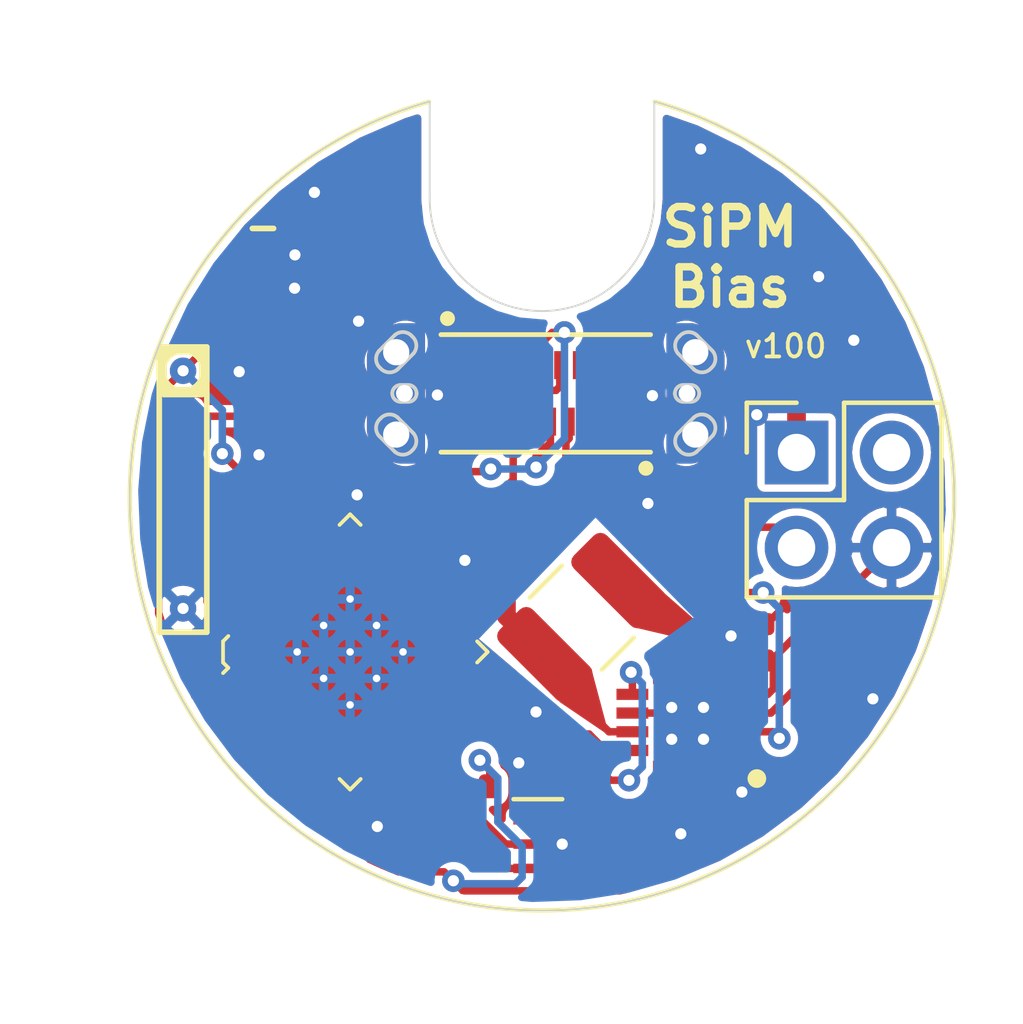
<source format=kicad_pcb>
(kicad_pcb (version 20171130) (host pcbnew 6.0.0-rc1-unknown-bb2e402~84~ubuntu18.04.1)

  (general
    (thickness 1.6)
    (drawings 11)
    (tracks 326)
    (zones 0)
    (modules 26)
    (nets 25)
  )

  (page A4)
  (layers
    (0 F.Cu signal)
    (31 B.Cu signal)
    (32 B.Adhes user)
    (33 F.Adhes user)
    (34 B.Paste user)
    (35 F.Paste user)
    (36 B.SilkS user)
    (37 F.SilkS user)
    (38 B.Mask user)
    (39 F.Mask user)
    (40 Dwgs.User user hide)
    (41 Cmts.User user)
    (42 Eco1.User user)
    (43 Eco2.User user)
    (44 Edge.Cuts user)
    (45 Margin user)
    (46 B.CrtYd user hide)
    (47 F.CrtYd user hide)
    (48 B.Fab user)
    (49 F.Fab user hide)
  )

  (setup
    (last_trace_width 0.2)
    (user_trace_width 0.2)
    (user_trace_width 0.25)
    (user_trace_width 0.5)
    (trace_clearance 0.2)
    (zone_clearance 0.2)
    (zone_45_only no)
    (trace_min 0.2)
    (via_size 0.6)
    (via_drill 0.3)
    (via_min_size 0.4)
    (via_min_drill 0.3)
    (uvia_size 0.3)
    (uvia_drill 0.1)
    (uvias_allowed no)
    (uvia_min_size 0.2)
    (uvia_min_drill 0.1)
    (edge_width 0.05)
    (segment_width 0.2)
    (pcb_text_width 0.3)
    (pcb_text_size 1.5 1.5)
    (mod_edge_width 0.12)
    (mod_text_size 1 1)
    (mod_text_width 0.15)
    (pad_size 1 1)
    (pad_drill 0.45)
    (pad_to_mask_clearance 0)
    (aux_axis_origin 0 0)
    (visible_elements FFFFFF7F)
    (pcbplotparams
      (layerselection 0x010fc_ffffffff)
      (usegerberextensions false)
      (usegerberattributes false)
      (usegerberadvancedattributes false)
      (creategerberjobfile false)
      (excludeedgelayer true)
      (linewidth 0.100000)
      (plotframeref false)
      (viasonmask false)
      (mode 1)
      (useauxorigin false)
      (hpglpennumber 1)
      (hpglpenspeed 20)
      (hpglpendiameter 15.000000)
      (psnegative false)
      (psa4output false)
      (plotreference true)
      (plotvalue true)
      (plotinvisibletext false)
      (padsonsilk false)
      (subtractmaskfromsilk false)
      (outputformat 1)
      (mirror false)
      (drillshape 0)
      (scaleselection 1)
      (outputdirectory "../manufacturing/gerber/"))
  )

  (net 0 "")
  (net 1 GND)
  (net 2 "Net-(C5-Pad2)")
  (net 3 "Net-(IC1-Pad14)")
  (net 4 "Net-(IC1-Pad13)")
  (net 5 /~SHDN)
  (net 6 +5V)
  (net 7 "Net-(IC1-Pad9)")
  (net 8 "Net-(IC1-Pad5)")
  (net 9 "Net-(C8-Pad1)")
  (net 10 "Net-(C5-Pad1)")
  (net 11 "Net-(IC1-Pad2)")
  (net 12 /SWDIO)
  (net 13 /SWCLK)
  (net 14 +3V3)
  (net 15 "Net-(C7-Pad1)")
  (net 16 /RESET)
  (net 17 /USB_DP)
  (net 18 /BIAS)
  (net 19 /SCL)
  (net 20 /SDA)
  (net 21 "Net-(J2-PadB5)")
  (net 22 "Net-(J2-PadA5)")
  (net 23 /USB_DN)
  (net 24 -5V)

  (net_class Default "This is the default net class."
    (clearance 0.2)
    (trace_width 0.2)
    (via_dia 0.6)
    (via_drill 0.3)
    (uvia_dia 0.3)
    (uvia_drill 0.1)
    (add_net +3V3)
    (add_net +5V)
    (add_net -5V)
    (add_net /BIAS)
    (add_net /RESET)
    (add_net /SCL)
    (add_net /SDA)
    (add_net /SWCLK)
    (add_net /SWDIO)
    (add_net /USB_DN)
    (add_net /USB_DP)
    (add_net /~SHDN)
    (add_net GND)
    (add_net "Net-(C5-Pad1)")
    (add_net "Net-(C5-Pad2)")
    (add_net "Net-(C7-Pad1)")
    (add_net "Net-(C8-Pad1)")
    (add_net "Net-(IC1-Pad13)")
    (add_net "Net-(IC1-Pad14)")
    (add_net "Net-(IC1-Pad2)")
    (add_net "Net-(IC1-Pad5)")
    (add_net "Net-(IC1-Pad9)")
    (add_net "Net-(J2-PadA5)")
    (add_net "Net-(J2-PadB5)")
  )

  (module footprints:PinHeader_2x02_P2.54mm_Vertical (layer F.Cu) (tedit 59FED5CC) (tstamp 5DB98EB4)
    (at 206.8 98.78)
    (descr "Through hole straight pin header, 2x02, 2.54mm pitch, double rows")
    (tags "Through hole pin header THT 2x02 2.54mm double row")
    (path /5DB3C39D)
    (fp_text reference J3 (at 1.27 -2.33) (layer F.SilkS) hide
      (effects (font (size 1 1) (thickness 0.15)))
    )
    (fp_text value Conn_01x03 (at 1.27 4.87) (layer F.Fab)
      (effects (font (size 1 1) (thickness 0.15)))
    )
    (fp_text user %R (at 1.27 1.27 90) (layer F.Fab)
      (effects (font (size 1 1) (thickness 0.15)))
    )
    (fp_line (start 4.35 -1.8) (end -1.8 -1.8) (layer F.CrtYd) (width 0.05))
    (fp_line (start 4.35 4.35) (end 4.35 -1.8) (layer F.CrtYd) (width 0.05))
    (fp_line (start -1.8 4.35) (end 4.35 4.35) (layer F.CrtYd) (width 0.05))
    (fp_line (start -1.8 -1.8) (end -1.8 4.35) (layer F.CrtYd) (width 0.05))
    (fp_line (start -1.33 -1.33) (end 0 -1.33) (layer F.SilkS) (width 0.12))
    (fp_line (start -1.33 0) (end -1.33 -1.33) (layer F.SilkS) (width 0.12))
    (fp_line (start 1.27 -1.33) (end 3.87 -1.33) (layer F.SilkS) (width 0.12))
    (fp_line (start 1.27 1.27) (end 1.27 -1.33) (layer F.SilkS) (width 0.12))
    (fp_line (start -1.33 1.27) (end 1.27 1.27) (layer F.SilkS) (width 0.12))
    (fp_line (start 3.87 -1.33) (end 3.87 3.87) (layer F.SilkS) (width 0.12))
    (fp_line (start -1.33 1.27) (end -1.33 3.87) (layer F.SilkS) (width 0.12))
    (fp_line (start -1.33 3.87) (end 3.87 3.87) (layer F.SilkS) (width 0.12))
    (fp_line (start -1.27 0) (end 0 -1.27) (layer F.Fab) (width 0.1))
    (fp_line (start -1.27 3.81) (end -1.27 0) (layer F.Fab) (width 0.1))
    (fp_line (start 3.81 3.81) (end -1.27 3.81) (layer F.Fab) (width 0.1))
    (fp_line (start 3.81 -1.27) (end 3.81 3.81) (layer F.Fab) (width 0.1))
    (fp_line (start 0 -1.27) (end 3.81 -1.27) (layer F.Fab) (width 0.1))
    (pad 4 thru_hole oval (at 2.54 2.54) (size 1.7 1.7) (drill 1) (layers *.Cu *.Mask)
      (net 1 GND))
    (pad 3 thru_hole oval (at 0 2.54) (size 1.7 1.7) (drill 1) (layers *.Cu *.Mask)
      (net 18 /BIAS))
    (pad 2 thru_hole oval (at 2.54 0) (size 1.7 1.7) (drill 1) (layers *.Cu *.Mask)
      (net 24 -5V))
    (pad 1 thru_hole rect (at 0 0) (size 1.7 1.7) (drill 1) (layers *.Cu *.Mask)
      (net 6 +5V))
    (model ${KISYS3DMOD}/Connector_PinHeader_2.54mm.3dshapes/PinHeader_2x02_P2.54mm_Vertical.wrl
      (offset (xyz 0 -2.5 -1.5))
      (scale (xyz 1 1 1))
      (rotate (xyz 0 -180 180))
    )
  )

  (module footprints:R_0402_1005Metric (layer F.Cu) (tedit 5B301BBD) (tstamp 5DB91611)
    (at 198.92 105.815 90)
    (descr "Resistor SMD 0402 (1005 Metric), square (rectangular) end terminal, IPC_7351 nominal, (Body size source: http://www.tortai-tech.com/upload/download/2011102023233369053.pdf), generated with kicad-footprint-generator")
    (tags resistor)
    (path /5DD38DCF)
    (attr smd)
    (fp_text reference R10 (at 0 -1.17 90) (layer F.SilkS) hide
      (effects (font (size 1 1) (thickness 0.15)))
    )
    (fp_text value 5.1k (at 0 1.17 90) (layer F.Fab) hide
      (effects (font (size 1 1) (thickness 0.15)))
    )
    (fp_text user %R (at 0 0 90) (layer F.Fab) hide
      (effects (font (size 0.25 0.25) (thickness 0.04)))
    )
    (fp_line (start 0.93 0.47) (end -0.93 0.47) (layer F.CrtYd) (width 0.05))
    (fp_line (start 0.93 -0.47) (end 0.93 0.47) (layer F.CrtYd) (width 0.05))
    (fp_line (start -0.93 -0.47) (end 0.93 -0.47) (layer F.CrtYd) (width 0.05))
    (fp_line (start -0.93 0.47) (end -0.93 -0.47) (layer F.CrtYd) (width 0.05))
    (fp_line (start 0.5 0.25) (end -0.5 0.25) (layer F.Fab) (width 0.1))
    (fp_line (start 0.5 -0.25) (end 0.5 0.25) (layer F.Fab) (width 0.1))
    (fp_line (start -0.5 -0.25) (end 0.5 -0.25) (layer F.Fab) (width 0.1))
    (fp_line (start -0.5 0.25) (end -0.5 -0.25) (layer F.Fab) (width 0.1))
    (pad 2 smd roundrect (at 0.485 0 90) (size 0.59 0.64) (layers F.Cu F.Paste F.Mask) (roundrect_rratio 0.25)
      (net 1 GND))
    (pad 1 smd roundrect (at -0.485 0 90) (size 0.59 0.64) (layers F.Cu F.Paste F.Mask) (roundrect_rratio 0.25)
      (net 5 /~SHDN))
    (model ${KISYS3DMOD}/Resistor_SMD.3dshapes/R_0402_1005Metric.wrl
      (at (xyz 0 0 0))
      (scale (xyz 1 1 1))
      (rotate (xyz 0 0 0))
    )
  )

  (module footprints:R_0402_1005Metric (layer F.Cu) (tedit 5B301BBD) (tstamp 5DB33C31)
    (at 195.55 91.76 180)
    (descr "Resistor SMD 0402 (1005 Metric), square (rectangular) end terminal, IPC_7351 nominal, (Body size source: http://www.tortai-tech.com/upload/download/2011102023233369053.pdf), generated with kicad-footprint-generator")
    (tags resistor)
    (path /5DBB1989)
    (attr smd)
    (fp_text reference R9 (at 0 -1.17 180) (layer F.SilkS) hide
      (effects (font (size 1 1) (thickness 0.15)))
    )
    (fp_text value 5.1k (at 0 1.17 180) (layer F.Fab) hide
      (effects (font (size 1 1) (thickness 0.15)))
    )
    (fp_text user %R (at 0 0 180) (layer F.Fab) hide
      (effects (font (size 0.25 0.25) (thickness 0.04)))
    )
    (fp_line (start 0.93 0.47) (end -0.93 0.47) (layer F.CrtYd) (width 0.05))
    (fp_line (start 0.93 -0.47) (end 0.93 0.47) (layer F.CrtYd) (width 0.05))
    (fp_line (start -0.93 -0.47) (end 0.93 -0.47) (layer F.CrtYd) (width 0.05))
    (fp_line (start -0.93 0.47) (end -0.93 -0.47) (layer F.CrtYd) (width 0.05))
    (fp_line (start 0.5 0.25) (end -0.5 0.25) (layer F.Fab) (width 0.1))
    (fp_line (start 0.5 -0.25) (end 0.5 0.25) (layer F.Fab) (width 0.1))
    (fp_line (start -0.5 -0.25) (end 0.5 -0.25) (layer F.Fab) (width 0.1))
    (fp_line (start -0.5 0.25) (end -0.5 -0.25) (layer F.Fab) (width 0.1))
    (pad 2 smd roundrect (at 0.485 0 180) (size 0.59 0.64) (layers F.Cu F.Paste F.Mask) (roundrect_rratio 0.25)
      (net 1 GND))
    (pad 1 smd roundrect (at -0.485 0 180) (size 0.59 0.64) (layers F.Cu F.Paste F.Mask) (roundrect_rratio 0.25)
      (net 22 "Net-(J2-PadA5)"))
    (model ${KISYS3DMOD}/Resistor_SMD.3dshapes/R_0402_1005Metric.wrl
      (at (xyz 0 0 0))
      (scale (xyz 1 1 1))
      (rotate (xyz 0 0 0))
    )
  )

  (module footprints:R_0402_1005Metric (layer F.Cu) (tedit 5B301BBD) (tstamp 5DB33C20)
    (at 198.455 100.74 180)
    (descr "Resistor SMD 0402 (1005 Metric), square (rectangular) end terminal, IPC_7351 nominal, (Body size source: http://www.tortai-tech.com/upload/download/2011102023233369053.pdf), generated with kicad-footprint-generator")
    (tags resistor)
    (path /5DBAEA96)
    (attr smd)
    (fp_text reference R8 (at 0 -1.17 180) (layer F.SilkS) hide
      (effects (font (size 1 1) (thickness 0.15)))
    )
    (fp_text value 5.1k (at 0 1.17 180) (layer F.Fab) hide
      (effects (font (size 1 1) (thickness 0.15)))
    )
    (fp_text user %R (at 0 0 180) (layer F.Fab) hide
      (effects (font (size 0.25 0.25) (thickness 0.04)))
    )
    (fp_line (start 0.93 0.47) (end -0.93 0.47) (layer F.CrtYd) (width 0.05))
    (fp_line (start 0.93 -0.47) (end 0.93 0.47) (layer F.CrtYd) (width 0.05))
    (fp_line (start -0.93 -0.47) (end 0.93 -0.47) (layer F.CrtYd) (width 0.05))
    (fp_line (start -0.93 0.47) (end -0.93 -0.47) (layer F.CrtYd) (width 0.05))
    (fp_line (start 0.5 0.25) (end -0.5 0.25) (layer F.Fab) (width 0.1))
    (fp_line (start 0.5 -0.25) (end 0.5 0.25) (layer F.Fab) (width 0.1))
    (fp_line (start -0.5 -0.25) (end 0.5 -0.25) (layer F.Fab) (width 0.1))
    (fp_line (start -0.5 0.25) (end -0.5 -0.25) (layer F.Fab) (width 0.1))
    (pad 2 smd roundrect (at 0.485 0 180) (size 0.59 0.64) (layers F.Cu F.Paste F.Mask) (roundrect_rratio 0.25)
      (net 1 GND))
    (pad 1 smd roundrect (at -0.485 0 180) (size 0.59 0.64) (layers F.Cu F.Paste F.Mask) (roundrect_rratio 0.25)
      (net 21 "Net-(J2-PadB5)"))
    (model ${KISYS3DMOD}/Resistor_SMD.3dshapes/R_0402_1005Metric.wrl
      (at (xyz 0 0 0))
      (scale (xyz 1 1 1))
      (rotate (xyz 0 0 0))
    )
  )

  (module footprints:R_0402_1005Metric (layer F.Cu) (tedit 5B301BBD) (tstamp 5DB915E6)
    (at 198.12 107.696 180)
    (descr "Resistor SMD 0402 (1005 Metric), square (rectangular) end terminal, IPC_7351 nominal, (Body size source: http://www.tortai-tech.com/upload/download/2011102023233369053.pdf), generated with kicad-footprint-generator")
    (tags resistor)
    (path /5DD0B496)
    (attr smd)
    (fp_text reference R7 (at 0 -1.17 180) (layer F.SilkS) hide
      (effects (font (size 1 1) (thickness 0.15)))
    )
    (fp_text value 5.1k (at 0 1.17 180) (layer F.Fab) hide
      (effects (font (size 1 1) (thickness 0.15)))
    )
    (fp_text user %R (at 0 0 180) (layer F.Fab) hide
      (effects (font (size 0.25 0.25) (thickness 0.04)))
    )
    (fp_line (start 0.93 0.47) (end -0.93 0.47) (layer F.CrtYd) (width 0.05))
    (fp_line (start 0.93 -0.47) (end 0.93 0.47) (layer F.CrtYd) (width 0.05))
    (fp_line (start -0.93 -0.47) (end 0.93 -0.47) (layer F.CrtYd) (width 0.05))
    (fp_line (start -0.93 0.47) (end -0.93 -0.47) (layer F.CrtYd) (width 0.05))
    (fp_line (start 0.5 0.25) (end -0.5 0.25) (layer F.Fab) (width 0.1))
    (fp_line (start 0.5 -0.25) (end 0.5 0.25) (layer F.Fab) (width 0.1))
    (fp_line (start -0.5 -0.25) (end 0.5 -0.25) (layer F.Fab) (width 0.1))
    (fp_line (start -0.5 0.25) (end -0.5 -0.25) (layer F.Fab) (width 0.1))
    (pad 2 smd roundrect (at 0.485 0 180) (size 0.59 0.64) (layers F.Cu F.Paste F.Mask) (roundrect_rratio 0.25)
      (net 19 /SCL))
    (pad 1 smd roundrect (at -0.485 0 180) (size 0.59 0.64) (layers F.Cu F.Paste F.Mask) (roundrect_rratio 0.25)
      (net 14 +3V3))
    (model ${KISYS3DMOD}/Resistor_SMD.3dshapes/R_0402_1005Metric.wrl
      (at (xyz 0 0 0))
      (scale (xyz 1 1 1))
      (rotate (xyz 0 0 0))
    )
  )

  (module footprints:R_0402_1005Metric (layer F.Cu) (tedit 5B301BBD) (tstamp 5DB33BFE)
    (at 209.31 103.86 90)
    (descr "Resistor SMD 0402 (1005 Metric), square (rectangular) end terminal, IPC_7351 nominal, (Body size source: http://www.tortai-tech.com/upload/download/2011102023233369053.pdf), generated with kicad-footprint-generator")
    (tags resistor)
    (path /5DB2EAFA)
    (attr smd)
    (fp_text reference R6 (at 0 -1.17 90) (layer F.SilkS) hide
      (effects (font (size 1 1) (thickness 0.15)))
    )
    (fp_text value 20.5k (at 0 1.17 90) (layer F.Fab) hide
      (effects (font (size 1 1) (thickness 0.15)))
    )
    (fp_text user %R (at 0 0 90) (layer F.Fab) hide
      (effects (font (size 0.25 0.25) (thickness 0.04)))
    )
    (fp_line (start 0.93 0.47) (end -0.93 0.47) (layer F.CrtYd) (width 0.05))
    (fp_line (start 0.93 -0.47) (end 0.93 0.47) (layer F.CrtYd) (width 0.05))
    (fp_line (start -0.93 -0.47) (end 0.93 -0.47) (layer F.CrtYd) (width 0.05))
    (fp_line (start -0.93 0.47) (end -0.93 -0.47) (layer F.CrtYd) (width 0.05))
    (fp_line (start 0.5 0.25) (end -0.5 0.25) (layer F.Fab) (width 0.1))
    (fp_line (start 0.5 -0.25) (end 0.5 0.25) (layer F.Fab) (width 0.1))
    (fp_line (start -0.5 -0.25) (end 0.5 -0.25) (layer F.Fab) (width 0.1))
    (fp_line (start -0.5 0.25) (end -0.5 -0.25) (layer F.Fab) (width 0.1))
    (pad 2 smd roundrect (at 0.485 0 90) (size 0.59 0.64) (layers F.Cu F.Paste F.Mask) (roundrect_rratio 0.25)
      (net 1 GND))
    (pad 1 smd roundrect (at -0.485 0 90) (size 0.59 0.64) (layers F.Cu F.Paste F.Mask) (roundrect_rratio 0.25)
      (net 2 "Net-(C5-Pad2)"))
    (model ${KISYS3DMOD}/Resistor_SMD.3dshapes/R_0402_1005Metric.wrl
      (at (xyz 0 0 0))
      (scale (xyz 1 1 1))
      (rotate (xyz 0 0 0))
    )
  )

  (module footprints:R_0402_1005Metric (layer F.Cu) (tedit 5B301BBD) (tstamp 5DB33BED)
    (at 208.21 103.86 270)
    (descr "Resistor SMD 0402 (1005 Metric), square (rectangular) end terminal, IPC_7351 nominal, (Body size source: http://www.tortai-tech.com/upload/download/2011102023233369053.pdf), generated with kicad-footprint-generator")
    (tags resistor)
    (path /5DB29D52)
    (attr smd)
    (fp_text reference R5 (at 0 -1.17 270) (layer F.SilkS) hide
      (effects (font (size 1 1) (thickness 0.15)))
    )
    (fp_text value 1M (at 0 1.17 270) (layer F.Fab) hide
      (effects (font (size 1 1) (thickness 0.15)))
    )
    (fp_text user %R (at 0 0 270) (layer F.Fab) hide
      (effects (font (size 0.25 0.25) (thickness 0.04)))
    )
    (fp_line (start 0.93 0.47) (end -0.93 0.47) (layer F.CrtYd) (width 0.05))
    (fp_line (start 0.93 -0.47) (end 0.93 0.47) (layer F.CrtYd) (width 0.05))
    (fp_line (start -0.93 -0.47) (end 0.93 -0.47) (layer F.CrtYd) (width 0.05))
    (fp_line (start -0.93 0.47) (end -0.93 -0.47) (layer F.CrtYd) (width 0.05))
    (fp_line (start 0.5 0.25) (end -0.5 0.25) (layer F.Fab) (width 0.1))
    (fp_line (start 0.5 -0.25) (end 0.5 0.25) (layer F.Fab) (width 0.1))
    (fp_line (start -0.5 -0.25) (end 0.5 -0.25) (layer F.Fab) (width 0.1))
    (fp_line (start -0.5 0.25) (end -0.5 -0.25) (layer F.Fab) (width 0.1))
    (pad 2 smd roundrect (at 0.485 0 270) (size 0.59 0.64) (layers F.Cu F.Paste F.Mask) (roundrect_rratio 0.25)
      (net 2 "Net-(C5-Pad2)"))
    (pad 1 smd roundrect (at -0.485 0 270) (size 0.59 0.64) (layers F.Cu F.Paste F.Mask) (roundrect_rratio 0.25)
      (net 10 "Net-(C5-Pad1)"))
    (model ${KISYS3DMOD}/Resistor_SMD.3dshapes/R_0402_1005Metric.wrl
      (at (xyz 0 0 0))
      (scale (xyz 1 1 1))
      (rotate (xyz 0 0 0))
    )
  )

  (module footprints:R_0402_1005Metric (layer F.Cu) (tedit 5B301BBD) (tstamp 5DB7484D)
    (at 207.11 103.835 270)
    (descr "Resistor SMD 0402 (1005 Metric), square (rectangular) end terminal, IPC_7351 nominal, (Body size source: http://www.tortai-tech.com/upload/download/2011102023233369053.pdf), generated with kicad-footprint-generator")
    (tags resistor)
    (path /5DB29980)
    (attr smd)
    (fp_text reference R4 (at 0 -1.17 270) (layer F.SilkS) hide
      (effects (font (size 1 1) (thickness 0.15)))
    )
    (fp_text value 20 (at 0 1.17 270) (layer F.Fab) hide
      (effects (font (size 1 1) (thickness 0.15)))
    )
    (fp_text user %R (at 0 0 270) (layer F.Fab) hide
      (effects (font (size 0.25 0.25) (thickness 0.04)))
    )
    (fp_line (start 0.93 0.47) (end -0.93 0.47) (layer F.CrtYd) (width 0.05))
    (fp_line (start 0.93 -0.47) (end 0.93 0.47) (layer F.CrtYd) (width 0.05))
    (fp_line (start -0.93 -0.47) (end 0.93 -0.47) (layer F.CrtYd) (width 0.05))
    (fp_line (start -0.93 0.47) (end -0.93 -0.47) (layer F.CrtYd) (width 0.05))
    (fp_line (start 0.5 0.25) (end -0.5 0.25) (layer F.Fab) (width 0.1))
    (fp_line (start 0.5 -0.25) (end 0.5 0.25) (layer F.Fab) (width 0.1))
    (fp_line (start -0.5 -0.25) (end 0.5 -0.25) (layer F.Fab) (width 0.1))
    (fp_line (start -0.5 0.25) (end -0.5 -0.25) (layer F.Fab) (width 0.1))
    (pad 2 smd roundrect (at 0.485 0 270) (size 0.59 0.64) (layers F.Cu F.Paste F.Mask) (roundrect_rratio 0.25)
      (net 10 "Net-(C5-Pad1)"))
    (pad 1 smd roundrect (at -0.485 0 270) (size 0.59 0.64) (layers F.Cu F.Paste F.Mask) (roundrect_rratio 0.25)
      (net 9 "Net-(C8-Pad1)"))
    (model ${KISYS3DMOD}/Resistor_SMD.3dshapes/R_0402_1005Metric.wrl
      (at (xyz 0 0 0))
      (scale (xyz 1 1 1))
      (rotate (xyz 0 0 0))
    )
  )

  (module footprints:R_0402_1005Metric (layer F.Cu) (tedit 5B301BBD) (tstamp 5DB995AB)
    (at 204.85 102.39 270)
    (descr "Resistor SMD 0402 (1005 Metric), square (rectangular) end terminal, IPC_7351 nominal, (Body size source: http://www.tortai-tech.com/upload/download/2011102023233369053.pdf), generated with kicad-footprint-generator")
    (tags resistor)
    (path /5DB23B48)
    (attr smd)
    (fp_text reference R3 (at 0 -1.17 270) (layer F.SilkS) hide
      (effects (font (size 1 1) (thickness 0.15)))
    )
    (fp_text value 49.9 (at 0 1.17 270) (layer F.Fab) hide
      (effects (font (size 1 1) (thickness 0.15)))
    )
    (fp_text user %R (at 0 0 270) (layer F.Fab) hide
      (effects (font (size 0.25 0.25) (thickness 0.04)))
    )
    (fp_line (start 0.93 0.47) (end -0.93 0.47) (layer F.CrtYd) (width 0.05))
    (fp_line (start 0.93 -0.47) (end 0.93 0.47) (layer F.CrtYd) (width 0.05))
    (fp_line (start -0.93 -0.47) (end 0.93 -0.47) (layer F.CrtYd) (width 0.05))
    (fp_line (start -0.93 0.47) (end -0.93 -0.47) (layer F.CrtYd) (width 0.05))
    (fp_line (start 0.5 0.25) (end -0.5 0.25) (layer F.Fab) (width 0.1))
    (fp_line (start 0.5 -0.25) (end 0.5 0.25) (layer F.Fab) (width 0.1))
    (fp_line (start -0.5 -0.25) (end 0.5 -0.25) (layer F.Fab) (width 0.1))
    (fp_line (start -0.5 0.25) (end -0.5 -0.25) (layer F.Fab) (width 0.1))
    (pad 2 smd roundrect (at 0.485 0 270) (size 0.59 0.64) (layers F.Cu F.Paste F.Mask) (roundrect_rratio 0.25)
      (net 11 "Net-(IC1-Pad2)"))
    (pad 1 smd roundrect (at -0.485 0 270) (size 0.59 0.64) (layers F.Cu F.Paste F.Mask) (roundrect_rratio 0.25)
      (net 18 /BIAS))
    (model ${KISYS3DMOD}/Resistor_SMD.3dshapes/R_0402_1005Metric.wrl
      (at (xyz 0 0 0))
      (scale (xyz 1 1 1))
      (rotate (xyz 0 0 0))
    )
  )

  (module footprints:R_0402_1005Metric (layer F.Cu) (tedit 5B301BBD) (tstamp 5DB33BBA)
    (at 200.63 107.11 180)
    (descr "Resistor SMD 0402 (1005 Metric), square (rectangular) end terminal, IPC_7351 nominal, (Body size source: http://www.tortai-tech.com/upload/download/2011102023233369053.pdf), generated with kicad-footprint-generator")
    (tags resistor)
    (path /5DB333B4)
    (attr smd)
    (fp_text reference R2 (at 0 -1.17 180) (layer F.SilkS) hide
      (effects (font (size 1 1) (thickness 0.15)))
    )
    (fp_text value 12.1k (at 0 1.17 180) (layer F.Fab) hide
      (effects (font (size 1 1) (thickness 0.15)))
    )
    (fp_text user %R (at 0 0 180) (layer F.Fab) hide
      (effects (font (size 0.25 0.25) (thickness 0.04)))
    )
    (fp_line (start 0.93 0.47) (end -0.93 0.47) (layer F.CrtYd) (width 0.05))
    (fp_line (start 0.93 -0.47) (end 0.93 0.47) (layer F.CrtYd) (width 0.05))
    (fp_line (start -0.93 -0.47) (end 0.93 -0.47) (layer F.CrtYd) (width 0.05))
    (fp_line (start -0.93 0.47) (end -0.93 -0.47) (layer F.CrtYd) (width 0.05))
    (fp_line (start 0.5 0.25) (end -0.5 0.25) (layer F.Fab) (width 0.1))
    (fp_line (start 0.5 -0.25) (end 0.5 0.25) (layer F.Fab) (width 0.1))
    (fp_line (start -0.5 -0.25) (end 0.5 -0.25) (layer F.Fab) (width 0.1))
    (fp_line (start -0.5 0.25) (end -0.5 -0.25) (layer F.Fab) (width 0.1))
    (pad 2 smd roundrect (at 0.485 0 180) (size 0.59 0.64) (layers F.Cu F.Paste F.Mask) (roundrect_rratio 0.25)
      (net 1 GND))
    (pad 1 smd roundrect (at -0.485 0 180) (size 0.59 0.64) (layers F.Cu F.Paste F.Mask) (roundrect_rratio 0.25)
      (net 7 "Net-(IC1-Pad9)"))
    (model ${KISYS3DMOD}/Resistor_SMD.3dshapes/R_0402_1005Metric.wrl
      (at (xyz 0 0 0))
      (scale (xyz 1 1 1))
      (rotate (xyz 0 0 0))
    )
  )

  (module footprints:R_0402_1005Metric (layer F.Cu) (tedit 5B301BBD) (tstamp 5DB91591)
    (at 196.596 108.204 90)
    (descr "Resistor SMD 0402 (1005 Metric), square (rectangular) end terminal, IPC_7351 nominal, (Body size source: http://www.tortai-tech.com/upload/download/2011102023233369053.pdf), generated with kicad-footprint-generator")
    (tags resistor)
    (path /5DD06D6A)
    (attr smd)
    (fp_text reference R1 (at 0 -1.17 90) (layer F.SilkS) hide
      (effects (font (size 1 1) (thickness 0.15)))
    )
    (fp_text value 5.1k (at 0 1.17 90) (layer F.Fab) hide
      (effects (font (size 1 1) (thickness 0.15)))
    )
    (fp_text user %R (at 0 0 90) (layer F.Fab) hide
      (effects (font (size 0.25 0.25) (thickness 0.04)))
    )
    (fp_line (start 0.93 0.47) (end -0.93 0.47) (layer F.CrtYd) (width 0.05))
    (fp_line (start 0.93 -0.47) (end 0.93 0.47) (layer F.CrtYd) (width 0.05))
    (fp_line (start -0.93 -0.47) (end 0.93 -0.47) (layer F.CrtYd) (width 0.05))
    (fp_line (start -0.93 0.47) (end -0.93 -0.47) (layer F.CrtYd) (width 0.05))
    (fp_line (start 0.5 0.25) (end -0.5 0.25) (layer F.Fab) (width 0.1))
    (fp_line (start 0.5 -0.25) (end 0.5 0.25) (layer F.Fab) (width 0.1))
    (fp_line (start -0.5 -0.25) (end 0.5 -0.25) (layer F.Fab) (width 0.1))
    (fp_line (start -0.5 0.25) (end -0.5 -0.25) (layer F.Fab) (width 0.1))
    (pad 2 smd roundrect (at 0.485 0 90) (size 0.59 0.64) (layers F.Cu F.Paste F.Mask) (roundrect_rratio 0.25)
      (net 20 /SDA))
    (pad 1 smd roundrect (at -0.485 0 90) (size 0.59 0.64) (layers F.Cu F.Paste F.Mask) (roundrect_rratio 0.25)
      (net 14 +3V3))
    (model ${KISYS3DMOD}/Resistor_SMD.3dshapes/R_0402_1005Metric.wrl
      (at (xyz 0 0 0))
      (scale (xyz 1 1 1))
      (rotate (xyz 0 0 0))
    )
  )

  (module footprints:HRS_CX80B1-24P (layer F.Cu) (tedit 5DB702EA) (tstamp 5DB8C130)
    (at 200.1 97.2)
    (path /5DB76CEA)
    (attr smd)
    (fp_text reference J2 (at -1.6 -2.2) (layer F.SilkS) hide
      (effects (font (size 0.6 0.6) (thickness 0.1)))
    )
    (fp_text value CX80B1-24P (at -1.325 2.965) (layer F.SilkS) hide
      (effects (font (size 1 1) (thickness 0.05)))
    )
    (fp_text user "Copyright 2016 Accelerated Designs. All rights reserved." (at 0 0) (layer Cmts.User) hide
      (effects (font (size 0.127 0.127) (thickness 0.002)))
    )
    (fp_line (start -4.24248 1.34748) (end -4.45462 1.13535) (layer Edge.Cuts) (width 0.1))
    (fp_arc (start -4.20713 0.923223) (end -4.41926 0.675737) (angle -90) (layer Edge.Cuts) (width 0.1))
    (fp_arc (start -4.17178 0.887864) (end -3.95965 0.640381) (angle -90) (layer Edge.Cuts) (width 0.1))
    (fp_line (start -3.95965 0.640381) (end -3.74752 0.852516) (layer Edge.Cuts) (width 0.1))
    (fp_line (start -3.74752 0.852516) (end -3.53538 1.06465) (layer Edge.Cuts) (width 0.1))
    (fp_arc (start -3.78286 1.27678) (end -3.57074 1.52426) (angle -90) (layer Edge.Cuts) (width 0.1))
    (fp_arc (start -3.81822 1.31213) (end -4.03035 1.55962) (angle -90) (layer Edge.Cuts) (width 0.1))
    (fp_line (start -4.03035 1.55962) (end -4.24248 1.34748) (layer Edge.Cuts) (width 0.1))
    (fp_line (start 3.74752 -0.852516) (end 3.53538 -1.06465) (layer Edge.Cuts) (width 0.1))
    (fp_arc (start 3.78286 -1.27678) (end 3.57074 -1.52426) (angle -90) (layer Edge.Cuts) (width 0.1))
    (fp_arc (start 3.81822 -1.31213) (end 4.03035 -1.55962) (angle -90) (layer Edge.Cuts) (width 0.1))
    (fp_line (start 4.03035 -1.55962) (end 4.24248 -1.34748) (layer Edge.Cuts) (width 0.1))
    (fp_line (start 4.24248 -1.34748) (end 4.45462 -1.13535) (layer Edge.Cuts) (width 0.1))
    (fp_arc (start 4.20713 -0.923223) (end 4.41926 -0.675737) (angle -90) (layer Edge.Cuts) (width 0.1))
    (fp_arc (start 4.17178 -0.887864) (end 3.95965 -0.640381) (angle -90) (layer Edge.Cuts) (width 0.1))
    (fp_line (start 3.95965 -0.640381) (end 3.74752 -0.852516) (layer Edge.Cuts) (width 0.1))
    (fp_line (start -4.24248 -1.34748) (end -4.03035 -1.55962) (layer Edge.Cuts) (width 0.1))
    (fp_arc (start -3.81822 -1.31213) (end -3.57074 -1.52426) (angle -90) (layer Edge.Cuts) (width 0.1))
    (fp_arc (start -3.78286 -1.27678) (end -3.53538 -1.06465) (angle -90) (layer Edge.Cuts) (width 0.1))
    (fp_line (start -3.53538 -1.06465) (end -3.74752 -0.852516) (layer Edge.Cuts) (width 0.1))
    (fp_line (start -3.74752 -0.852516) (end -3.95965 -0.640381) (layer Edge.Cuts) (width 0.1))
    (fp_arc (start -4.17178 -0.887864) (end -4.41926 -0.675737) (angle -90) (layer Edge.Cuts) (width 0.1))
    (fp_arc (start -4.20713 -0.923223) (end -4.45462 -1.13535) (angle -90) (layer Edge.Cuts) (width 0.1))
    (fp_line (start -4.45462 -1.13535) (end -4.24248 -1.34748) (layer Edge.Cuts) (width 0.1))
    (fp_line (start 4.24248 1.34748) (end 4.03035 1.55962) (layer Edge.Cuts) (width 0.1))
    (fp_arc (start 3.81822 1.31213) (end 3.57074 1.52426) (angle -90) (layer Edge.Cuts) (width 0.1))
    (fp_arc (start 3.78286 1.27678) (end 3.53538 1.06465) (angle -90) (layer Edge.Cuts) (width 0.1))
    (fp_line (start 3.53538 1.06465) (end 3.74752 0.852516) (layer Edge.Cuts) (width 0.1))
    (fp_line (start 3.74752 0.852516) (end 3.95965 0.640381) (layer Edge.Cuts) (width 0.1))
    (fp_arc (start 4.17178 0.887864) (end 4.41926 0.675737) (angle -90) (layer Edge.Cuts) (width 0.1))
    (fp_arc (start 4.20713 0.923223) (end 4.45462 1.13535) (angle -90) (layer Edge.Cuts) (width 0.1))
    (fp_line (start 4.45462 1.13535) (end 4.24248 1.34748) (layer Edge.Cuts) (width 0.1))
    (fp_line (start -2.8 -1.57) (end 2.8 -1.57) (layer F.SilkS) (width 0.127))
    (fp_line (start -2.8 1.57) (end 2.8 1.57) (layer F.SilkS) (width 0.127))
    (fp_circle (center -2.625 -2) (end -2.525 -2) (layer F.SilkS) (width 0.2))
    (fp_circle (center -2.625 -2) (end -2.525 -2) (layer Eco2.User) (width 0.2))
    (fp_circle (center 2.675 2) (end 2.775 2) (layer Eco2.User) (width 0.2))
    (fp_circle (center 2.675 2) (end 2.775 2) (layer F.SilkS) (width 0.2))
    (fp_arc (start 3.675 0) (end 3.675 -0.225) (angle -90) (layer Edge.Cuts) (width 0.1))
    (fp_line (start 3.675 -0.225) (end 3.875 -0.225) (layer Edge.Cuts) (width 0.1))
    (fp_arc (start 3.875 0) (end 4.1 0) (angle -90) (layer Edge.Cuts) (width 0.1))
    (fp_arc (start 3.875 0) (end 3.875 0.225) (angle -90) (layer Edge.Cuts) (width 0.1))
    (fp_line (start 3.875 0.225) (end 3.675 0.225) (layer Edge.Cuts) (width 0.1))
    (fp_arc (start 3.675 0) (end 3.45 0) (angle -90) (layer Edge.Cuts) (width 0.1))
    (fp_arc (start -3.875 0) (end -3.875 -0.225) (angle -90) (layer Edge.Cuts) (width 0.1))
    (fp_line (start -3.875 -0.225) (end -3.675 -0.225) (layer Edge.Cuts) (width 0.1))
    (fp_arc (start -3.675 0) (end -3.45 0) (angle -90) (layer Edge.Cuts) (width 0.1))
    (fp_arc (start -3.675 0) (end -3.675 0.225) (angle -90) (layer Edge.Cuts) (width 0.1))
    (fp_line (start -3.675 0.225) (end -3.875 0.225) (layer Edge.Cuts) (width 0.1))
    (fp_arc (start -3.875 0) (end -4.1 0) (angle -90) (layer Edge.Cuts) (width 0.1))
    (pad S6 thru_hole custom (at 3.775 0) (size 1 1) (drill 0.45) (layers *.Cu *.Mask)
      (net 1 GND) (zone_connect 2)
      (options (clearance outline) (anchor circle))
      (primitives
        (gr_poly (pts
           (xy -0.55 1.875) (xy -0.55 -1.875) (xy 0.125 -1.875) (xy 0.15243 -1.87165) (xy 0.19556 -1.86443)
           (xy 0.23833 -1.85534) (xy 0.28066 -1.84439) (xy 0.32247 -1.83161) (xy 0.36369 -1.81701) (xy 0.40423 -1.80063)
           (xy 0.44402 -1.7825) (xy 0.48298 -1.76265) (xy 0.52103 -1.74112) (xy 0.55812 -1.71795) (xy 0.59415 -1.69318)
           (xy 0.62907 -1.66687) (xy 0.66281 -1.63906) (xy 0.6953 -1.6098) (xy 0.72649 -1.57915) (xy 0.75631 -1.54718)
           (xy 0.78471 -1.51393) (xy 0.81163 -1.47947) (xy 0.83702 -1.44387) (xy 0.86083 -1.4072) (xy 0.88303 -1.36953)
           (xy 0.90355 -1.33092) (xy 0.92238 -1.29146) (xy 0.93946 -1.25121) (xy 0.95478 -1.21025) (xy 0.96829 -1.16867)
           (xy 0.97997 -1.12653) (xy 0.98981 -1.08393) (xy 0.99778 -1.04094) (xy 1 -1.025) (xy 1 1.025)
           (xy 0.99778 1.04093) (xy 0.98981 1.08392) (xy 0.97997 1.12653) (xy 0.96829 1.16866) (xy 0.95478 1.21025)
           (xy 0.93947 1.2512) (xy 0.92238 1.29145) (xy 0.90356 1.33092) (xy 0.88303 1.36952) (xy 0.86084 1.4072)
           (xy 0.83702 1.44387) (xy 0.81163 1.47947) (xy 0.78471 1.51392) (xy 0.75632 1.54717) (xy 0.7265 1.57915)
           (xy 0.69531 1.6098) (xy 0.66281 1.63905) (xy 0.62908 1.66687) (xy 0.59416 1.69318) (xy 0.55812 1.71795)
           (xy 0.52104 1.74112) (xy 0.48298 1.76265) (xy 0.44402 1.7825) (xy 0.40424 1.80063) (xy 0.3637 1.81701)
           (xy 0.32248 1.83161) (xy 0.28066 1.84439) (xy 0.23833 1.85534) (xy 0.19556 1.86443) (xy 0.15244 1.87165)
           (xy 0.125 1.875)) (width 0.001))
        (gr_poly (pts
           (xy -0.55 1.875) (xy -0.55 -1.875) (xy 0.125 -1.875) (xy 0.15243 -1.87165) (xy 0.19556 -1.86443)
           (xy 0.23833 -1.85534) (xy 0.28066 -1.84439) (xy 0.32247 -1.83161) (xy 0.36369 -1.81701) (xy 0.40423 -1.80063)
           (xy 0.44402 -1.7825) (xy 0.48298 -1.76265) (xy 0.52103 -1.74112) (xy 0.55812 -1.71795) (xy 0.59415 -1.69318)
           (xy 0.62907 -1.66687) (xy 0.66281 -1.63906) (xy 0.6953 -1.6098) (xy 0.72649 -1.57915) (xy 0.75631 -1.54718)
           (xy 0.78471 -1.51393) (xy 0.81163 -1.47947) (xy 0.83702 -1.44387) (xy 0.86083 -1.4072) (xy 0.88303 -1.36953)
           (xy 0.90355 -1.33092) (xy 0.92238 -1.29146) (xy 0.93946 -1.25121) (xy 0.95478 -1.21025) (xy 0.96829 -1.16867)
           (xy 0.97997 -1.12653) (xy 0.98981 -1.08393) (xy 0.99778 -1.04094) (xy 1 -1.025) (xy 1 1.025)
           (xy 0.99778 1.04093) (xy 0.98981 1.08392) (xy 0.97997 1.12653) (xy 0.96829 1.16866) (xy 0.95478 1.21025)
           (xy 0.93947 1.2512) (xy 0.92238 1.29145) (xy 0.90356 1.33092) (xy 0.88303 1.36952) (xy 0.86084 1.4072)
           (xy 0.83702 1.44387) (xy 0.81163 1.47947) (xy 0.78471 1.51392) (xy 0.75632 1.54717) (xy 0.7265 1.57915)
           (xy 0.69531 1.6098) (xy 0.66281 1.63905) (xy 0.62908 1.66687) (xy 0.59416 1.69318) (xy 0.55812 1.71795)
           (xy 0.52104 1.74112) (xy 0.48298 1.76265) (xy 0.44402 1.7825) (xy 0.40424 1.80063) (xy 0.3637 1.81701)
           (xy 0.32248 1.83161) (xy 0.28066 1.84439) (xy 0.23833 1.85534) (xy 0.19556 1.86443) (xy 0.15244 1.87165)
           (xy 0.125 1.875)) (width 0.001))
      ))
    (pad S5 thru_hole custom (at -3.775 0) (size 1 1) (drill 0.45) (layers *.Cu *.Mask)
      (net 1 GND) (zone_connect 2)
      (options (clearance outline) (anchor circle))
      (primitives
        (gr_poly (pts
           (xy 0.55 -1.875) (xy 0.55 1.875) (xy -0.125 1.875) (xy -0.15243 1.87165) (xy -0.19556 1.86443)
           (xy -0.23833 1.85534) (xy -0.28066 1.84439) (xy -0.32247 1.83161) (xy -0.36369 1.81701) (xy -0.40423 1.80063)
           (xy -0.44402 1.7825) (xy -0.48298 1.76265) (xy -0.52103 1.74112) (xy -0.55812 1.71795) (xy -0.59415 1.69318)
           (xy -0.62907 1.66687) (xy -0.66281 1.63906) (xy -0.6953 1.6098) (xy -0.72649 1.57915) (xy -0.75631 1.54718)
           (xy -0.78471 1.51393) (xy -0.81163 1.47947) (xy -0.83702 1.44387) (xy -0.86083 1.4072) (xy -0.88303 1.36953)
           (xy -0.90355 1.33092) (xy -0.92238 1.29146) (xy -0.93946 1.25121) (xy -0.95478 1.21025) (xy -0.96829 1.16867)
           (xy -0.97997 1.12653) (xy -0.98981 1.08393) (xy -0.99778 1.04094) (xy -1 1.025) (xy -1 -1.025)
           (xy -0.99778 -1.04093) (xy -0.98981 -1.08392) (xy -0.97997 -1.12653) (xy -0.96829 -1.16866) (xy -0.95478 -1.21025)
           (xy -0.93947 -1.2512) (xy -0.92238 -1.29145) (xy -0.90356 -1.33092) (xy -0.88303 -1.36952) (xy -0.86084 -1.4072)
           (xy -0.83702 -1.44387) (xy -0.81163 -1.47947) (xy -0.78471 -1.51392) (xy -0.75632 -1.54717) (xy -0.7265 -1.57915)
           (xy -0.69531 -1.6098) (xy -0.66281 -1.63905) (xy -0.62908 -1.66687) (xy -0.59416 -1.69318) (xy -0.55812 -1.71795)
           (xy -0.52104 -1.74112) (xy -0.48298 -1.76265) (xy -0.44402 -1.7825) (xy -0.40424 -1.80063) (xy -0.3637 -1.81701)
           (xy -0.32248 -1.83161) (xy -0.28066 -1.84439) (xy -0.23833 -1.85534) (xy -0.19556 -1.86443) (xy -0.15244 -1.87165)
           (xy -0.125 -1.875)) (width 0.001))
        (gr_poly (pts
           (xy 0.55 -1.875) (xy 0.55 1.875) (xy -0.125 1.875) (xy -0.15243 1.87165) (xy -0.19556 1.86443)
           (xy -0.23833 1.85534) (xy -0.28066 1.84439) (xy -0.32247 1.83161) (xy -0.36369 1.81701) (xy -0.40423 1.80063)
           (xy -0.44402 1.7825) (xy -0.48298 1.76265) (xy -0.52103 1.74112) (xy -0.55812 1.71795) (xy -0.59415 1.69318)
           (xy -0.62907 1.66687) (xy -0.66281 1.63906) (xy -0.6953 1.6098) (xy -0.72649 1.57915) (xy -0.75631 1.54718)
           (xy -0.78471 1.51393) (xy -0.81163 1.47947) (xy -0.83702 1.44387) (xy -0.86083 1.4072) (xy -0.88303 1.36953)
           (xy -0.90355 1.33092) (xy -0.92238 1.29146) (xy -0.93946 1.25121) (xy -0.95478 1.21025) (xy -0.96829 1.16867)
           (xy -0.97997 1.12653) (xy -0.98981 1.08393) (xy -0.99778 1.04094) (xy -1 1.025) (xy -1 -1.025)
           (xy -0.99778 -1.04093) (xy -0.98981 -1.08392) (xy -0.97997 -1.12653) (xy -0.96829 -1.16866) (xy -0.95478 -1.21025)
           (xy -0.93947 -1.2512) (xy -0.92238 -1.29145) (xy -0.90356 -1.33092) (xy -0.88303 -1.36952) (xy -0.86084 -1.4072)
           (xy -0.83702 -1.44387) (xy -0.81163 -1.47947) (xy -0.78471 -1.51392) (xy -0.75632 -1.54717) (xy -0.7265 -1.57915)
           (xy -0.69531 -1.6098) (xy -0.66281 -1.63905) (xy -0.62908 -1.66687) (xy -0.59416 -1.69318) (xy -0.55812 -1.71795)
           (xy -0.52104 -1.74112) (xy -0.48298 -1.76265) (xy -0.44402 -1.7825) (xy -0.40424 -1.80063) (xy -0.3637 -1.81701)
           (xy -0.32248 -1.83161) (xy -0.28066 -1.84439) (xy -0.23833 -1.85534) (xy -0.19556 -1.86443) (xy -0.15244 -1.87165)
           (xy -0.125 -1.875)) (width 0.001))
      ))
    (pad A1 smd rect (at -2.625 -0.755) (size 0.3 0.75) (layers F.Cu F.Paste F.Mask)
      (net 1 GND))
    (pad A2 smd rect (at -2.125 -0.755) (size 0.3 0.75) (layers F.Cu F.Paste F.Mask))
    (pad A3 smd rect (at -1.625 -0.755) (size 0.3 0.75) (layers F.Cu F.Paste F.Mask))
    (pad A4 smd rect (at -1.125 -0.755) (size 0.3 0.75) (layers F.Cu F.Paste F.Mask)
      (net 6 +5V))
    (pad A5 smd rect (at -0.625 -0.755) (size 0.3 0.75) (layers F.Cu F.Paste F.Mask)
      (net 22 "Net-(J2-PadA5)"))
    (pad A6 smd rect (at -0.125 -0.755) (size 0.3 0.75) (layers F.Cu F.Paste F.Mask)
      (net 17 /USB_DP))
    (pad A7 smd rect (at 0.375 -0.755) (size 0.3 0.75) (layers F.Cu F.Paste F.Mask)
      (net 23 /USB_DN))
    (pad A8 smd rect (at 0.875 -0.755) (size 0.3 0.75) (layers F.Cu F.Paste F.Mask))
    (pad A9 smd rect (at 1.375 -0.755) (size 0.3 0.75) (layers F.Cu F.Paste F.Mask)
      (net 6 +5V))
    (pad A10 smd rect (at 1.875 -0.755) (size 0.3 0.75) (layers F.Cu F.Paste F.Mask))
    (pad A11 smd rect (at 2.375 -0.755) (size 0.3 0.75) (layers F.Cu F.Paste F.Mask))
    (pad A12 smd rect (at 2.875 -0.755) (size 0.3 0.75) (layers F.Cu F.Paste F.Mask)
      (net 1 GND))
    (pad B1 smd rect (at 2.625 0.755) (size 0.3 0.75) (layers F.Cu F.Paste F.Mask)
      (net 1 GND))
    (pad B2 smd rect (at 2.125 0.755) (size 0.3 0.75) (layers F.Cu F.Paste F.Mask))
    (pad B3 smd rect (at 1.625 0.755) (size 0.3 0.75) (layers F.Cu F.Paste F.Mask))
    (pad B4 smd rect (at 1.125 0.755) (size 0.3 0.75) (layers F.Cu F.Paste F.Mask)
      (net 6 +5V))
    (pad B5 smd rect (at 0.625 0.755) (size 0.3 0.75) (layers F.Cu F.Paste F.Mask)
      (net 21 "Net-(J2-PadB5)"))
    (pad B6 smd rect (at 0.125 0.755) (size 0.3 0.75) (layers F.Cu F.Paste F.Mask)
      (net 17 /USB_DP))
    (pad B7 smd rect (at -0.375 0.755) (size 0.3 0.75) (layers F.Cu F.Paste F.Mask)
      (net 23 /USB_DN))
    (pad B8 smd rect (at -0.875 0.755) (size 0.3 0.75) (layers F.Cu F.Paste F.Mask))
    (pad B9 smd rect (at -1.375 0.755) (size 0.3 0.75) (layers F.Cu F.Paste F.Mask)
      (net 6 +5V))
    (pad B10 smd rect (at -1.875 0.755) (size 0.3 0.75) (layers F.Cu F.Paste F.Mask))
    (pad B11 smd rect (at -2.375 0.755) (size 0.3 0.75) (layers F.Cu F.Paste F.Mask))
    (pad B12 smd rect (at -2.875 0.755) (size 0.3 0.75) (layers F.Cu F.Paste F.Mask)
      (net 1 GND))
    (pad S1 thru_hole oval (at -3.995 1.1 135) (size 1.4 0.7) (drill 0.7) (layers *.Cu *.Mask)
      (net 1 GND))
    (pad S2 thru_hole oval (at 3.995 -1.1 135) (size 1.4 0.7) (drill 0.7) (layers *.Cu *.Mask)
      (net 1 GND))
    (pad S3 thru_hole oval (at -3.995 -1.1 45) (size 1.4 0.7) (drill 0.7) (layers *.Cu *.Mask)
      (net 1 GND))
    (pad S4 thru_hole oval (at 3.995 1.1 225) (size 1.4 0.7) (drill 0.7) (layers *.Cu *.Mask)
      (net 1 GND))
    (model ${KIPRJMOD}/step/CX80B1-24P_3D_STEP.STEP
      (offset (xyz 0 -1 5.65))
      (scale (xyz 1 1 1))
      (rotate (xyz 0 0 0))
    )
  )

  (module footprints:POGO_ISP (layer F.Cu) (tedit 5D3DC869) (tstamp 5DB33B40)
    (at 190.41 99.77 90)
    (path /5C0346C3)
    (fp_text reference J1 (at -1.85 1.5 90) (layer F.SilkS) hide
      (effects (font (size 1 1) (thickness 0.15)))
    )
    (fp_text value Conn_01x04 (at 0 -1.5 90) (layer F.Fab) hide
      (effects (font (size 1 1) (thickness 0.15)))
    )
    (fp_line (start -3.81 -0.635) (end 3.81 -0.635) (layer F.SilkS) (width 0.15))
    (fp_line (start 3.81 -0.635) (end 3.81 0.635) (layer F.SilkS) (width 0.15))
    (fp_line (start 3.81 0.635) (end -3.81 0.635) (layer F.SilkS) (width 0.15))
    (fp_line (start -3.81 0.635) (end -3.81 -0.635) (layer F.SilkS) (width 0.15))
    (fp_text user ISP (at 2.7 1.5 270) (layer F.SilkS) hide
      (effects (font (size 1 1) (thickness 0.15)))
    )
    (fp_circle (center 3.175 0) (end 3.556 0.381) (layer F.SilkS) (width 0.15))
    (fp_line (start 2.54 -0.508) (end 3.683 -0.508) (layer F.SilkS) (width 0.15))
    (fp_line (start 3.683 -0.508) (end 3.683 0.508) (layer F.SilkS) (width 0.15))
    (fp_line (start 3.683 0.508) (end 2.54 0.508) (layer F.SilkS) (width 0.15))
    (fp_line (start 2.54 0.508) (end 2.54 -0.508) (layer F.SilkS) (width 0.15))
    (fp_line (start 2.667 -0.508) (end 2.667 0.508) (layer F.SilkS) (width 0.15))
    (pad 2 smd rect (at 1.905 0 90) (size 0.7 0.7) (layers F.Cu F.Mask)
      (net 16 /RESET))
    (pad 3 smd rect (at 0.635 0 90) (size 0.7 0.7) (layers F.Cu F.Mask)
      (net 13 /SWCLK))
    (pad 4 smd rect (at -0.635 0 90) (size 0.7 0.7) (layers F.Cu F.Mask)
      (net 12 /SWDIO))
    (pad 1 thru_hole circle (at 3.175 0 90) (size 0.7048 0.7048) (drill 0.3) (layers *.Cu *.Mask)
      (net 14 +3V3))
    (pad 5 smd rect (at -1.905 0 90) (size 0.7 0.7) (layers F.Cu F.Mask))
    (pad 6 thru_hole circle (at -3.175 0 90) (size 0.7048 0.7048) (drill 0.3) (layers *.Cu *.Mask)
      (net 1 GND))
  )

  (module footprints:QFN-32-1EP_5x5mm_Pitch0.5mm (layer F.Cu) (tedit 5DB6FC80) (tstamp 5DB473F0)
    (at 195.559028 104.05719 45)
    (path /5BFA6AC7)
    (fp_text reference IC2 (at 0 -4.71 45) (layer F.SilkS) hide
      (effects (font (size 1 1) (thickness 0.15)))
    )
    (fp_text value ATSAMD21E18A-AFT (at 0 4.51 45) (layer F.Fab) hide
      (effects (font (size 1 1) (thickness 0.15)))
    )
    (fp_line (start -3.65 2.68) (end -3.65 -3.58) (layer F.CrtYd) (width 0.05))
    (fp_line (start 2.61 -3.58) (end 2.61 2.68) (layer F.CrtYd) (width 0.05))
    (fp_line (start 2.61 -3.58) (end -3.65 -3.58) (layer F.CrtYd) (width 0.05))
    (fp_line (start 2.61 2.68) (end -3.65 2.68) (layer F.CrtYd) (width 0.05))
    (fp_text user %R (at -0.52 -0.45 45) (layer F.Fab) hide
      (effects (font (size 1 1) (thickness 0.15)))
    )
    (fp_line (start -2.52 -3.05) (end -2.72 -3.05) (layer F.SilkS) (width 0.1))
    (fp_line (start -2.72 -3.05) (end -3.12 -2.65) (layer F.SilkS) (width 0.1))
    (fp_line (start -3.12 -2.65) (end -3.12 -2.45) (layer F.SilkS) (width 0.1))
    (fp_line (start -3.12 -2.45) (end -3.32 -2.45) (layer F.SilkS) (width 0.1))
    (fp_line (start -2.62 -2.95) (end 1.98 -2.95) (layer F.Fab) (width 0.1))
    (fp_line (start -3.02 -2.55) (end -3.02 2.05) (layer F.Fab) (width 0.1))
    (fp_line (start -2.62 -2.95) (end -3.02 -2.55) (layer F.Fab) (width 0.1))
    (fp_line (start -2.72 2.15) (end -3.12 2.15) (layer F.SilkS) (width 0.1))
    (fp_line (start -3.12 2.15) (end -3.12 1.75) (layer F.SilkS) (width 0.1))
    (fp_line (start 2.08 -3.05) (end 1.68 -3.05) (layer F.SilkS) (width 0.1))
    (fp_line (start 2.08 -3.05) (end 2.08 -2.65) (layer F.SilkS) (width 0.1))
    (fp_line (start 2.08 1.75) (end 2.08 2.15) (layer F.SilkS) (width 0.1))
    (fp_line (start 2.08 2.15) (end 1.68 2.15) (layer F.SilkS) (width 0.1))
    (fp_line (start 1.98 -2.95) (end 1.98 2.05) (layer F.Fab) (width 0.1))
    (fp_line (start 1.98 2.05) (end -3.02 2.05) (layer F.Fab) (width 0.1))
    (pad 25 smd rect (at 1.23 -2.925 315) (size 0.85 0.28) (layers F.Cu F.Paste F.Mask)
      (solder_mask_margin 0.07))
    (pad 17 smd rect (at 1.955 1.3 315) (size 0.28 0.85) (layers F.Cu F.Paste F.Mask)
      (solder_mask_margin 0.07))
    (pad 9 smd rect (at -2.27 2.025 315) (size 0.85 0.28) (layers F.Cu F.Paste F.Mask)
      (net 14 +3V3) (solder_mask_margin 0.07))
    (pad 33 smd rect (at -0.52 -0.45 315) (size 3.2 3.2) (layers F.Cu F.Paste F.Mask)
      (net 1 GND))
    (pad 33 thru_hole circle (at 0.48 -1.45 315) (size 0.2 0.2) (drill 0.2) (layers *.Cu *.Mask)
      (net 1 GND) (solder_mask_margin 0.1))
    (pad 33 thru_hole circle (at 0.48 -0.45 315) (size 0.2 0.2) (drill 0.2) (layers *.Cu *.Mask)
      (net 1 GND) (solder_mask_margin 0.1))
    (pad 33 thru_hole circle (at 0.48 0.55 315) (size 0.2 0.2) (drill 0.2) (layers *.Cu *.Mask)
      (net 1 GND) (solder_mask_margin 0.1))
    (pad 33 thru_hole circle (at -0.52 -1.45 315) (size 0.2 0.2) (drill 0.2) (layers *.Cu *.Mask)
      (net 1 GND) (solder_mask_margin 0.1))
    (pad 33 thru_hole circle (at -0.52 -0.45 315) (size 0.2 0.2) (drill 0.2) (layers *.Cu *.Mask)
      (net 1 GND) (solder_mask_margin 0.1))
    (pad 33 thru_hole circle (at -0.52 0.55 315) (size 0.2 0.2) (drill 0.2) (layers *.Cu *.Mask)
      (net 1 GND) (solder_mask_margin 0.1))
    (pad 33 thru_hole circle (at -1.52 -1.45 315) (size 0.2 0.2) (drill 0.2) (layers *.Cu *.Mask)
      (net 1 GND) (solder_mask_margin 0.1))
    (pad 33 thru_hole circle (at -1.52 -0.45 315) (size 0.2 0.2) (drill 0.2) (layers *.Cu *.Mask)
      (net 1 GND) (solder_mask_margin 0.1))
    (pad 33 thru_hole circle (at -1.52 0.55 315) (size 0.2 0.2) (drill 0.2) (layers *.Cu *.Mask)
      (net 1 GND) (solder_mask_margin 0.1))
    (pad 1 smd rect (at -2.995 -2.2 315) (size 0.28 0.85) (layers F.Cu F.Paste F.Mask)
      (solder_mask_margin 0.07))
    (pad 2 smd rect (at -2.995 -1.7 315) (size 0.28 0.85) (layers F.Cu F.Paste F.Mask)
      (solder_mask_margin 0.07))
    (pad 3 smd rect (at -2.995 -1.2 315) (size 0.28 0.85) (layers F.Cu F.Paste F.Mask)
      (solder_mask_margin 0.07))
    (pad 4 smd rect (at -2.995 -0.7 315) (size 0.28 0.85) (layers F.Cu F.Paste F.Mask)
      (solder_mask_margin 0.07))
    (pad 5 smd rect (at -2.995 -0.2 315) (size 0.28 0.85) (layers F.Cu F.Paste F.Mask)
      (solder_mask_margin 0.07))
    (pad 6 smd rect (at -2.995 0.3 315) (size 0.28 0.85) (layers F.Cu F.Paste F.Mask)
      (solder_mask_margin 0.07))
    (pad 7 smd rect (at -2.995 0.8 315) (size 0.28 0.85) (layers F.Cu F.Paste F.Mask)
      (solder_mask_margin 0.07))
    (pad 8 smd rect (at -2.995 1.3 315) (size 0.28 0.85) (layers F.Cu F.Paste F.Mask)
      (solder_mask_margin 0.07))
    (pad 10 smd rect (at -1.77 2.025 315) (size 0.85 0.28) (layers F.Cu F.Paste F.Mask)
      (net 1 GND) (solder_mask_margin 0.07))
    (pad 11 smd rect (at -1.27 2.025 315) (size 0.85 0.28) (layers F.Cu F.Paste F.Mask)
      (net 20 /SDA) (solder_mask_margin 0.07))
    (pad 12 smd rect (at -0.77 2.025 315) (size 0.85 0.28) (layers F.Cu F.Paste F.Mask)
      (net 19 /SCL) (solder_mask_margin 0.07))
    (pad 13 smd rect (at -0.27 2.025 315) (size 0.85 0.28) (layers F.Cu F.Paste F.Mask)
      (net 5 /~SHDN) (solder_mask_margin 0.07))
    (pad 14 smd rect (at 0.23 2.025 315) (size 0.85 0.28) (layers F.Cu F.Paste F.Mask)
      (solder_mask_margin 0.07))
    (pad 15 smd rect (at 0.73 2.025 315) (size 0.85 0.28) (layers F.Cu F.Paste F.Mask)
      (solder_mask_margin 0.07))
    (pad 16 smd rect (at 1.23 2.025 315) (size 0.85 0.28) (layers F.Cu F.Paste F.Mask)
      (solder_mask_margin 0.07))
    (pad 18 smd rect (at 1.955 0.8 315) (size 0.28 0.85) (layers F.Cu F.Paste F.Mask)
      (solder_mask_margin 0.07))
    (pad 19 smd rect (at 1.955 0.3 315) (size 0.28 0.85) (layers F.Cu F.Paste F.Mask)
      (solder_mask_margin 0.07))
    (pad 20 smd rect (at 1.955 -0.2 315) (size 0.28 0.85) (layers F.Cu F.Paste F.Mask)
      (solder_mask_margin 0.07))
    (pad 21 smd rect (at 1.955 -0.7 315) (size 0.28 0.85) (layers F.Cu F.Paste F.Mask)
      (solder_mask_margin 0.07))
    (pad 22 smd rect (at 1.955 -1.2 315) (size 0.28 0.85) (layers F.Cu F.Paste F.Mask)
      (solder_mask_margin 0.07))
    (pad 23 smd rect (at 1.955 -1.7 315) (size 0.28 0.85) (layers F.Cu F.Paste F.Mask)
      (net 23 /USB_DN) (solder_mask_margin 0.07))
    (pad 24 smd rect (at 1.955 -2.2 315) (size 0.28 0.85) (layers F.Cu F.Paste F.Mask)
      (net 17 /USB_DP) (solder_mask_margin 0.07))
    (pad 26 smd rect (at 0.73 -2.925 315) (size 0.85 0.28) (layers F.Cu F.Paste F.Mask)
      (net 16 /RESET) (solder_mask_margin 0.07))
    (pad 27 smd rect (at 0.23 -2.925 315) (size 0.85 0.28) (layers F.Cu F.Paste F.Mask)
      (solder_mask_margin 0.07))
    (pad 28 smd rect (at -0.27 -2.925 315) (size 0.85 0.28) (layers F.Cu F.Paste F.Mask)
      (net 1 GND) (solder_mask_margin 0.07))
    (pad 29 smd rect (at -0.77 -2.925 315) (size 0.85 0.28) (layers F.Cu F.Paste F.Mask)
      (net 15 "Net-(C7-Pad1)") (solder_mask_margin 0.07))
    (pad 30 smd rect (at -1.27 -2.925 315) (size 0.85 0.28) (layers F.Cu F.Paste F.Mask)
      (net 14 +3V3) (solder_mask_margin 0.07))
    (pad 31 smd rect (at -1.77 -2.925 315) (size 0.85 0.28) (layers F.Cu F.Paste F.Mask)
      (net 13 /SWCLK) (solder_mask_margin 0.07))
    (pad 32 smd rect (at -2.27 -2.925 315) (size 0.85 0.28) (layers F.Cu F.Paste F.Mask)
      (net 12 /SWDIO) (solder_mask_margin 0.07))
    (model ${KIPRJMOD}/step/QFN-32-1EP_5x5mm_P0.5mm_EP3.45x3.45mm.step
      (offset (xyz -0.5 0.5 0))
      (scale (xyz 1 1 1))
      (rotate (xyz 0 0 0))
    )
  )

  (module footprints:QFN50P300X300X80-17N-D (layer F.Cu) (tedit 5DB7035D) (tstamp 5DB1FAD1)
    (at 203.865 105.99 180)
    (descr "UD Package 16-Lead Plastic QFN (3mm × 3mm)")
    (tags "Integrated Circuit")
    (path /5DB1EB34)
    (attr smd)
    (fp_text reference IC1 (at 0 -3 180) (layer F.SilkS) hide
      (effects (font (size 0.6 0.6) (thickness 0.1)))
    )
    (fp_text value LT3571EUD#PBF (at 0 0 180) (layer F.SilkS) hide
      (effects (font (size 1.27 1.27) (thickness 0.254)))
    )
    (fp_text user %R (at 0 0 180) (layer F.Fab) hide
      (effects (font (size 1.27 1.27) (thickness 0.254)))
    )
    (fp_line (start -2.125 -2.125) (end 2.125 -2.125) (layer F.CrtYd) (width 0.05))
    (fp_line (start 2.125 -2.125) (end 2.125 2.125) (layer F.CrtYd) (width 0.05))
    (fp_line (start 2.125 2.125) (end -2.125 2.125) (layer F.CrtYd) (width 0.05))
    (fp_line (start -2.125 2.125) (end -2.125 -2.125) (layer F.CrtYd) (width 0.05))
    (fp_line (start -1.5 -1.5) (end 1.5 -1.5) (layer F.Fab) (width 0.1))
    (fp_line (start 1.5 -1.5) (end 1.5 1.5) (layer F.Fab) (width 0.1))
    (fp_line (start 1.5 1.5) (end -1.5 1.5) (layer F.Fab) (width 0.1))
    (fp_line (start -1.5 1.5) (end -1.5 -1.5) (layer F.Fab) (width 0.1))
    (fp_line (start -1.5 -1) (end -1 -1.5) (layer F.Fab) (width 0.1))
    (fp_circle (center -1.875 -1.5) (end -1.875 -1.375) (layer F.SilkS) (width 0.25))
    (pad 1 smd rect (at -1.45 -0.75 270) (size 0.3 0.85) (layers F.Cu F.Paste F.Mask))
    (pad 2 smd rect (at -1.45 -0.25 270) (size 0.3 0.85) (layers F.Cu F.Paste F.Mask)
      (net 11 "Net-(IC1-Pad2)"))
    (pad 3 smd rect (at -1.45 0.25 270) (size 0.3 0.85) (layers F.Cu F.Paste F.Mask)
      (net 10 "Net-(C5-Pad1)"))
    (pad 4 smd rect (at -1.45 0.75 270) (size 0.3 0.85) (layers F.Cu F.Paste F.Mask)
      (net 9 "Net-(C8-Pad1)"))
    (pad 5 smd rect (at -0.75 1.45 180) (size 0.3 0.85) (layers F.Cu F.Paste F.Mask)
      (net 8 "Net-(IC1-Pad5)"))
    (pad 6 smd rect (at -0.25 1.45 180) (size 0.3 0.85) (layers F.Cu F.Paste F.Mask)
      (net 8 "Net-(IC1-Pad5)"))
    (pad 7 smd rect (at 0.25 1.45 180) (size 0.3 0.85) (layers F.Cu F.Paste F.Mask)
      (net 1 GND))
    (pad 8 smd rect (at 0.75 1.45 180) (size 0.3 0.85) (layers F.Cu F.Paste F.Mask)
      (net 1 GND))
    (pad 9 smd rect (at 1.45 0.75 270) (size 0.3 0.85) (layers F.Cu F.Paste F.Mask)
      (net 7 "Net-(IC1-Pad9)"))
    (pad 10 smd rect (at 1.45 0.25 270) (size 0.3 0.85) (layers F.Cu F.Paste F.Mask)
      (net 1 GND))
    (pad 11 smd rect (at 1.45 -0.25 270) (size 0.3 0.85) (layers F.Cu F.Paste F.Mask)
      (net 6 +5V))
    (pad 12 smd rect (at 1.45 -0.75 270) (size 0.3 0.85) (layers F.Cu F.Paste F.Mask)
      (net 5 /~SHDN))
    (pad 13 smd rect (at 0.75 -1.45 180) (size 0.3 0.85) (layers F.Cu F.Paste F.Mask)
      (net 4 "Net-(IC1-Pad13)"))
    (pad 14 smd rect (at 0.25 -1.45 180) (size 0.3 0.85) (layers F.Cu F.Paste F.Mask)
      (net 3 "Net-(IC1-Pad14)"))
    (pad 15 smd rect (at -0.25 -1.45 180) (size 0.3 0.85) (layers F.Cu F.Paste F.Mask)
      (net 2 "Net-(C5-Pad2)"))
    (pad 16 smd rect (at -0.75 -1.45 180) (size 0.3 0.85) (layers F.Cu F.Paste F.Mask)
      (net 1 GND))
    (pad 17 smd rect (at 0 0 180) (size 1.55 1.55) (layers F.Cu F.Paste F.Mask)
      (net 1 GND))
    (model ${KIPRJMOD}/step/LT3571EUD#PBF.stp
      (at (xyz 0 0 0))
      (scale (xyz 1 1 1))
      (rotate (xyz 0 0 0))
    )
  )

  (module footprints:C_0402_1005Metric (layer F.Cu) (tedit 5B301BBE) (tstamp 5DB33ACB)
    (at 192.67 95.54)
    (descr "Capacitor SMD 0402 (1005 Metric), square (rectangular) end terminal, IPC_7351 nominal, (Body size source: http://www.tortai-tech.com/upload/download/2011102023233369053.pdf), generated with kicad-footprint-generator")
    (tags capacitor)
    (path /5DC20B68)
    (attr smd)
    (fp_text reference C10 (at 0 -1.17) (layer F.SilkS) hide
      (effects (font (size 1 1) (thickness 0.15)))
    )
    (fp_text value 2.2u (at 0 1.17) (layer F.Fab) hide
      (effects (font (size 1 1) (thickness 0.15)))
    )
    (fp_text user %R (at 0 0) (layer F.Fab) hide
      (effects (font (size 0.25 0.25) (thickness 0.04)))
    )
    (fp_line (start 0.93 0.47) (end -0.93 0.47) (layer F.CrtYd) (width 0.05))
    (fp_line (start 0.93 -0.47) (end 0.93 0.47) (layer F.CrtYd) (width 0.05))
    (fp_line (start -0.93 -0.47) (end 0.93 -0.47) (layer F.CrtYd) (width 0.05))
    (fp_line (start -0.93 0.47) (end -0.93 -0.47) (layer F.CrtYd) (width 0.05))
    (fp_line (start 0.5 0.25) (end -0.5 0.25) (layer F.Fab) (width 0.1))
    (fp_line (start 0.5 -0.25) (end 0.5 0.25) (layer F.Fab) (width 0.1))
    (fp_line (start -0.5 -0.25) (end 0.5 -0.25) (layer F.Fab) (width 0.1))
    (fp_line (start -0.5 0.25) (end -0.5 -0.25) (layer F.Fab) (width 0.1))
    (pad 2 smd roundrect (at 0.485 0) (size 0.59 0.64) (layers F.Cu F.Paste F.Mask) (roundrect_rratio 0.25)
      (net 1 GND))
    (pad 1 smd roundrect (at -0.485 0) (size 0.59 0.64) (layers F.Cu F.Paste F.Mask) (roundrect_rratio 0.25)
      (net 14 +3V3))
    (model ${KISYS3DMOD}/Capacitor_SMD.3dshapes/C_0402_1005Metric.wrl
      (at (xyz 0 0 0))
      (scale (xyz 1 1 1))
      (rotate (xyz 0 0 0))
    )
  )

  (module footprints:C_0402_1005Metric (layer F.Cu) (tedit 5B301BBE) (tstamp 5DB33ABA)
    (at 195.71 94.08 270)
    (descr "Capacitor SMD 0402 (1005 Metric), square (rectangular) end terminal, IPC_7351 nominal, (Body size source: http://www.tortai-tech.com/upload/download/2011102023233369053.pdf), generated with kicad-footprint-generator")
    (tags capacitor)
    (path /5DBDFBD2)
    (attr smd)
    (fp_text reference C9 (at 0 -1.17 270) (layer F.SilkS) hide
      (effects (font (size 1 1) (thickness 0.15)))
    )
    (fp_text value 2.2u (at 0 1.17 270) (layer F.Fab) hide
      (effects (font (size 1 1) (thickness 0.15)))
    )
    (fp_text user %R (at 0 0 270) (layer F.Fab) hide
      (effects (font (size 0.25 0.25) (thickness 0.04)))
    )
    (fp_line (start 0.93 0.47) (end -0.93 0.47) (layer F.CrtYd) (width 0.05))
    (fp_line (start 0.93 -0.47) (end 0.93 0.47) (layer F.CrtYd) (width 0.05))
    (fp_line (start -0.93 -0.47) (end 0.93 -0.47) (layer F.CrtYd) (width 0.05))
    (fp_line (start -0.93 0.47) (end -0.93 -0.47) (layer F.CrtYd) (width 0.05))
    (fp_line (start 0.5 0.25) (end -0.5 0.25) (layer F.Fab) (width 0.1))
    (fp_line (start 0.5 -0.25) (end 0.5 0.25) (layer F.Fab) (width 0.1))
    (fp_line (start -0.5 -0.25) (end 0.5 -0.25) (layer F.Fab) (width 0.1))
    (fp_line (start -0.5 0.25) (end -0.5 -0.25) (layer F.Fab) (width 0.1))
    (pad 2 smd roundrect (at 0.485 0 270) (size 0.59 0.64) (layers F.Cu F.Paste F.Mask) (roundrect_rratio 0.25)
      (net 1 GND))
    (pad 1 smd roundrect (at -0.485 0 270) (size 0.59 0.64) (layers F.Cu F.Paste F.Mask) (roundrect_rratio 0.25)
      (net 6 +5V))
    (model ${KISYS3DMOD}/Capacitor_SMD.3dshapes/C_0402_1005Metric.wrl
      (at (xyz 0 0 0))
      (scale (xyz 1 1 1))
      (rotate (xyz 0 0 0))
    )
  )

  (module footprints:C_0402_1005Metric (layer F.Cu) (tedit 5B301BBE) (tstamp 5DB33AA9)
    (at 205.89 103.85 90)
    (descr "Capacitor SMD 0402 (1005 Metric), square (rectangular) end terminal, IPC_7351 nominal, (Body size source: http://www.tortai-tech.com/upload/download/2011102023233369053.pdf), generated with kicad-footprint-generator")
    (tags capacitor)
    (path /5DB2768B)
    (attr smd)
    (fp_text reference C8 (at 0 -1.17 90) (layer F.SilkS) hide
      (effects (font (size 1 1) (thickness 0.15)))
    )
    (fp_text value 10n (at 0 1.17 90) (layer F.Fab) hide
      (effects (font (size 1 1) (thickness 0.15)))
    )
    (fp_text user %R (at 0 0 90) (layer F.Fab) hide
      (effects (font (size 0.25 0.25) (thickness 0.04)))
    )
    (fp_line (start 0.93 0.47) (end -0.93 0.47) (layer F.CrtYd) (width 0.05))
    (fp_line (start 0.93 -0.47) (end 0.93 0.47) (layer F.CrtYd) (width 0.05))
    (fp_line (start -0.93 -0.47) (end 0.93 -0.47) (layer F.CrtYd) (width 0.05))
    (fp_line (start -0.93 0.47) (end -0.93 -0.47) (layer F.CrtYd) (width 0.05))
    (fp_line (start 0.5 0.25) (end -0.5 0.25) (layer F.Fab) (width 0.1))
    (fp_line (start 0.5 -0.25) (end 0.5 0.25) (layer F.Fab) (width 0.1))
    (fp_line (start -0.5 -0.25) (end 0.5 -0.25) (layer F.Fab) (width 0.1))
    (fp_line (start -0.5 0.25) (end -0.5 -0.25) (layer F.Fab) (width 0.1))
    (pad 2 smd roundrect (at 0.485 0 90) (size 0.59 0.64) (layers F.Cu F.Paste F.Mask) (roundrect_rratio 0.25)
      (net 1 GND))
    (pad 1 smd roundrect (at -0.485 0 90) (size 0.59 0.64) (layers F.Cu F.Paste F.Mask) (roundrect_rratio 0.25)
      (net 9 "Net-(C8-Pad1)"))
    (model ${KISYS3DMOD}/Capacitor_SMD.3dshapes/C_0402_1005Metric.wrl
      (at (xyz 0 0 0))
      (scale (xyz 1 1 1))
      (rotate (xyz 0 0 0))
    )
  )

  (module footprints:C_0402_1005Metric (layer F.Cu) (tedit 5B301BBE) (tstamp 5DB817F1)
    (at 192.47 100.26 90)
    (descr "Capacitor SMD 0402 (1005 Metric), square (rectangular) end terminal, IPC_7351 nominal, (Body size source: http://www.tortai-tech.com/upload/download/2011102023233369053.pdf), generated with kicad-footprint-generator")
    (tags capacitor)
    (path /5BFB21D9)
    (attr smd)
    (fp_text reference C7 (at 0 -1.17 90) (layer F.SilkS) hide
      (effects (font (size 1 1) (thickness 0.15)))
    )
    (fp_text value 1u (at 0 1.17 90) (layer F.Fab) hide
      (effects (font (size 1 1) (thickness 0.15)))
    )
    (fp_text user %R (at 0 0 90) (layer F.Fab) hide
      (effects (font (size 0.25 0.25) (thickness 0.04)))
    )
    (fp_line (start 0.93 0.47) (end -0.93 0.47) (layer F.CrtYd) (width 0.05))
    (fp_line (start 0.93 -0.47) (end 0.93 0.47) (layer F.CrtYd) (width 0.05))
    (fp_line (start -0.93 -0.47) (end 0.93 -0.47) (layer F.CrtYd) (width 0.05))
    (fp_line (start -0.93 0.47) (end -0.93 -0.47) (layer F.CrtYd) (width 0.05))
    (fp_line (start 0.5 0.25) (end -0.5 0.25) (layer F.Fab) (width 0.1))
    (fp_line (start 0.5 -0.25) (end 0.5 0.25) (layer F.Fab) (width 0.1))
    (fp_line (start -0.5 -0.25) (end 0.5 -0.25) (layer F.Fab) (width 0.1))
    (fp_line (start -0.5 0.25) (end -0.5 -0.25) (layer F.Fab) (width 0.1))
    (pad 2 smd roundrect (at 0.485 0 90) (size 0.59 0.64) (layers F.Cu F.Paste F.Mask) (roundrect_rratio 0.25)
      (net 1 GND))
    (pad 1 smd roundrect (at -0.485 0 90) (size 0.59 0.64) (layers F.Cu F.Paste F.Mask) (roundrect_rratio 0.25)
      (net 15 "Net-(C7-Pad1)"))
    (model ${KISYS3DMOD}/Capacitor_SMD.3dshapes/C_0402_1005Metric.wrl
      (at (xyz 0 0 0))
      (scale (xyz 1 1 1))
      (rotate (xyz 0 0 0))
    )
  )

  (module footprints:C_0402_1005Metric (layer F.Cu) (tedit 5B301BBE) (tstamp 5DB99581)
    (at 204.875 100.29 90)
    (descr "Capacitor SMD 0402 (1005 Metric), square (rectangular) end terminal, IPC_7351 nominal, (Body size source: http://www.tortai-tech.com/upload/download/2011102023233369053.pdf), generated with kicad-footprint-generator")
    (tags capacitor)
    (path /5DB255DB)
    (attr smd)
    (fp_text reference C6 (at 0 -1.17 90) (layer F.SilkS) hide
      (effects (font (size 1 1) (thickness 0.15)))
    )
    (fp_text value 0.1u (at 0 1.17 90) (layer F.Fab) hide
      (effects (font (size 1 1) (thickness 0.15)))
    )
    (fp_text user %R (at 0 0 90) (layer F.Fab) hide
      (effects (font (size 0.25 0.25) (thickness 0.04)))
    )
    (fp_line (start 0.93 0.47) (end -0.93 0.47) (layer F.CrtYd) (width 0.05))
    (fp_line (start 0.93 -0.47) (end 0.93 0.47) (layer F.CrtYd) (width 0.05))
    (fp_line (start -0.93 -0.47) (end 0.93 -0.47) (layer F.CrtYd) (width 0.05))
    (fp_line (start -0.93 0.47) (end -0.93 -0.47) (layer F.CrtYd) (width 0.05))
    (fp_line (start 0.5 0.25) (end -0.5 0.25) (layer F.Fab) (width 0.1))
    (fp_line (start 0.5 -0.25) (end 0.5 0.25) (layer F.Fab) (width 0.1))
    (fp_line (start -0.5 -0.25) (end 0.5 -0.25) (layer F.Fab) (width 0.1))
    (fp_line (start -0.5 0.25) (end -0.5 -0.25) (layer F.Fab) (width 0.1))
    (pad 2 smd roundrect (at 0.485 0 90) (size 0.59 0.64) (layers F.Cu F.Paste F.Mask) (roundrect_rratio 0.25)
      (net 1 GND))
    (pad 1 smd roundrect (at -0.485 0 90) (size 0.59 0.64) (layers F.Cu F.Paste F.Mask) (roundrect_rratio 0.25)
      (net 18 /BIAS))
    (model ${KISYS3DMOD}/Capacitor_SMD.3dshapes/C_0402_1005Metric.wrl
      (at (xyz 0 0 0))
      (scale (xyz 1 1 1))
      (rotate (xyz 0 0 0))
    )
  )

  (module footprints:C_0402_1005Metric (layer F.Cu) (tedit 5B301BBE) (tstamp 5DB33A76)
    (at 207.1 106.35 270)
    (descr "Capacitor SMD 0402 (1005 Metric), square (rectangular) end terminal, IPC_7351 nominal, (Body size source: http://www.tortai-tech.com/upload/download/2011102023233369053.pdf), generated with kicad-footprint-generator")
    (tags capacitor)
    (path /5DB30140)
    (attr smd)
    (fp_text reference C5 (at 0 -1.17 270) (layer F.SilkS) hide
      (effects (font (size 1 1) (thickness 0.15)))
    )
    (fp_text value 10n (at 0 1.17 270) (layer F.Fab) hide
      (effects (font (size 1 1) (thickness 0.15)))
    )
    (fp_text user %R (at 0 0 270) (layer F.Fab) hide
      (effects (font (size 0.25 0.25) (thickness 0.04)))
    )
    (fp_line (start 0.93 0.47) (end -0.93 0.47) (layer F.CrtYd) (width 0.05))
    (fp_line (start 0.93 -0.47) (end 0.93 0.47) (layer F.CrtYd) (width 0.05))
    (fp_line (start -0.93 -0.47) (end 0.93 -0.47) (layer F.CrtYd) (width 0.05))
    (fp_line (start -0.93 0.47) (end -0.93 -0.47) (layer F.CrtYd) (width 0.05))
    (fp_line (start 0.5 0.25) (end -0.5 0.25) (layer F.Fab) (width 0.1))
    (fp_line (start 0.5 -0.25) (end 0.5 0.25) (layer F.Fab) (width 0.1))
    (fp_line (start -0.5 -0.25) (end 0.5 -0.25) (layer F.Fab) (width 0.1))
    (fp_line (start -0.5 0.25) (end -0.5 -0.25) (layer F.Fab) (width 0.1))
    (pad 2 smd roundrect (at 0.485 0 270) (size 0.59 0.64) (layers F.Cu F.Paste F.Mask) (roundrect_rratio 0.25)
      (net 2 "Net-(C5-Pad2)"))
    (pad 1 smd roundrect (at -0.485 0 270) (size 0.59 0.64) (layers F.Cu F.Paste F.Mask) (roundrect_rratio 0.25)
      (net 10 "Net-(C5-Pad1)"))
    (model ${KISYS3DMOD}/Capacitor_SMD.3dshapes/C_0402_1005Metric.wrl
      (at (xyz 0 0 0))
      (scale (xyz 1 1 1))
      (rotate (xyz 0 0 0))
    )
  )

  (module footprints:C_0402_1005Metric (layer F.Cu) (tedit 5B301BBE) (tstamp 5DB33A65)
    (at 201.55 100.14)
    (descr "Capacitor SMD 0402 (1005 Metric), square (rectangular) end terminal, IPC_7351 nominal, (Body size source: http://www.tortai-tech.com/upload/download/2011102023233369053.pdf), generated with kicad-footprint-generator")
    (tags capacitor)
    (path /5DB219B4)
    (attr smd)
    (fp_text reference C4 (at 0 -1.17) (layer F.SilkS) hide
      (effects (font (size 1 1) (thickness 0.15)))
    )
    (fp_text value 1u (at 0 1.17) (layer F.Fab) hide
      (effects (font (size 1 1) (thickness 0.15)))
    )
    (fp_text user %R (at 0 0) (layer F.Fab) hide
      (effects (font (size 0.25 0.25) (thickness 0.04)))
    )
    (fp_line (start 0.93 0.47) (end -0.93 0.47) (layer F.CrtYd) (width 0.05))
    (fp_line (start 0.93 -0.47) (end 0.93 0.47) (layer F.CrtYd) (width 0.05))
    (fp_line (start -0.93 -0.47) (end 0.93 -0.47) (layer F.CrtYd) (width 0.05))
    (fp_line (start -0.93 0.47) (end -0.93 -0.47) (layer F.CrtYd) (width 0.05))
    (fp_line (start 0.5 0.25) (end -0.5 0.25) (layer F.Fab) (width 0.1))
    (fp_line (start 0.5 -0.25) (end 0.5 0.25) (layer F.Fab) (width 0.1))
    (fp_line (start -0.5 -0.25) (end 0.5 -0.25) (layer F.Fab) (width 0.1))
    (fp_line (start -0.5 0.25) (end -0.5 -0.25) (layer F.Fab) (width 0.1))
    (pad 2 smd roundrect (at 0.485 0) (size 0.59 0.64) (layers F.Cu F.Paste F.Mask) (roundrect_rratio 0.25)
      (net 1 GND))
    (pad 1 smd roundrect (at -0.485 0) (size 0.59 0.64) (layers F.Cu F.Paste F.Mask) (roundrect_rratio 0.25)
      (net 6 +5V))
    (model ${KISYS3DMOD}/Capacitor_SMD.3dshapes/C_0402_1005Metric.wrl
      (at (xyz 0 0 0))
      (scale (xyz 1 1 1))
      (rotate (xyz 0 0 0))
    )
  )

  (module footprints:C_0402_1005Metric (layer F.Cu) (tedit 5B301BBE) (tstamp 5DB33A43)
    (at 203.2 109.728)
    (descr "Capacitor SMD 0402 (1005 Metric), square (rectangular) end terminal, IPC_7351 nominal, (Body size source: http://www.tortai-tech.com/upload/download/2011102023233369053.pdf), generated with kicad-footprint-generator")
    (tags capacitor)
    (path /5DB4D349)
    (attr smd)
    (fp_text reference C2 (at 0 -1.17) (layer F.SilkS) hide
      (effects (font (size 1 1) (thickness 0.15)))
    )
    (fp_text value 1u (at 0 1.17) (layer F.Fab) hide
      (effects (font (size 1 1) (thickness 0.15)))
    )
    (fp_text user %R (at 0 0) (layer F.Fab) hide
      (effects (font (size 0.25 0.25) (thickness 0.04)))
    )
    (fp_line (start 0.93 0.47) (end -0.93 0.47) (layer F.CrtYd) (width 0.05))
    (fp_line (start 0.93 -0.47) (end 0.93 0.47) (layer F.CrtYd) (width 0.05))
    (fp_line (start -0.93 -0.47) (end 0.93 -0.47) (layer F.CrtYd) (width 0.05))
    (fp_line (start -0.93 0.47) (end -0.93 -0.47) (layer F.CrtYd) (width 0.05))
    (fp_line (start 0.5 0.25) (end -0.5 0.25) (layer F.Fab) (width 0.1))
    (fp_line (start 0.5 -0.25) (end 0.5 0.25) (layer F.Fab) (width 0.1))
    (fp_line (start -0.5 -0.25) (end 0.5 -0.25) (layer F.Fab) (width 0.1))
    (fp_line (start -0.5 0.25) (end -0.5 -0.25) (layer F.Fab) (width 0.1))
    (pad 2 smd roundrect (at 0.485 0) (size 0.59 0.64) (layers F.Cu F.Paste F.Mask) (roundrect_rratio 0.25)
      (net 1 GND))
    (pad 1 smd roundrect (at -0.485 0) (size 0.59 0.64) (layers F.Cu F.Paste F.Mask) (roundrect_rratio 0.25)
      (net 14 +3V3))
    (model ${KISYS3DMOD}/Capacitor_SMD.3dshapes/C_0402_1005Metric.wrl
      (at (xyz 0 0 0))
      (scale (xyz 1 1 1))
      (rotate (xyz 0 0 0))
    )
  )

  (module footprints:MCP4726A0T-EMAY (layer F.Cu) (tedit 5DB6FCA3) (tstamp 5DB34D32)
    (at 200.54 109.241)
    (path /5DB417E2)
    (fp_text reference U1 (at -0.1 -2.2) (layer F.SilkS) hide
      (effects (font (size 0.6 0.6) (thickness 0.1)))
    )
    (fp_text value MCP4726A0T-E_MAY (at 0.4 2.6) (layer F.SilkS) hide
      (effects (font (size 1 1) (thickness 0.15)))
    )
    (fp_line (start -1.3 -1.2) (end 0 -1.2) (layer F.SilkS) (width 0.12))
    (fp_text user "Copyright 2016 Accelerated Designs. All rights reserved." (at 0 0) (layer Cmts.User) hide
      (effects (font (size 0.127 0.127) (thickness 0.002)))
    )
    (fp_text user * (at 0 0) (layer F.Fab) hide
      (effects (font (size 1 1) (thickness 0.15)))
    )
    (fp_line (start -1 1) (end 1 1) (layer F.Fab) (width 0.1524))
    (fp_line (start 1 1) (end 1 -1) (layer F.Fab) (width 0.1524))
    (fp_line (start 1 -1) (end -1 -1) (layer F.Fab) (width 0.1524))
    (fp_line (start -1 -1) (end -1 1) (layer F.Fab) (width 0.1524))
    (fp_line (start -1.5588 1.031) (end -1.5588 -1.031) (layer F.CrtYd) (width 0.1524))
    (fp_line (start -1.5588 -1.031) (end -1.254 -1.031) (layer F.CrtYd) (width 0.1524))
    (fp_line (start -1.254 -1.031) (end -1.254 -1.254) (layer F.CrtYd) (width 0.1524))
    (fp_line (start -1.254 -1.254) (end 1.254 -1.254) (layer F.CrtYd) (width 0.1524))
    (fp_line (start 1.254 -1.254) (end 1.254 -1.031) (layer F.CrtYd) (width 0.1524))
    (fp_line (start 1.254 -1.031) (end 1.5588 -1.031) (layer F.CrtYd) (width 0.1524))
    (fp_line (start 1.5588 -1.031) (end 1.5588 1.031) (layer F.CrtYd) (width 0.1524))
    (fp_line (start 1.5588 1.031) (end 1.254 1.031) (layer F.CrtYd) (width 0.1524))
    (fp_line (start 1.254 1.031) (end 1.254 1.254) (layer F.CrtYd) (width 0.1524))
    (fp_line (start 1.254 1.254) (end -1.254 1.254) (layer F.CrtYd) (width 0.1524))
    (fp_line (start -1.254 1.254) (end -1.254 1.031) (layer F.CrtYd) (width 0.1524))
    (fp_line (start -1.254 1.031) (end -1.5588 1.031) (layer F.CrtYd) (width 0.1524))
    (fp_arc (start 0 -1) (end 0.3048 -1) (angle 180) (layer F.Fab) (width 0.1524))
    (pad 7 smd rect (at 0 0) (size 0.8 1.6) (layers F.Cu F.Paste F.Mask)
      (net 1 GND))
    (pad 1 smd rect (at -0.923801 -0.649999) (size 0.762 0.254) (layers F.Cu F.Paste F.Mask)
      (net 4 "Net-(IC1-Pad13)"))
    (pad 2 smd rect (at -0.923801 0) (size 0.762 0.254) (layers F.Cu F.Paste F.Mask)
      (net 19 /SCL))
    (pad 3 smd rect (at -0.923801 0.649999) (size 0.762 0.254) (layers F.Cu F.Paste F.Mask)
      (net 20 /SDA))
    (pad 4 smd rect (at 0.923801 0.649999) (size 0.762 0.254) (layers F.Cu F.Paste F.Mask)
      (net 14 +3V3))
    (pad 5 smd rect (at 0.923801 0) (size 0.762 0.254) (layers F.Cu F.Paste F.Mask)
      (net 1 GND))
    (pad 6 smd rect (at 0.923801 -0.649999) (size 0.762 0.254) (layers F.Cu F.Paste F.Mask)
      (net 3 "Net-(IC1-Pad14)"))
    (model ${KIPRJMOD}/step/DFN6_2x2MC.step
      (at (xyz 0 0 0))
      (scale (xyz 1 1 1))
      (rotate (xyz 0 0 0))
    )
  )

  (module footprints:L_1210_3225Metric (layer F.Cu) (tedit 5B301BBE) (tstamp 5DB34E97)
    (at 201.065 103.19 45)
    (descr "Inductor SMD 1210 (3225 Metric), square (rectangular) end terminal, IPC_7351 nominal, (Body size source: http://www.tortai-tech.com/upload/download/2011102023233369053.pdf), generated with kicad-footprint-generator")
    (tags inductor)
    (path /5DB22513)
    (attr smd)
    (fp_text reference L1 (at 0 -2.28 45) (layer F.SilkS) hide
      (effects (font (size 1 1) (thickness 0.15)))
    )
    (fp_text value 10uH (at 0 2.28 45) (layer F.Fab) hide
      (effects (font (size 1 1) (thickness 0.15)))
    )
    (fp_text user %R (at 0 0 45) (layer F.Fab) hide
      (effects (font (size 0.8 0.8) (thickness 0.12)))
    )
    (fp_line (start 2.28 1.58) (end -2.28 1.58) (layer F.CrtYd) (width 0.05))
    (fp_line (start 2.28 -1.58) (end 2.28 1.58) (layer F.CrtYd) (width 0.05))
    (fp_line (start -2.28 -1.58) (end 2.28 -1.58) (layer F.CrtYd) (width 0.05))
    (fp_line (start -2.28 1.58) (end -2.28 -1.58) (layer F.CrtYd) (width 0.05))
    (fp_line (start -0.602064 1.36) (end 0.602064 1.36) (layer F.SilkS) (width 0.12))
    (fp_line (start -0.602064 -1.36) (end 0.602064 -1.36) (layer F.SilkS) (width 0.12))
    (fp_line (start 1.6 1.25) (end -1.6 1.25) (layer F.Fab) (width 0.1))
    (fp_line (start 1.6 -1.25) (end 1.6 1.25) (layer F.Fab) (width 0.1))
    (fp_line (start -1.6 -1.25) (end 1.6 -1.25) (layer F.Fab) (width 0.1))
    (fp_line (start -1.6 1.25) (end -1.6 -1.25) (layer F.Fab) (width 0.1))
    (pad 2 smd roundrect (at 1.4 0 45) (size 1.25 2.65) (layers F.Cu F.Paste F.Mask) (roundrect_rratio 0.2)
      (net 8 "Net-(IC1-Pad5)"))
    (pad 1 smd roundrect (at -1.4 0 45) (size 1.25 2.65) (layers F.Cu F.Paste F.Mask) (roundrect_rratio 0.2)
      (net 6 +5V))
    (model ${KISYS3DMOD}/Inductor_SMD.3dshapes/L_1210_3225Metric.wrl
      (at (xyz 0 0 0))
      (scale (xyz 1 1 1))
      (rotate (xyz 0 0 0))
    )
  )

  (module footprints:ADP7118ACPZN-R7 (layer F.Cu) (tedit 5DB35013) (tstamp 5DB3415B)
    (at 193.39 93.92)
    (path /5DBCF499)
    (fp_text reference IC3 (at -0.1 -2.1) (layer F.SilkS) hide
      (effects (font (size 0.6 0.6) (thickness 0.1)))
    )
    (fp_text value ADP7118ACPZN3.3 (at 0.2 -2.9) (layer F.SilkS) hide
      (effects (font (size 1 1) (thickness 0.15)))
    )
    (fp_text user "Copyright 2016 Accelerated Designs. All rights reserved." (at 0 0) (layer Cmts.User) hide
      (effects (font (size 0.127 0.127) (thickness 0.002)))
    )
    (fp_text user * (at 0 0) (layer F.Fab) hide
      (effects (font (size 1 1) (thickness 0.15)))
    )
    (fp_line (start -1 1) (end 1 1) (layer F.Fab) (width 0.1524))
    (fp_line (start 1 1) (end 1 -1) (layer F.Fab) (width 0.1524))
    (fp_line (start 1 -1) (end -1 -1) (layer F.Fab) (width 0.1524))
    (fp_line (start -1 -1) (end -1 1) (layer F.Fab) (width 0.1524))
    (fp_line (start -0.561538 -1.127) (end -1.127 -1.127) (layer F.SilkS) (width 0.1524))
    (fp_line (start -0.5 -0.8) (end -0.5 0.8) (layer Dwgs.User) (width 0.1524))
    (fp_line (start -0.5 0.8) (end 0.5 0.8) (layer Dwgs.User) (width 0.1524))
    (fp_line (start 0.5 0.8) (end 0.5 -0.8) (layer Dwgs.User) (width 0.1524))
    (fp_line (start 0.5 -0.8) (end -0.5 -0.8) (layer Dwgs.User) (width 0.1524))
    (fp_line (start -1.5588 1.0282) (end -1.5588 -1.0282) (layer F.CrtYd) (width 0.1524))
    (fp_line (start -1.5588 -1.0282) (end -1.254 -1.0282) (layer F.CrtYd) (width 0.1524))
    (fp_line (start -1.254 -1.0282) (end -1.254 -1.254) (layer F.CrtYd) (width 0.1524))
    (fp_line (start -1.254 -1.254) (end 1.254 -1.254) (layer F.CrtYd) (width 0.1524))
    (fp_line (start 1.254 -1.254) (end 1.254 -1.0282) (layer F.CrtYd) (width 0.1524))
    (fp_line (start 1.254 -1.0282) (end 1.5588 -1.0282) (layer F.CrtYd) (width 0.1524))
    (fp_line (start 1.5588 -1.0282) (end 1.5588 1.0282) (layer F.CrtYd) (width 0.1524))
    (fp_line (start 1.5588 1.0282) (end 1.254 1.0282) (layer F.CrtYd) (width 0.1524))
    (fp_line (start 1.254 1.0282) (end 1.254 1.254) (layer F.CrtYd) (width 0.1524))
    (fp_line (start 1.254 1.254) (end -1.254 1.254) (layer F.CrtYd) (width 0.1524))
    (fp_line (start -1.254 1.254) (end -1.254 1.0282) (layer F.CrtYd) (width 0.1524))
    (fp_line (start -1.254 1.0282) (end -1.5588 1.0282) (layer F.CrtYd) (width 0.1524))
    (fp_arc (start 0 -1) (end 0.3048 -1) (angle 180) (layer F.Fab) (width 0.1524))
    (pad 1 smd rect (at -0.939899 -0.649999) (size 0.7298 0.2484) (layers F.Cu F.Paste F.Mask)
      (net 14 +3V3))
    (pad 2 smd rect (at -0.939899 0) (size 0.7298 0.2484) (layers F.Cu F.Paste F.Mask)
      (net 14 +3V3))
    (pad 3 smd rect (at -0.939899 0.649999) (size 0.7298 0.2484) (layers F.Cu F.Paste F.Mask)
      (net 1 GND))
    (pad 4 smd rect (at 0.939899 0.649999) (size 0.7298 0.2484) (layers F.Cu F.Paste F.Mask)
      (net 6 +5V))
    (pad 5 smd rect (at 0.939899 0) (size 0.7298 0.2484) (layers F.Cu F.Paste F.Mask))
    (pad 6 smd rect (at 0.939899 -0.649999) (size 0.7298 0.2484) (layers F.Cu F.Paste F.Mask)
      (net 6 +5V))
    (pad 7 smd rect (at 0 0) (size 0.8 1.6) (layers F.Cu F.Paste F.Mask)
      (net 1 GND))
    (model ${KIPRJMOD}/step/CP_6_3.step
      (at (xyz 0 0 0))
      (scale (xyz 1 1 1))
      (rotate (xyz 0 0 0))
    )
  )

  (gr_text v100 (at 206.51 95.94) (layer F.SilkS) (tstamp 5DB860C8)
    (effects (font (size 0.6 0.6) (thickness 0.1)))
  )
  (gr_text "SiPM\nBias\n" (at 205.02 93.56) (layer F.SilkS)
    (effects (font (size 1 1) (thickness 0.2)))
  )
  (gr_poly (pts (xy 201.315 104.54) (xy 201.715 106.04) (xy 201.715 106.29) (xy 200.465 105.44)) (layer F.Cu) (width 0))
  (gr_poly (pts (xy 204.415 103.54) (xy 203.215 102.49) (xy 202.415 103.44) (xy 204.115 103.84)) (layer F.Cu) (width 0))
  (gr_arc (start 200 100) (end 197.000001 89.400001) (angle -328.3949721) (layer Edge.Cuts) (width 0.05))
  (gr_line (start 197 92) (end 197 89.4) (layer Edge.Cuts) (width 0.05))
  (gr_line (start 203 92) (end 203 89.4) (layer Edge.Cuts) (width 0.05))
  (gr_arc (start 200 92) (end 197 92) (angle -180) (layer Edge.Cuts) (width 0.05))
  (gr_arc (start 200 100) (end 196.98 89.41) (angle -328.2164295) (layer F.SilkS) (width 0.12))
  (gr_circle (center 200 92) (end 203 92) (layer Dwgs.User) (width 0.12))
  (gr_circle (center 200 100) (end 211 100) (layer Dwgs.User) (width 0.12))

  (via (at 193.4 93.5) (size 0.6) (drill 0.3) (layers F.Cu B.Cu) (net 1))
  (via (at 203.465 105.59) (size 0.6) (drill 0.3) (layers F.Cu B.Cu) (net 1))
  (via (at 203.465 106.44) (size 0.6) (drill 0.3) (layers F.Cu B.Cu) (net 1))
  (via (at 204.315 106.44) (size 0.6) (drill 0.3) (layers F.Cu B.Cu) (net 1))
  (via (at 204.315 105.59) (size 0.6) (drill 0.3) (layers F.Cu B.Cu) (net 1))
  (segment (start 203.615 105.74) (end 203.615 104.54) (width 0.2) (layer F.Cu) (net 1))
  (segment (start 203.865 105.99) (end 203.615 105.74) (width 0.2) (layer F.Cu) (net 1))
  (segment (start 203.115 104.824998) (end 203.115 104.54) (width 0.2) (layer F.Cu) (net 1))
  (segment (start 203.865 105.99) (end 203.140001 105.265001) (width 0.2) (layer F.Cu) (net 1))
  (segment (start 203.140001 104.849999) (end 203.115 104.824998) (width 0.2) (layer F.Cu) (net 1))
  (segment (start 203.140001 105.265001) (end 203.140001 104.849999) (width 0.2) (layer F.Cu) (net 1))
  (segment (start 204.589999 106.714999) (end 204.315 106.44) (width 0.2) (layer F.Cu) (net 1))
  (segment (start 204.589999 107.414999) (end 204.589999 106.714999) (width 0.2) (layer F.Cu) (net 1))
  (segment (start 204.615 107.44) (end 204.589999 107.414999) (width 0.2) (layer F.Cu) (net 1))
  (segment (start 203.315 105.74) (end 203.465 105.59) (width 0.2) (layer F.Cu) (net 1))
  (segment (start 202.415 105.74) (end 203.315 105.74) (width 0.2) (layer F.Cu) (net 1))
  (segment (start 201.463801 109.241) (end 200.54 109.241) (width 0.2) (layer F.Cu) (net 1))
  (segment (start 200.54 109.241) (end 200.54 109.241) (width 0.2) (layer F.Cu) (net 1) (tstamp 5DB42798))
  (via (at 200.54 109.241) (size 0.6) (drill 0.3) (layers F.Cu B.Cu) (net 1))
  (via (at 208.33 95.78) (size 0.6) (drill 0.3) (layers F.Cu B.Cu) (net 1))
  (via (at 205.339998 107.85) (size 0.6) (drill 0.3) (layers F.Cu B.Cu) (net 1))
  (segment (start 200.145 107.11) (end 199.418544 107.11) (width 0.2) (layer F.Cu) (net 1))
  (segment (start 199.418544 107.11) (end 199.379272 107.070728) (width 0.2) (layer F.Cu) (net 1))
  (via (at 199.379272 107.070728) (size 0.6) (drill 0.3) (layers F.Cu B.Cu) (net 1))
  (via (at 202.83 100.14) (size 0.6) (drill 0.3) (layers F.Cu B.Cu) (net 1))
  (segment (start 202.035 100.14) (end 202.83 100.14) (width 0.2) (layer F.Cu) (net 1))
  (via (at 197.94 101.66) (size 0.6) (drill 0.3) (layers F.Cu B.Cu) (net 1))
  (segment (start 197.97 100.74) (end 197.97 101.63) (width 0.2) (layer F.Cu) (net 1))
  (segment (start 197.97 101.63) (end 197.94 101.66) (width 0.2) (layer F.Cu) (net 1))
  (via (at 193.92 91.83) (size 0.6) (drill 0.3) (layers F.Cu B.Cu) (net 1))
  (segment (start 195.065 91.76) (end 193.99 91.76) (width 0.2) (layer F.Cu) (net 1))
  (segment (start 193.99 91.76) (end 193.92 91.83) (width 0.2) (layer F.Cu) (net 1))
  (via (at 195.1 95.27) (size 0.6) (drill 0.3) (layers F.Cu B.Cu) (net 1))
  (segment (start 195.71 94.565) (end 195.71 94.66) (width 0.2) (layer F.Cu) (net 1))
  (segment (start 195.71 94.66) (end 195.1 95.27) (width 0.2) (layer F.Cu) (net 1))
  (segment (start 193.39 94.569999) (end 193.39 94.39) (width 0.2) (layer F.Cu) (net 1))
  (segment (start 192.450101 94.569999) (end 193.39 94.569999) (width 0.2) (layer F.Cu) (net 1))
  (segment (start 193.155 94.155) (end 193.39 93.92) (width 0.2) (layer F.Cu) (net 1))
  (segment (start 193.155 95.54) (end 193.155 94.155) (width 0.2) (layer F.Cu) (net 1))
  (segment (start 193.39 94.39) (end 193.39 93.92) (width 0.2) (layer F.Cu) (net 1) (tstamp 5DB7FFF9))
  (via (at 193.39 94.39) (size 0.6) (drill 0.3) (layers F.Cu B.Cu) (net 1))
  (segment (start 194.873134 103.753133) (end 194.873134 104.106687) (width 0.2) (layer F.Cu) (net 1))
  (segment (start 193.299822 102.179821) (end 194.873134 103.753133) (width 0.2) (layer F.Cu) (net 1))
  (segment (start 194.873134 105.874454) (end 194.873134 104.106687) (width 0.2) (layer F.Cu) (net 1))
  (segment (start 195.73934 106.74066) (end 194.873134 105.874454) (width 0.2) (layer F.Cu) (net 1))
  (via (at 192.44 98.84) (size 0.6) (drill 0.3) (layers F.Cu B.Cu) (net 1))
  (segment (start 192.47 98.87) (end 192.44 98.84) (width 0.2) (layer F.Cu) (net 1))
  (segment (start 192.47 99.775) (end 192.47 98.87) (width 0.2) (layer F.Cu) (net 1))
  (via (at 199.84 105.71) (size 0.6) (drill 0.3) (layers F.Cu B.Cu) (net 1))
  (via (at 207.39 94.08) (size 0.6) (drill 0.3) (layers F.Cu B.Cu) (net 1))
  (via (at 204.24 90.67) (size 0.6) (drill 0.3) (layers F.Cu B.Cu) (net 1))
  (via (at 191.91 96.62) (size 0.6) (drill 0.3) (layers F.Cu B.Cu) (net 1))
  (via (at 195.06 99.91) (size 0.6) (drill 0.3) (layers F.Cu B.Cu) (net 1))
  (via (at 202.95 97.259984) (size 0.6) (drill 0.3) (layers F.Cu B.Cu) (net 1))
  (segment (start 202.725 97.955) (end 202.725 97.484984) (width 0.2) (layer F.Cu) (net 1))
  (segment (start 202.725 97.484984) (end 202.95 97.259984) (width 0.2) (layer F.Cu) (net 1))
  (segment (start 202.975 97.234984) (end 202.95 97.259984) (width 0.2) (layer F.Cu) (net 1))
  (segment (start 202.975 96.445) (end 202.975 97.234984) (width 0.2) (layer F.Cu) (net 1))
  (via (at 197.206021 97.242532) (size 0.6) (drill 0.3) (layers F.Cu B.Cu) (net 1))
  (segment (start 197.475 96.445) (end 197.475 96.973553) (width 0.2) (layer F.Cu) (net 1))
  (segment (start 197.475 96.973553) (end 197.206021 97.242532) (width 0.2) (layer F.Cu) (net 1))
  (segment (start 197.225 97.261511) (end 197.206021 97.242532) (width 0.2) (layer F.Cu) (net 1))
  (segment (start 197.225 97.955) (end 197.225 97.261511) (width 0.2) (layer F.Cu) (net 1))
  (segment (start 199.46 105.33) (end 199.84 105.71) (width 0.2) (layer F.Cu) (net 1))
  (segment (start 198.92 105.33) (end 199.46 105.33) (width 0.2) (layer F.Cu) (net 1))
  (via (at 203.708 108.966) (size 0.6) (drill 0.3) (layers F.Cu B.Cu) (net 1))
  (segment (start 203.685 109.728) (end 203.685 108.989) (width 0.2) (layer F.Cu) (net 1))
  (segment (start 203.685 108.989) (end 203.708 108.966) (width 0.2) (layer F.Cu) (net 1))
  (segment (start 203.283736 108.966) (end 203.708 108.966) (width 0.2) (layer F.Cu) (net 1))
  (segment (start 202.044801 109.241) (end 202.177811 109.10799) (width 0.2) (layer F.Cu) (net 1))
  (segment (start 203.141746 109.10799) (end 203.283736 108.966) (width 0.2) (layer F.Cu) (net 1))
  (segment (start 202.177811 109.10799) (end 203.141746 109.10799) (width 0.2) (layer F.Cu) (net 1))
  (segment (start 201.463801 109.241) (end 202.044801 109.241) (width 0.2) (layer F.Cu) (net 1))
  (via (at 195.6 108.77) (size 0.6) (drill 0.3) (layers F.Cu B.Cu) (net 1))
  (via (at 208.84 105.36) (size 0.6) (drill 0.3) (layers F.Cu B.Cu) (net 1))
  (segment (start 209.31 101.35) (end 209.34 101.32) (width 0.2) (layer F.Cu) (net 1))
  (segment (start 209.31 103.375) (end 209.31 101.35) (width 0.2) (layer F.Cu) (net 1))
  (segment (start 207.90501 102.75499) (end 208.490001 102.169999) (width 0.2) (layer F.Cu) (net 1))
  (segment (start 205.89 103.365) (end 205.997337 103.365) (width 0.2) (layer F.Cu) (net 1))
  (segment (start 205.997337 103.365) (end 206.607347 102.75499) (width 0.2) (layer F.Cu) (net 1))
  (segment (start 206.607347 102.75499) (end 207.90501 102.75499) (width 0.2) (layer F.Cu) (net 1))
  (via (at 205.737816 97.770688) (size 0.6) (drill 0.3) (layers F.Cu B.Cu) (net 1))
  (segment (start 208.490001 102.169999) (end 209.34 101.32) (width 0.2) (layer F.Cu) (net 1))
  (via (at 205.05 103.68) (size 0.6) (drill 0.3) (layers F.Cu B.Cu) (net 1))
  (segment (start 205.575 103.68) (end 205.89 103.365) (width 0.2) (layer F.Cu) (net 1))
  (segment (start 205.05 103.68) (end 205.575 103.68) (width 0.2) (layer F.Cu) (net 1))
  (segment (start 206.185 107.75) (end 207.1 106.835) (width 0.2) (layer F.Cu) (net 2))
  (segment (start 204.115 108.065) (end 204.44 108.39) (width 0.2) (layer F.Cu) (net 2))
  (segment (start 204.115 107.44) (end 204.115 108.065) (width 0.2) (layer F.Cu) (net 2))
  (segment (start 205.545 108.39) (end 206.185 107.75) (width 0.2) (layer F.Cu) (net 2))
  (segment (start 204.44 108.39) (end 205.545 108.39) (width 0.2) (layer F.Cu) (net 2))
  (segment (start 208.21 105.725) (end 208.21 104.345) (width 0.2) (layer F.Cu) (net 2))
  (segment (start 207.1 106.835) (end 208.21 105.725) (width 0.2) (layer F.Cu) (net 2))
  (segment (start 208.21 104.345) (end 209.31 104.345) (width 0.2) (layer F.Cu) (net 2))
  (segment (start 201.476811 108.604011) (end 203.075991 108.604011) (width 0.2) (layer F.Cu) (net 3))
  (segment (start 203.075991 108.604011) (end 203.615 108.065) (width 0.2) (layer F.Cu) (net 3))
  (segment (start 201.463801 108.591001) (end 201.476811 108.604011) (width 0.2) (layer F.Cu) (net 3))
  (segment (start 203.615 108.065) (end 203.615 107.44) (width 0.2) (layer F.Cu) (net 3))
  (segment (start 203.115 107.999302) (end 203.115 107.44) (width 0.2) (layer F.Cu) (net 4))
  (segment (start 199.616199 108.264001) (end 199.9302 107.95) (width 0.2) (layer F.Cu) (net 4))
  (segment (start 199.616199 108.591001) (end 199.616199 108.264001) (width 0.2) (layer F.Cu) (net 4))
  (segment (start 202.035205 108.134769) (end 202.979533 108.134769) (width 0.2) (layer F.Cu) (net 4))
  (segment (start 199.9302 107.95) (end 201.850436 107.95) (width 0.2) (layer F.Cu) (net 4))
  (segment (start 202.979533 108.134769) (end 203.115 107.999302) (width 0.2) (layer F.Cu) (net 4))
  (segment (start 201.850436 107.95) (end 202.035205 108.134769) (width 0.2) (layer F.Cu) (net 4))
  (segment (start 201.79 106.74) (end 202.415 106.74) (width 0.2) (layer F.Cu) (net 5))
  (segment (start 201.697876 106.74) (end 201.79 106.74) (width 0.2) (layer F.Cu) (net 5))
  (segment (start 201.257876 106.3) (end 201.697876 106.74) (width 0.2) (layer F.Cu) (net 5))
  (segment (start 196.8 105.68) (end 197.42 106.3) (width 0.2) (layer F.Cu) (net 5))
  (segment (start 197.42 106.3) (end 201.257876 106.3) (width 0.2) (layer F.Cu) (net 5))
  (segment (start 200.792678 104.547576) (end 199.785051 103.539949) (width 0.2) (layer F.Cu) (net 6))
  (segment (start 201.79 106.24) (end 201.082678 105.532678) (width 0.2) (layer F.Cu) (net 6))
  (segment (start 200.792678 104.892678) (end 200.792678 104.547576) (width 0.2) (layer F.Cu) (net 6))
  (segment (start 202.415 106.24) (end 201.79 106.24) (width 0.2) (layer F.Cu) (net 6))
  (segment (start 201.475 97.02) (end 201.475 96.445) (width 0.2) (layer F.Cu) (net 6))
  (segment (start 201.475 97.13) (end 201.475 97.02) (width 0.2) (layer F.Cu) (net 6))
  (segment (start 201.225 97.38) (end 201.475 97.13) (width 0.2) (layer F.Cu) (net 6))
  (segment (start 201.225 97.955) (end 201.225 97.38) (width 0.2) (layer F.Cu) (net 6))
  (segment (start 198.975 97.13) (end 198.975 97.02) (width 0.2) (layer F.Cu) (net 6))
  (segment (start 198.725 97.38) (end 198.975 97.13) (width 0.2) (layer F.Cu) (net 6))
  (segment (start 198.975 97.02) (end 198.975 96.445) (width 0.2) (layer F.Cu) (net 6))
  (segment (start 198.725 97.955) (end 198.725 97.38) (width 0.2) (layer F.Cu) (net 6))
  (segment (start 201.082678 105.187576) (end 200.075051 104.179949) (width 0.2) (layer F.Cu) (net 6))
  (segment (start 201.082678 105.532678) (end 201.082678 105.187576) (width 0.2) (layer F.Cu) (net 6))
  (segment (start 201.475 95.555) (end 201.475 96.445) (width 0.2) (layer F.Cu) (net 6))
  (segment (start 201.48 95.55) (end 201.475 95.555) (width 0.2) (layer F.Cu) (net 6))
  (segment (start 201.225 98.68) (end 201.225 97.955) (width 0.2) (layer F.Cu) (net 6))
  (segment (start 201.19 99.18) (end 201.19 98.715) (width 0.2) (layer F.Cu) (net 6))
  (segment (start 201.19 98.715) (end 201.225 98.68) (width 0.2) (layer F.Cu) (net 6))
  (segment (start 199.05 103.154898) (end 200.075051 104.179949) (width 0.5) (layer F.Cu) (net 6))
  (segment (start 199.05 102.35) (end 199.05 103.154898) (width 0.5) (layer F.Cu) (net 6))
  (segment (start 201.19 98.715) (end 201.19 100.21) (width 0.5) (layer F.Cu) (net 6))
  (segment (start 201.19 100.21) (end 199.05 102.35) (width 0.5) (layer F.Cu) (net 6))
  (segment (start 195.995 93.595) (end 195.71 93.595) (width 0.2) (layer F.Cu) (net 6))
  (segment (start 198.169999 95.769999) (end 195.995 93.595) (width 0.2) (layer F.Cu) (net 6))
  (segment (start 198.975 96.445) (end 198.975 95.879998) (width 0.2) (layer F.Cu) (net 6))
  (segment (start 198.865001 95.769999) (end 198.169999 95.769999) (width 0.2) (layer F.Cu) (net 6))
  (segment (start 198.975 95.879998) (end 198.865001 95.769999) (width 0.2) (layer F.Cu) (net 6))
  (segment (start 195.71 93.595) (end 195.385001 93.270001) (width 0.2) (layer F.Cu) (net 6))
  (segment (start 194.894799 94.569999) (end 194.329899 94.569999) (width 0.2) (layer F.Cu) (net 6))
  (segment (start 194.9948 94.469998) (end 194.894799 94.569999) (width 0.2) (layer F.Cu) (net 6))
  (segment (start 194.9948 93.284801) (end 194.9948 94.469998) (width 0.2) (layer F.Cu) (net 6))
  (segment (start 194.98 93.270001) (end 194.9948 93.284801) (width 0.2) (layer F.Cu) (net 6))
  (segment (start 195.385001 93.270001) (end 194.98 93.270001) (width 0.2) (layer F.Cu) (net 6))
  (segment (start 194.98 93.270001) (end 194.329899 93.270001) (width 0.2) (layer F.Cu) (net 6))
  (segment (start 202.71 94.32) (end 201.48 95.55) (width 0.5) (layer F.Cu) (net 6))
  (segment (start 204.77 94.32) (end 202.71 94.32) (width 0.5) (layer F.Cu) (net 6))
  (segment (start 206.8 96.35) (end 204.77 94.32) (width 0.5) (layer F.Cu) (net 6))
  (segment (start 206.8 98.78) (end 206.8 96.35) (width 0.5) (layer F.Cu) (net 6))
  (via (at 202.38 104.65) (size 0.6) (drill 0.3) (layers F.Cu B.Cu) (net 7))
  (segment (start 202.415 105.24) (end 202.415 104.685) (width 0.2) (layer F.Cu) (net 7))
  (segment (start 202.415 104.685) (end 202.38 104.65) (width 0.2) (layer F.Cu) (net 7))
  (via (at 202.323206 107.534768) (size 0.6) (drill 0.3) (layers F.Cu B.Cu) (net 7))
  (segment (start 201.115 107.11) (end 201.4017 107.11) (width 0.2) (layer F.Cu) (net 7))
  (segment (start 202.679999 107.177975) (end 202.323206 107.534768) (width 0.2) (layer B.Cu) (net 7))
  (segment (start 202.679999 104.949999) (end 202.679999 107.177975) (width 0.2) (layer B.Cu) (net 7))
  (segment (start 201.4017 107.11) (end 201.826468 107.534768) (width 0.2) (layer F.Cu) (net 7))
  (segment (start 201.826468 107.534768) (end 202.323206 107.534768) (width 0.2) (layer F.Cu) (net 7))
  (segment (start 202.38 104.65) (end 202.679999 104.949999) (width 0.2) (layer B.Cu) (net 7))
  (segment (start 202.772576 102.567678) (end 201.764949 101.560051) (width 0.2) (layer F.Cu) (net 8))
  (segment (start 204.115 103.765) (end 203.915 103.565) (width 0.2) (layer F.Cu) (net 8))
  (segment (start 204.115 104.54) (end 204.115 103.765) (width 0.2) (layer F.Cu) (net 8))
  (segment (start 203.915 103.565) (end 203.557678 103.207678) (width 0.2) (layer F.Cu) (net 8))
  (segment (start 204.29 103.565) (end 203.915 103.565) (width 0.2) (layer F.Cu) (net 8))
  (segment (start 204.615 104.54) (end 204.615 103.89) (width 0.2) (layer F.Cu) (net 8))
  (segment (start 204.615 103.89) (end 204.29 103.565) (width 0.2) (layer F.Cu) (net 8))
  (segment (start 203.062576 103.207678) (end 202.054949 102.200051) (width 0.2) (layer F.Cu) (net 8))
  (segment (start 203.557678 103.207678) (end 203.062576 103.207678) (width 0.2) (layer F.Cu) (net 8))
  (segment (start 206.17999 105.092866) (end 206.17999 104.427134) (width 0.2) (layer F.Cu) (net 9))
  (segment (start 205.315 105.24) (end 206.032856 105.24) (width 0.2) (layer F.Cu) (net 9))
  (segment (start 206.032856 105.24) (end 206.17999 105.092866) (width 0.2) (layer F.Cu) (net 9))
  (segment (start 206.125 104.335) (end 207.11 103.35) (width 0.2) (layer F.Cu) (net 9))
  (segment (start 205.89 104.335) (end 206.125 104.335) (width 0.2) (layer F.Cu) (net 9))
  (segment (start 206.1157 105.74) (end 205.315 105.74) (width 0.2) (layer F.Cu) (net 10))
  (segment (start 207.11 104.7457) (end 206.1157 105.74) (width 0.2) (layer F.Cu) (net 10))
  (segment (start 207.11 104.32) (end 207.11 104.7457) (width 0.2) (layer F.Cu) (net 10))
  (segment (start 207.1 105.865) (end 207.1 104.33) (width 0.2) (layer F.Cu) (net 10))
  (segment (start 207.1 104.33) (end 207.11 104.32) (width 0.2) (layer F.Cu) (net 10))
  (segment (start 207.265 104.32) (end 208.21 103.375) (width 0.2) (layer F.Cu) (net 10))
  (segment (start 207.11 104.32) (end 207.265 104.32) (width 0.2) (layer F.Cu) (net 10))
  (via (at 206.34 106.415) (size 0.6) (drill 0.3) (layers F.Cu B.Cu) (net 11))
  (segment (start 206.165 106.24) (end 206.34 106.415) (width 0.2) (layer F.Cu) (net 11))
  (segment (start 205.315 106.24) (end 206.165 106.24) (width 0.2) (layer F.Cu) (net 11))
  (segment (start 204.85 102.875) (end 205.205 102.52) (width 0.2) (layer F.Cu) (net 11))
  (via (at 205.91 102.52) (size 0.6) (drill 0.3) (layers F.Cu B.Cu) (net 11))
  (segment (start 206.34 106.415) (end 206.34 102.95) (width 0.2) (layer B.Cu) (net 11))
  (segment (start 206.34 102.95) (end 205.91 102.52) (width 0.2) (layer B.Cu) (net 11))
  (segment (start 205.205 102.52) (end 205.91 102.52) (width 0.2) (layer F.Cu) (net 11))
  (segment (start 190.96 100.405) (end 190.41 100.405) (width 0.2) (layer F.Cu) (net 12))
  (segment (start 191.049968 100.494968) (end 190.96 100.405) (width 0.2) (layer F.Cu) (net 12))
  (segment (start 191.049968 101.409244) (end 191.049968 100.494968) (width 0.2) (layer F.Cu) (net 12))
  (segment (start 191.050001 101.409277) (end 191.049968 101.409244) (width 0.2) (layer F.Cu) (net 12))
  (segment (start 191.050001 102.758428) (end 191.050001 101.409277) (width 0.2) (layer F.Cu) (net 12))
  (segment (start 191.885608 103.594035) (end 191.050001 102.758428) (width 0.2) (layer F.Cu) (net 12))
  (segment (start 191.450012 102.451332) (end 192.239162 103.240482) (width 0.2) (layer F.Cu) (net 13))
  (segment (start 191.450012 101.243588) (end 191.450012 102.451332) (width 0.2) (layer F.Cu) (net 13))
  (segment (start 191.449979 101.243555) (end 191.450012 101.243588) (width 0.2) (layer F.Cu) (net 13))
  (segment (start 191.449979 99.749979) (end 191.449979 101.243555) (width 0.2) (layer F.Cu) (net 13))
  (segment (start 190.41 99.135) (end 190.835 99.135) (width 0.2) (layer F.Cu) (net 13))
  (segment (start 190.835 99.135) (end 191.449979 99.749979) (width 0.2) (layer F.Cu) (net 13))
  (segment (start 191.79 95.54) (end 191.45 95.2) (width 0.2) (layer F.Cu) (net 14))
  (segment (start 192.185 95.54) (end 191.79 95.54) (width 0.2) (layer F.Cu) (net 14))
  (segment (start 191.45 95.2) (end 191.45 94.16) (width 0.2) (layer F.Cu) (net 14))
  (segment (start 191.69 93.92) (end 192.450101 93.92) (width 0.2) (layer F.Cu) (net 14))
  (segment (start 191.45 94.16) (end 191.69 93.92) (width 0.2) (layer F.Cu) (net 14))
  (segment (start 191.885201 93.270001) (end 191.45 93.705202) (width 0.2) (layer F.Cu) (net 14))
  (segment (start 191.45 93.705202) (end 191.45 94.16) (width 0.2) (layer F.Cu) (net 14))
  (segment (start 192.450101 93.270001) (end 191.885201 93.270001) (width 0.2) (layer F.Cu) (net 14))
  (via (at 191.46 98.81) (size 0.6) (drill 0.3) (layers F.Cu B.Cu) (net 14))
  (segment (start 192.592715 102.886928) (end 191.850023 102.144236) (width 0.2) (layer F.Cu) (net 14))
  (segment (start 191.84999 99.19999) (end 191.46 98.81) (width 0.2) (layer F.Cu) (net 14))
  (segment (start 191.850023 102.144236) (end 191.850023 101.077899) (width 0.2) (layer F.Cu) (net 14))
  (segment (start 191.850023 101.077899) (end 191.84999 101.077866) (width 0.2) (layer F.Cu) (net 14))
  (segment (start 191.84999 101.077866) (end 191.84999 99.19999) (width 0.2) (layer F.Cu) (net 14))
  (segment (start 190.723153 105.283153) (end 194.755 109.315) (width 0.2) (layer F.Cu) (net 14))
  (segment (start 189.929155 103.589154) (end 190.723153 104.383153) (width 0.2) (layer F.Cu) (net 14))
  (segment (start 189.757599 97.247401) (end 189.757599 103.064217) (width 0.2) (layer F.Cu) (net 14))
  (segment (start 189.863437 103.399201) (end 189.929155 103.589154) (width 0.2) (layer F.Cu) (net 14))
  (segment (start 190.41 96.595) (end 189.757599 97.247401) (width 0.2) (layer F.Cu) (net 14))
  (segment (start 189.800556 103.205587) (end 189.863437 103.399201) (width 0.2) (layer F.Cu) (net 14))
  (segment (start 189.757599 103.064217) (end 189.766587 103.093798) (width 0.2) (layer F.Cu) (net 14))
  (segment (start 190.723153 104.383153) (end 190.723153 105.283153) (width 0.2) (layer F.Cu) (net 14))
  (segment (start 189.766587 103.093798) (end 189.800556 103.205587) (width 0.2) (layer F.Cu) (net 14))
  (segment (start 191.46 97.645) (end 190.41 96.595) (width 0.2) (layer B.Cu) (net 14))
  (segment (start 191.46 98.81) (end 191.46 97.645) (width 0.2) (layer B.Cu) (net 14))
  (segment (start 191.465 95.54) (end 190.41 96.595) (width 0.2) (layer F.Cu) (net 14))
  (segment (start 192.185 95.54) (end 191.465 95.54) (width 0.2) (layer F.Cu) (net 14))
  (segment (start 195.07 109.305) (end 195.06 109.315) (width 0.2) (layer F.Cu) (net 14))
  (segment (start 194.755 109.315) (end 195.06 109.315) (width 0.2) (layer F.Cu) (net 14))
  (segment (start 195.385787 107.094214) (end 195.385787 107.105787) (width 0.2) (layer F.Cu) (net 14))
  (segment (start 195.81 107.53) (end 195.07 108.27) (width 0.2) (layer F.Cu) (net 14))
  (segment (start 195.07 108.27) (end 195.07 109.305) (width 0.2) (layer F.Cu) (net 14))
  (segment (start 195.385787 107.105787) (end 195.81 107.53) (width 0.2) (layer F.Cu) (net 14))
  (segment (start 202.552001 109.890999) (end 202.715 109.728) (width 0.2) (layer F.Cu) (net 14))
  (segment (start 201.463801 109.890999) (end 202.552001 109.890999) (width 0.2) (layer F.Cu) (net 14))
  (segment (start 202.380832 110.062168) (end 202.715 109.728) (width 0.2) (layer F.Cu) (net 14))
  (segment (start 202.380832 110.293168) (end 202.380832 110.062168) (width 0.2) (layer F.Cu) (net 14))
  (segment (start 202.062906 110.49) (end 202.123398 110.47834) (width 0.2) (layer F.Cu) (net 14))
  (segment (start 197.878381 110.478683) (end 197.937091 110.49) (width 0.2) (layer F.Cu) (net 14))
  (segment (start 197.937091 110.49) (end 202.062906 110.49) (width 0.2) (layer F.Cu) (net 14))
  (segment (start 195.06 109.315) (end 195.392242 109.647242) (width 0.2) (layer F.Cu) (net 14))
  (segment (start 202.123398 110.47834) (end 202.215168 110.458832) (width 0.2) (layer F.Cu) (net 14))
  (segment (start 195.392242 109.647242) (end 195.558289 109.725001) (width 0.2) (layer F.Cu) (net 14))
  (segment (start 195.558289 109.725001) (end 195.744259 109.807808) (width 0.2) (layer F.Cu) (net 14))
  (segment (start 202.215168 110.458832) (end 202.380832 110.293168) (width 0.2) (layer F.Cu) (net 14))
  (segment (start 195.931759 109.887054) (end 196.120772 109.962732) (width 0.2) (layer F.Cu) (net 14))
  (segment (start 195.744259 109.807808) (end 195.931759 109.887054) (width 0.2) (layer F.Cu) (net 14))
  (segment (start 196.120772 109.962732) (end 196.171683 109.982) (width 0.2) (layer F.Cu) (net 14))
  (segment (start 196.596 108.689) (end 196.596 109.982) (width 0.2) (layer F.Cu) (net 14))
  (segment (start 196.171683 109.982) (end 196.596 109.982) (width 0.2) (layer F.Cu) (net 14))
  (segment (start 196.596 109.982) (end 197.381698 109.982) (width 0.2) (layer F.Cu) (net 14))
  (via (at 198.34 107) (size 0.6) (drill 0.3) (layers F.Cu B.Cu) (net 14))
  (segment (start 198.605 107.696) (end 198.605 107.265) (width 0.2) (layer F.Cu) (net 14))
  (segment (start 198.605 107.265) (end 198.34 107) (width 0.2) (layer F.Cu) (net 14))
  (segment (start 197.631999 110.220106) (end 197.878381 110.478683) (width 0.2) (layer F.Cu) (net 14))
  (segment (start 197.381698 109.982) (end 197.631999 110.220106) (width 0.2) (layer F.Cu) (net 14))
  (via (at 197.631999 110.220106) (size 0.6) (drill 0.3) (layers F.Cu B.Cu) (net 14))
  (segment (start 197.711893 110.3) (end 197.631999 110.220106) (width 0.2) (layer B.Cu) (net 14))
  (segment (start 198.82 107.48) (end 198.82 108.65) (width 0.2) (layer B.Cu) (net 14))
  (segment (start 198.34 107) (end 198.82 107.48) (width 0.2) (layer B.Cu) (net 14))
  (segment (start 199.47 109.3) (end 199.47 110.12) (width 0.2) (layer B.Cu) (net 14))
  (segment (start 198.82 108.65) (end 199.47 109.3) (width 0.2) (layer B.Cu) (net 14))
  (segment (start 199.29 110.3) (end 197.711893 110.3) (width 0.2) (layer B.Cu) (net 14))
  (segment (start 199.47 110.12) (end 199.29 110.3) (width 0.2) (layer B.Cu) (net 14))
  (segment (start 192.47 102.057107) (end 192.47 100.745) (width 0.2) (layer F.Cu) (net 15))
  (segment (start 192.946268 102.533375) (end 192.47 102.057107) (width 0.2) (layer F.Cu) (net 15))
  (segment (start 192.298004 97.81) (end 190.465 97.81) (width 0.2) (layer F.Cu) (net 16))
  (segment (start 194.006929 101.472715) (end 193.33 100.795786) (width 0.2) (layer F.Cu) (net 16))
  (segment (start 190.465 97.81) (end 190.41 97.865) (width 0.2) (layer F.Cu) (net 16))
  (segment (start 193.33 98.841996) (end 192.298004 97.81) (width 0.2) (layer F.Cu) (net 16))
  (segment (start 193.33 100.795786) (end 193.33 98.841996) (width 0.2) (layer F.Cu) (net 16))
  (via (at 200.6 95.569998) (size 0.6) (drill 0.3) (layers F.Cu B.Cu) (net 17))
  (segment (start 199.975 96.445) (end 199.975 95.87) (width 0.2) (layer F.Cu) (net 17))
  (segment (start 200.275002 95.569998) (end 200.6 95.569998) (width 0.2) (layer F.Cu) (net 17))
  (segment (start 199.975 95.87) (end 200.275002 95.569998) (width 0.2) (layer F.Cu) (net 17))
  (segment (start 197.214948 99.29) (end 198.559989 99.29) (width 0.2) (layer F.Cu) (net 17))
  (segment (start 199.79 99.22) (end 199.84 99.17) (width 0.2) (layer B.Cu) (net 17))
  (segment (start 195.385787 101.119161) (end 197.214948 99.29) (width 0.2) (layer F.Cu) (net 17))
  (segment (start 200.6 98.41) (end 199.84 99.17) (width 0.2) (layer B.Cu) (net 17))
  (segment (start 198.629989 99.22) (end 199.79 99.22) (width 0.2) (layer B.Cu) (net 17))
  (segment (start 198.559989 99.29) (end 198.629989 99.22) (width 0.2) (layer F.Cu) (net 17))
  (via (at 199.84 99.17) (size 0.6) (drill 0.3) (layers F.Cu B.Cu) (net 17))
  (segment (start 200.6 95.569998) (end 200.6 98.41) (width 0.2) (layer B.Cu) (net 17))
  (via (at 198.629989 99.22) (size 0.6) (drill 0.3) (layers F.Cu B.Cu) (net 17))
  (segment (start 199.84 98.887699) (end 199.84 99.17) (width 0.2) (layer F.Cu) (net 17))
  (segment (start 200.097698 98.630001) (end 199.84 98.887699) (width 0.2) (layer F.Cu) (net 17))
  (segment (start 200.115001 98.630001) (end 200.097698 98.630001) (width 0.2) (layer F.Cu) (net 17))
  (segment (start 200.225 97.955) (end 200.225 98.520002) (width 0.2) (layer F.Cu) (net 17))
  (segment (start 200.225 98.520002) (end 200.115001 98.630001) (width 0.2) (layer F.Cu) (net 17))
  (segment (start 204.85 101.905) (end 204.85 100.8) (width 0.2) (layer F.Cu) (net 18))
  (segment (start 206.255 100.775) (end 206.8 101.32) (width 0.2) (layer F.Cu) (net 18))
  (segment (start 204.875 100.775) (end 206.255 100.775) (width 0.2) (layer F.Cu) (net 18))
  (segment (start 197.635 107.840801) (end 197.635 107.696) (width 0.2) (layer F.Cu) (net 19))
  (segment (start 199.035199 109.241) (end 197.635 107.840801) (width 0.2) (layer F.Cu) (net 19))
  (segment (start 199.616199 109.241) (end 199.035199 109.241) (width 0.2) (layer F.Cu) (net 19))
  (segment (start 197.635 107.222106) (end 196.446447 106.033553) (width 0.2) (layer F.Cu) (net 19))
  (segment (start 197.635 107.696) (end 197.635 107.222106) (width 0.2) (layer F.Cu) (net 19))
  (segment (start 196.596 106.890213) (end 196.596 107.719) (width 0.2) (layer F.Cu) (net 20))
  (segment (start 196.092894 106.387107) (end 196.596 106.890213) (width 0.2) (layer F.Cu) (net 20))
  (segment (start 198.767999 109.890999) (end 199.616199 109.890999) (width 0.2) (layer F.Cu) (net 20))
  (segment (start 196.596 107.719) (end 198.767999 109.890999) (width 0.2) (layer F.Cu) (net 20))
  (segment (start 200.639989 98.487178) (end 200.639989 99.220011) (width 0.2) (layer F.Cu) (net 21))
  (segment (start 199.12 100.74) (end 198.94 100.74) (width 0.2) (layer F.Cu) (net 21))
  (segment (start 200.639989 99.220011) (end 199.12 100.74) (width 0.2) (layer F.Cu) (net 21))
  (segment (start 200.725 97.955) (end 200.725 98.402167) (width 0.2) (layer F.Cu) (net 21))
  (segment (start 200.725 98.402167) (end 200.639989 98.487178) (width 0.2) (layer F.Cu) (net 21))
  (segment (start 196.810209 92.955209) (end 196.810209 93.600209) (width 0.2) (layer F.Cu) (net 22))
  (segment (start 196.035 91.76) (end 196.035 92.18) (width 0.2) (layer F.Cu) (net 22))
  (segment (start 196.035 92.18) (end 196.810209 92.955209) (width 0.2) (layer F.Cu) (net 22))
  (segment (start 196.810209 93.600209) (end 198.46 95.25) (width 0.2) (layer F.Cu) (net 22))
  (segment (start 198.46 95.25) (end 199.04 95.25) (width 0.2) (layer F.Cu) (net 22))
  (segment (start 199.475 95.685) (end 199.475 96.445) (width 0.2) (layer F.Cu) (net 22))
  (segment (start 199.04 95.25) (end 199.475 95.685) (width 0.2) (layer F.Cu) (net 22))
  (segment (start 200.475 97.02) (end 200.375 97.12) (width 0.2) (layer F.Cu) (net 23))
  (segment (start 200.475 96.445) (end 200.475 97.02) (width 0.2) (layer F.Cu) (net 23))
  (segment (start 199.725 97.38) (end 199.725 97.955) (width 0.2) (layer F.Cu) (net 23))
  (segment (start 199.985 97.12) (end 199.725 97.38) (width 0.2) (layer F.Cu) (net 23))
  (segment (start 200.375 97.12) (end 199.985 97.12) (width 0.2) (layer F.Cu) (net 23))
  (segment (start 199.725 98.437) (end 199.582001 98.579999) (width 0.2) (layer F.Cu) (net 23))
  (segment (start 199.229999 98.891999) (end 199.229999 99.508005) (width 0.2) (layer F.Cu) (net 23))
  (segment (start 197.322053 99.890002) (end 195.73934 101.472715) (width 0.2) (layer F.Cu) (net 23))
  (segment (start 198.848002 99.890002) (end 197.322053 99.890002) (width 0.2) (layer F.Cu) (net 23))
  (segment (start 199.541999 98.579999) (end 199.229999 98.891999) (width 0.2) (layer F.Cu) (net 23))
  (segment (start 199.725 97.955) (end 199.725 98.437) (width 0.2) (layer F.Cu) (net 23))
  (segment (start 199.582001 98.579999) (end 199.541999 98.579999) (width 0.2) (layer F.Cu) (net 23))
  (segment (start 199.229999 99.508005) (end 198.848002 99.890002) (width 0.2) (layer F.Cu) (net 23))

  (zone (net 1) (net_name GND) (layer B.Cu) (tstamp 5DB91105) (hatch edge 0.508)
    (connect_pads (clearance 0.2))
    (min_thickness 0.2)
    (fill yes (arc_segments 32) (thermal_gap 0.25) (thermal_bridge_width 0.25))
    (polygon
      (pts
        (xy 185.975 87.65) (xy 212.875 87.65) (xy 212.875 114.05) (xy 185.6 114.05) (xy 185.6 87.65)
      )
    )
    (filled_polygon
      (pts
        (xy 196.675 92.01596) (xy 196.675111 92.01709) (xy 196.6753 92.044153) (xy 196.676843 92.058834) (xy 196.676843 92.073601)
        (xy 196.677317 92.078115) (xy 196.742582 92.659963) (xy 196.748709 92.688785) (xy 196.754428 92.71767) (xy 196.75577 92.722005)
        (xy 196.932807 93.280096) (xy 196.944399 93.30714) (xy 196.955636 93.334404) (xy 196.957794 93.338396) (xy 197.23986 93.851471)
        (xy 197.25651 93.875787) (xy 197.272803 93.90031) (xy 197.275695 93.903807) (xy 197.652045 94.352324) (xy 197.673087 94.372929)
        (xy 197.693847 94.393834) (xy 197.697364 94.396703) (xy 198.153663 94.763578) (xy 198.178333 94.779721) (xy 198.202732 94.796178)
        (xy 198.206739 94.798309) (xy 198.725609 95.069568) (xy 198.752932 95.080607) (xy 198.780075 95.092017) (xy 198.784419 95.093329)
        (xy 199.346096 95.258639) (xy 199.375008 95.264154) (xy 199.403884 95.270081) (xy 199.408401 95.270524) (xy 199.991489 95.323589)
        (xy 200.020911 95.323384) (xy 200.050399 95.323589) (xy 200.052725 95.323361) (xy 200.023058 95.394984) (xy 200 95.510903)
        (xy 200 95.629093) (xy 200.023058 95.745012) (xy 200.068287 95.854205) (xy 200.13395 95.952476) (xy 200.2 96.018526)
        (xy 200.200001 98.244313) (xy 199.874315 98.57) (xy 199.780905 98.57) (xy 199.664986 98.593058) (xy 199.555793 98.638287)
        (xy 199.457522 98.70395) (xy 199.37395 98.787522) (xy 199.352249 98.82) (xy 199.078517 98.82) (xy 199.012467 98.75395)
        (xy 198.914196 98.688287) (xy 198.805003 98.643058) (xy 198.689084 98.62) (xy 198.570894 98.62) (xy 198.454975 98.643058)
        (xy 198.345782 98.688287) (xy 198.247511 98.75395) (xy 198.163939 98.837522) (xy 198.098276 98.935793) (xy 198.053047 99.044986)
        (xy 198.029989 99.160905) (xy 198.029989 99.279095) (xy 198.053047 99.395014) (xy 198.098276 99.504207) (xy 198.163939 99.602478)
        (xy 198.247511 99.68605) (xy 198.345782 99.751713) (xy 198.454975 99.796942) (xy 198.570894 99.82) (xy 198.689084 99.82)
        (xy 198.805003 99.796942) (xy 198.914196 99.751713) (xy 199.012467 99.68605) (xy 199.078517 99.62) (xy 199.441472 99.62)
        (xy 199.457522 99.63605) (xy 199.555793 99.701713) (xy 199.664986 99.746942) (xy 199.780905 99.77) (xy 199.899095 99.77)
        (xy 200.015014 99.746942) (xy 200.124207 99.701713) (xy 200.222478 99.63605) (xy 200.30605 99.552478) (xy 200.371713 99.454207)
        (xy 200.416942 99.345014) (xy 200.44 99.229095) (xy 200.44 99.135685) (xy 200.868953 98.706733) (xy 200.884211 98.694211)
        (xy 200.905725 98.667997) (xy 200.927064 98.641995) (xy 200.934197 98.633303) (xy 200.97134 98.563814) (xy 200.994212 98.488414)
        (xy 201 98.429647) (xy 201 98.429637) (xy 201.001934 98.410001) (xy 201 98.390365) (xy 201 96.018526)
        (xy 201.06605 95.952476) (xy 201.131713 95.854205) (xy 201.142768 95.827514) (xy 203.147514 95.827514) (xy 203.156087 95.964557)
        (xy 203.191231 96.097294) (xy 203.251595 96.220625) (xy 203.33486 96.32981) (xy 203.582348 96.577297) (xy 203.582353 96.577292)
        (xy 203.608066 96.603004) (xy 203.617709 96.612646) (xy 203.617703 96.612652) (xy 203.646011 96.640961) (xy 203.630938 96.643836)
        (xy 203.62626 96.645248) (xy 203.584312 96.658233) (xy 203.555071 96.670525) (xy 203.525653 96.682411) (xy 203.521345 96.684702)
        (xy 203.521341 96.684704) (xy 203.521338 96.684706) (xy 203.482711 96.705592) (xy 203.456492 96.723277) (xy 203.429874 96.740695)
        (xy 203.426087 96.743784) (xy 203.392252 96.771774) (xy 203.369896 96.794286) (xy 203.347231 96.816482) (xy 203.344116 96.820247)
        (xy 203.316362 96.854278) (xy 203.298831 96.880664) (xy 203.280887 96.90687) (xy 203.278563 96.911169) (xy 203.257947 96.94994)
        (xy 203.245865 96.979254) (xy 203.23336 97.00843) (xy 203.231915 97.013098) (xy 203.219223 97.055136) (xy 203.213067 97.086228)
        (xy 203.206466 97.117283) (xy 203.205955 97.122143) (xy 203.20167 97.165847) (xy 203.20167 97.18108) (xy 203.20002 97.196227)
        (xy 203.200002 97.201114) (xy 203.200007 97.202685) (xy 203.201553 97.217949) (xy 203.201446 97.233299) (xy 203.201923 97.238163)
        (xy 203.206514 97.281835) (xy 203.212889 97.312888) (xy 203.218836 97.344062) (xy 203.220248 97.34874) (xy 203.233233 97.390688)
        (xy 203.245525 97.419929) (xy 203.257411 97.449347) (xy 203.259706 97.453662) (xy 203.280591 97.492289) (xy 203.298312 97.518561)
        (xy 203.315696 97.545126) (xy 203.318784 97.548913) (xy 203.346775 97.582748) (xy 203.369251 97.605068) (xy 203.391482 97.627769)
        (xy 203.395248 97.630884) (xy 203.429278 97.658639) (xy 203.455698 97.676192) (xy 203.481869 97.694112) (xy 203.486168 97.696437)
        (xy 203.52494 97.717053) (xy 203.554228 97.729124) (xy 203.583429 97.74164) (xy 203.588098 97.743085) (xy 203.630136 97.755777)
        (xy 203.646111 97.75894) (xy 203.617703 97.787348) (xy 203.617709 97.787354) (xy 203.612193 97.792869) (xy 203.612191 97.792871)
        (xy 203.582353 97.822708) (xy 203.582348 97.822703) (xy 203.33486 98.07019) (xy 203.251595 98.179375) (xy 203.191231 98.302706)
        (xy 203.156087 98.435443) (xy 203.147514 98.572486) (xy 203.16584 98.708569) (xy 203.210364 98.838462) (xy 203.266868 98.938449)
        (xy 203.397093 98.962552) (xy 203.405886 98.953759) (xy 203.418106 98.966502) (xy 203.422914 98.970623) (xy 203.428227 98.97691)
        (xy 203.431755 98.980292) (xy 203.441165 98.98919) (xy 203.432448 98.997907) (xy 203.456551 99.128132) (xy 203.556538 99.184636)
        (xy 203.686431 99.22916) (xy 203.822514 99.247486) (xy 203.959557 99.238913) (xy 204.092294 99.203769) (xy 204.215625 99.143405)
        (xy 204.32481 99.06014) (xy 204.572297 98.812652) (xy 204.57229 98.812645) (xy 204.590927 98.794007) (xy 204.607645 98.77729)
        (xy 204.607652 98.777297) (xy 204.85514 98.52981) (xy 204.938405 98.420625) (xy 204.998769 98.297294) (xy 205.033913 98.164557)
        (xy 205.042486 98.027514) (xy 205.029355 97.93) (xy 205.648549 97.93) (xy 205.648549 99.63) (xy 205.654341 99.68881)
        (xy 205.671496 99.74536) (xy 205.699353 99.797477) (xy 205.736842 99.843158) (xy 205.782523 99.880647) (xy 205.83464 99.908504)
        (xy 205.89119 99.925659) (xy 205.95 99.931451) (xy 207.65 99.931451) (xy 207.70881 99.925659) (xy 207.76536 99.908504)
        (xy 207.817477 99.880647) (xy 207.863158 99.843158) (xy 207.900647 99.797477) (xy 207.928504 99.74536) (xy 207.945659 99.68881)
        (xy 207.951451 99.63) (xy 207.951451 98.78) (xy 208.184436 98.78) (xy 208.20664 99.005439) (xy 208.272398 99.222215)
        (xy 208.379184 99.421997) (xy 208.522893 99.597107) (xy 208.698003 99.740816) (xy 208.897785 99.847602) (xy 209.114561 99.91336)
        (xy 209.283508 99.93) (xy 209.396492 99.93) (xy 209.565439 99.91336) (xy 209.782215 99.847602) (xy 209.981997 99.740816)
        (xy 210.157107 99.597107) (xy 210.300816 99.421997) (xy 210.407602 99.222215) (xy 210.47336 99.005439) (xy 210.495564 98.78)
        (xy 210.47336 98.554561) (xy 210.407602 98.337785) (xy 210.300816 98.138003) (xy 210.157107 97.962893) (xy 209.981997 97.819184)
        (xy 209.782215 97.712398) (xy 209.565439 97.64664) (xy 209.396492 97.63) (xy 209.283508 97.63) (xy 209.114561 97.64664)
        (xy 208.897785 97.712398) (xy 208.698003 97.819184) (xy 208.522893 97.962893) (xy 208.379184 98.138003) (xy 208.272398 98.337785)
        (xy 208.20664 98.554561) (xy 208.184436 98.78) (xy 207.951451 98.78) (xy 207.951451 97.93) (xy 207.945659 97.87119)
        (xy 207.928504 97.81464) (xy 207.900647 97.762523) (xy 207.863158 97.716842) (xy 207.817477 97.679353) (xy 207.76536 97.651496)
        (xy 207.70881 97.634341) (xy 207.65 97.628549) (xy 205.95 97.628549) (xy 205.89119 97.634341) (xy 205.83464 97.651496)
        (xy 205.782523 97.679353) (xy 205.736842 97.716842) (xy 205.699353 97.762523) (xy 205.671496 97.81464) (xy 205.654341 97.87119)
        (xy 205.648549 97.93) (xy 205.029355 97.93) (xy 205.02416 97.891431) (xy 204.979636 97.761538) (xy 204.923132 97.661551)
        (xy 204.792907 97.637448) (xy 204.784111 97.646244) (xy 204.771875 97.633485) (xy 204.767103 97.629395) (xy 204.761772 97.623087)
        (xy 204.758245 97.619705) (xy 204.748837 97.610808) (xy 204.757552 97.602093) (xy 204.733449 97.471868) (xy 204.633462 97.415364)
        (xy 204.521118 97.376855) (xy 204.530777 97.344864) (xy 204.536935 97.313764) (xy 204.543534 97.282716) (xy 204.544045 97.277856)
        (xy 204.54833 97.234153) (xy 204.54833 97.21892) (xy 204.54998 97.203773) (xy 204.549998 97.198886) (xy 204.549993 97.197315)
        (xy 204.548447 97.182051) (xy 204.548554 97.166701) (xy 204.548077 97.161837) (xy 204.543486 97.118165) (xy 204.537108 97.087098)
        (xy 204.531164 97.055938) (xy 204.529752 97.05126) (xy 204.521056 97.023166) (xy 204.633462 96.984636) (xy 204.733449 96.928132)
        (xy 204.757552 96.797907) (xy 204.748758 96.789113) (xy 204.761507 96.776887) (xy 204.765612 96.772098) (xy 204.771907 96.766778)
        (xy 204.77529 96.763251) (xy 204.784192 96.753837) (xy 204.792907 96.762552) (xy 204.923132 96.738449) (xy 204.979636 96.638462)
        (xy 205.02416 96.508569) (xy 205.042486 96.372486) (xy 205.033913 96.235443) (xy 204.998769 96.102706) (xy 204.938405 95.979375)
        (xy 204.85514 95.87019) (xy 204.607652 95.622703) (xy 204.607645 95.62271) (xy 204.588776 95.603842) (xy 204.57229 95.587355)
        (xy 204.572297 95.587348) (xy 204.32481 95.33986) (xy 204.215625 95.256595) (xy 204.092294 95.196231) (xy 203.959557 95.161087)
        (xy 203.822514 95.152514) (xy 203.686431 95.17084) (xy 203.556538 95.215364) (xy 203.456551 95.271868) (xy 203.432448 95.402093)
        (xy 203.441241 95.410886) (xy 203.428482 95.423122) (xy 203.424372 95.427918) (xy 203.418095 95.433222) (xy 203.414713 95.436749)
        (xy 203.40581 95.446165) (xy 203.397093 95.437448) (xy 203.266868 95.461551) (xy 203.210364 95.561538) (xy 203.16584 95.691431)
        (xy 203.147514 95.827514) (xy 201.142768 95.827514) (xy 201.176942 95.745012) (xy 201.2 95.629093) (xy 201.2 95.510903)
        (xy 201.176942 95.394984) (xy 201.131713 95.285791) (xy 201.06605 95.18752) (xy 201.02646 95.14793) (xy 201.258653 95.076054)
        (xy 201.285805 95.06464) (xy 201.313117 95.053605) (xy 201.317125 95.051475) (xy 201.832156 94.772999) (xy 201.856551 94.756544)
        (xy 201.881225 94.740398) (xy 201.884742 94.73753) (xy 202.335875 94.36432) (xy 202.356639 94.34341) (xy 202.377676 94.322809)
        (xy 202.380569 94.319313) (xy 202.750621 93.865584) (xy 202.766927 93.841042) (xy 202.783563 93.816745) (xy 202.785722 93.812753)
        (xy 203.060596 93.295789) (xy 203.071824 93.268549) (xy 203.083425 93.241481) (xy 203.084767 93.237146) (xy 203.253994 92.676638)
        (xy 203.259714 92.647748) (xy 203.265839 92.618931) (xy 203.266314 92.614418) (xy 203.323449 92.031715) (xy 203.323449 92.031708)
        (xy 203.325 92.015961) (xy 203.325 89.857765) (xy 204.126058 90.137546) (xy 205.281024 90.704671) (xy 206.359481 91.406436)
        (xy 207.345825 92.232683) (xy 208.225765 93.171447) (xy 208.986549 94.20912) (xy 209.617161 95.330678) (xy 210.108464 96.51987)
        (xy 210.453346 97.759482) (xy 210.646803 99.031531) (xy 210.68604 100.317622) (xy 210.570488 101.599111) (xy 210.301817 102.857436)
        (xy 209.883922 104.074365) (xy 209.322852 105.232282) (xy 208.626741 106.314403) (xy 207.80567 107.305058) (xy 206.871523 108.189904)
        (xy 205.837853 108.956105) (xy 204.719612 109.592581) (xy 203.533002 110.090107) (xy 202.295228 110.44147) (xy 201.024194 110.641588)
        (xy 199.738327 110.687557) (xy 199.457998 110.663759) (xy 199.513303 110.634197) (xy 199.574211 110.584211) (xy 199.586738 110.568947)
        (xy 199.738943 110.416741) (xy 199.754211 110.404211) (xy 199.804197 110.343303) (xy 199.84134 110.273814) (xy 199.864212 110.198414)
        (xy 199.87 110.139647) (xy 199.87 110.139637) (xy 199.871934 110.120001) (xy 199.87 110.100365) (xy 199.87 109.319647)
        (xy 199.871935 109.3) (xy 199.864212 109.221586) (xy 199.84134 109.146186) (xy 199.804197 109.076697) (xy 199.766735 109.031049)
        (xy 199.766733 109.031047) (xy 199.754211 109.015789) (xy 199.738954 109.003268) (xy 199.22 108.484315) (xy 199.22 107.499647)
        (xy 199.221935 107.48) (xy 199.214212 107.401586) (xy 199.19134 107.326186) (xy 199.154197 107.256697) (xy 199.147873 107.248991)
        (xy 199.104211 107.195789) (xy 199.088949 107.183264) (xy 198.94 107.034315) (xy 198.94 106.940905) (xy 198.916942 106.824986)
        (xy 198.871713 106.715793) (xy 198.80605 106.617522) (xy 198.722478 106.53395) (xy 198.624207 106.468287) (xy 198.515014 106.423058)
        (xy 198.399095 106.4) (xy 198.280905 106.4) (xy 198.164986 106.423058) (xy 198.055793 106.468287) (xy 197.957522 106.53395)
        (xy 197.87395 106.617522) (xy 197.808287 106.715793) (xy 197.763058 106.824986) (xy 197.74 106.940905) (xy 197.74 107.059095)
        (xy 197.763058 107.175014) (xy 197.808287 107.284207) (xy 197.87395 107.382478) (xy 197.957522 107.46605) (xy 198.055793 107.531713)
        (xy 198.164986 107.576942) (xy 198.280905 107.6) (xy 198.374315 107.6) (xy 198.42 107.645685) (xy 198.420001 108.630344)
        (xy 198.418065 108.65) (xy 198.425788 108.728413) (xy 198.448661 108.803814) (xy 198.485803 108.873302) (xy 198.523265 108.91895)
        (xy 198.523268 108.918953) (xy 198.53579 108.934211) (xy 198.551047 108.946732) (xy 199.07 109.465686) (xy 199.070001 109.9)
        (xy 198.139725 109.9) (xy 198.098049 109.837628) (xy 198.014477 109.754056) (xy 197.916206 109.688393) (xy 197.807013 109.643164)
        (xy 197.691094 109.620106) (xy 197.572904 109.620106) (xy 197.456985 109.643164) (xy 197.347792 109.688393) (xy 197.249521 109.754056)
        (xy 197.165949 109.837628) (xy 197.100286 109.935899) (xy 197.055057 110.045092) (xy 197.031999 110.161011) (xy 197.031999 110.261094)
        (xy 195.977441 109.905118) (xy 194.816605 109.350122) (xy 193.730851 108.659684) (xy 192.735911 107.843812) (xy 191.846192 106.914317)
        (xy 191.074584 105.884668) (xy 190.919925 105.616221) (xy 194.431118 105.616221) (xy 194.458207 105.700622) (xy 194.501242 105.778117)
        (xy 194.558568 105.845727) (xy 194.627983 105.900854) (xy 194.706819 105.94138) (xy 194.777814 105.962917) (xy 194.848134 105.88472)
        (xy 194.848134 105.545901) (xy 194.898134 105.545901) (xy 194.898134 105.88472) (xy 194.968454 105.962917) (xy 195.052855 105.935828)
        (xy 195.13035 105.892793) (xy 195.19796 105.835467) (xy 195.253087 105.766052) (xy 195.293613 105.687216) (xy 195.31515 105.616221)
        (xy 195.236953 105.545901) (xy 194.898134 105.545901) (xy 194.848134 105.545901) (xy 194.509315 105.545901) (xy 194.431118 105.616221)
        (xy 190.919925 105.616221) (xy 190.810092 105.425581) (xy 194.431118 105.425581) (xy 194.509315 105.495901) (xy 194.848134 105.495901)
        (xy 194.848134 105.157082) (xy 194.898134 105.157082) (xy 194.898134 105.495901) (xy 195.236953 105.495901) (xy 195.31515 105.425581)
        (xy 195.288061 105.34118) (xy 195.245026 105.263685) (xy 195.1877 105.196075) (xy 195.118285 105.140948) (xy 195.039449 105.100422)
        (xy 194.968454 105.078885) (xy 194.898134 105.157082) (xy 194.848134 105.157082) (xy 194.777814 105.078885) (xy 194.693413 105.105974)
        (xy 194.615918 105.149009) (xy 194.548308 105.206335) (xy 194.493181 105.27575) (xy 194.452655 105.354586) (xy 194.431118 105.425581)
        (xy 190.810092 105.425581) (xy 190.51254 104.909114) (xy 193.724012 104.909114) (xy 193.751101 104.993515) (xy 193.794136 105.07101)
        (xy 193.851462 105.13862) (xy 193.920877 105.193747) (xy 193.999713 105.234273) (xy 194.070708 105.25581) (xy 194.141028 105.177613)
        (xy 194.141028 104.838794) (xy 194.191028 104.838794) (xy 194.191028 105.177613) (xy 194.261348 105.25581) (xy 194.345749 105.228721)
        (xy 194.423244 105.185686) (xy 194.490854 105.12836) (xy 194.545981 105.058945) (xy 194.586507 104.980109) (xy 194.608044 104.909114)
        (xy 195.138225 104.909114) (xy 195.165314 104.993515) (xy 195.208349 105.07101) (xy 195.265675 105.13862) (xy 195.33509 105.193747)
        (xy 195.413926 105.234273) (xy 195.484921 105.25581) (xy 195.555241 105.177613) (xy 195.555241 104.838794) (xy 195.605241 104.838794)
        (xy 195.605241 105.177613) (xy 195.675561 105.25581) (xy 195.759962 105.228721) (xy 195.837457 105.185686) (xy 195.905067 105.12836)
        (xy 195.960194 105.058945) (xy 196.00072 104.980109) (xy 196.022257 104.909114) (xy 195.94406 104.838794) (xy 195.605241 104.838794)
        (xy 195.555241 104.838794) (xy 195.216422 104.838794) (xy 195.138225 104.909114) (xy 194.608044 104.909114) (xy 194.529847 104.838794)
        (xy 194.191028 104.838794) (xy 194.141028 104.838794) (xy 193.802209 104.838794) (xy 193.724012 104.909114) (xy 190.51254 104.909114)
        (xy 190.432264 104.769778) (xy 190.410437 104.718474) (xy 193.724012 104.718474) (xy 193.802209 104.788794) (xy 194.141028 104.788794)
        (xy 194.141028 104.449975) (xy 194.191028 104.449975) (xy 194.191028 104.788794) (xy 194.529847 104.788794) (xy 194.608044 104.718474)
        (xy 195.138225 104.718474) (xy 195.216422 104.788794) (xy 195.555241 104.788794) (xy 195.555241 104.449975) (xy 195.605241 104.449975)
        (xy 195.605241 104.788794) (xy 195.94406 104.788794) (xy 196.022257 104.718474) (xy 195.995168 104.634073) (xy 195.952133 104.556578)
        (xy 195.894807 104.488968) (xy 195.825392 104.433841) (xy 195.746556 104.393315) (xy 195.675561 104.371778) (xy 195.605241 104.449975)
        (xy 195.555241 104.449975) (xy 195.484921 104.371778) (xy 195.40052 104.398867) (xy 195.323025 104.441902) (xy 195.255415 104.499228)
        (xy 195.200288 104.568643) (xy 195.159762 104.647479) (xy 195.138225 104.718474) (xy 194.608044 104.718474) (xy 194.580955 104.634073)
        (xy 194.53792 104.556578) (xy 194.480594 104.488968) (xy 194.411179 104.433841) (xy 194.332343 104.393315) (xy 194.261348 104.371778)
        (xy 194.191028 104.449975) (xy 194.141028 104.449975) (xy 194.070708 104.371778) (xy 193.986307 104.398867) (xy 193.908812 104.441902)
        (xy 193.841202 104.499228) (xy 193.786075 104.568643) (xy 193.745549 104.647479) (xy 193.724012 104.718474) (xy 190.410437 104.718474)
        (xy 190.190705 104.202007) (xy 193.016905 104.202007) (xy 193.043994 104.286408) (xy 193.087029 104.363903) (xy 193.144355 104.431513)
        (xy 193.21377 104.48664) (xy 193.292606 104.527166) (xy 193.363601 104.548703) (xy 193.433921 104.470506) (xy 193.433921 104.131687)
        (xy 193.483921 104.131687) (xy 193.483921 104.470506) (xy 193.554241 104.548703) (xy 193.638642 104.521614) (xy 193.716137 104.478579)
        (xy 193.783747 104.421253) (xy 193.838874 104.351838) (xy 193.8794 104.273002) (xy 193.900937 104.202007) (xy 194.431118 104.202007)
        (xy 194.458207 104.286408) (xy 194.501242 104.363903) (xy 194.558568 104.431513) (xy 194.627983 104.48664) (xy 194.706819 104.527166)
        (xy 194.777814 104.548703) (xy 194.848134 104.470506) (xy 194.848134 104.131687) (xy 194.898134 104.131687) (xy 194.898134 104.470506)
        (xy 194.968454 104.548703) (xy 195.052855 104.521614) (xy 195.13035 104.478579) (xy 195.19796 104.421253) (xy 195.253087 104.351838)
        (xy 195.293613 104.273002) (xy 195.31515 104.202007) (xy 195.845332 104.202007) (xy 195.872421 104.286408) (xy 195.915456 104.363903)
        (xy 195.972782 104.431513) (xy 196.042197 104.48664) (xy 196.121033 104.527166) (xy 196.192028 104.548703) (xy 196.262348 104.470506)
        (xy 196.262348 104.131687) (xy 196.312348 104.131687) (xy 196.312348 104.470506) (xy 196.382668 104.548703) (xy 196.467069 104.521614)
        (xy 196.544564 104.478579) (xy 196.612174 104.421253) (xy 196.667301 104.351838) (xy 196.707827 104.273002) (xy 196.729364 104.202007)
        (xy 196.651167 104.131687) (xy 196.312348 104.131687) (xy 196.262348 104.131687) (xy 195.923529 104.131687) (xy 195.845332 104.202007)
        (xy 195.31515 104.202007) (xy 195.236953 104.131687) (xy 194.898134 104.131687) (xy 194.848134 104.131687) (xy 194.509315 104.131687)
        (xy 194.431118 104.202007) (xy 193.900937 104.202007) (xy 193.82274 104.131687) (xy 193.483921 104.131687) (xy 193.433921 104.131687)
        (xy 193.095102 104.131687) (xy 193.016905 104.202007) (xy 190.190705 104.202007) (xy 190.109597 104.011367) (xy 193.016905 104.011367)
        (xy 193.095102 104.081687) (xy 193.433921 104.081687) (xy 193.433921 103.742868) (xy 193.483921 103.742868) (xy 193.483921 104.081687)
        (xy 193.82274 104.081687) (xy 193.900937 104.011367) (xy 194.431118 104.011367) (xy 194.509315 104.081687) (xy 194.848134 104.081687)
        (xy 194.848134 103.742868) (xy 194.898134 103.742868) (xy 194.898134 104.081687) (xy 195.236953 104.081687) (xy 195.31515 104.011367)
        (xy 195.845332 104.011367) (xy 195.923529 104.081687) (xy 196.262348 104.081687) (xy 196.262348 103.742868) (xy 196.312348 103.742868)
        (xy 196.312348 104.081687) (xy 196.651167 104.081687) (xy 196.729364 104.011367) (xy 196.702275 103.926966) (xy 196.65924 103.849471)
        (xy 196.601914 103.781861) (xy 196.581567 103.765702) (xy 198.213462 103.765702) (xy 198.216977 103.784988) (xy 198.224187 103.803217)
        (xy 198.234815 103.81969) (xy 198.248452 103.833772) (xy 201.462202 106.558772) (xy 201.471487 106.565759) (xy 201.488794 106.574965)
        (xy 201.507565 106.580618) (xy 201.527078 106.5825) (xy 202.28 106.580973) (xy 202.28 106.934768) (xy 202.264111 106.934768)
        (xy 202.148192 106.957826) (xy 202.038999 107.003055) (xy 201.940728 107.068718) (xy 201.857156 107.15229) (xy 201.791493 107.250561)
        (xy 201.746264 107.359754) (xy 201.723206 107.475673) (xy 201.723206 107.593863) (xy 201.746264 107.709782) (xy 201.791493 107.818975)
        (xy 201.857156 107.917246) (xy 201.940728 108.000818) (xy 202.038999 108.066481) (xy 202.148192 108.11171) (xy 202.264111 108.134768)
        (xy 202.382301 108.134768) (xy 202.49822 108.11171) (xy 202.607413 108.066481) (xy 202.705684 108.000818) (xy 202.789256 107.917246)
        (xy 202.854919 107.818975) (xy 202.900148 107.709782) (xy 202.923206 107.593863) (xy 202.923206 107.500453) (xy 202.948947 107.474712)
        (xy 202.96421 107.462186) (xy 203.014196 107.401278) (xy 203.051339 107.331789) (xy 203.074211 107.256389) (xy 203.079999 107.197622)
        (xy 203.079999 107.197612) (xy 203.081933 107.177976) (xy 203.079999 107.15834) (xy 203.079999 104.969646) (xy 203.081934 104.949999)
        (xy 203.074211 104.871585) (xy 203.051339 104.796185) (xy 203.014196 104.726696) (xy 202.98 104.685029) (xy 202.98 104.590905)
        (xy 202.956942 104.474986) (xy 202.911713 104.365793) (xy 202.84605 104.267522) (xy 202.829315 104.250787) (xy 202.835399 104.184626)
        (xy 204.1083 103.271247) (xy 204.120039 103.261376) (xy 204.132618 103.24634) (xy 204.142022 103.22914) (xy 204.14789 103.210435)
        (xy 204.149996 103.190945) (xy 204.148259 103.171419) (xy 204.142746 103.152607) (xy 204.133668 103.135231) (xy 204.121376 103.119961)
        (xy 203.474662 102.460905) (xy 205.31 102.460905) (xy 205.31 102.579095) (xy 205.333058 102.695014) (xy 205.378287 102.804207)
        (xy 205.44395 102.902478) (xy 205.527522 102.98605) (xy 205.625793 103.051713) (xy 205.734986 103.096942) (xy 205.850905 103.12)
        (xy 205.940001 103.12) (xy 205.94 105.966472) (xy 205.87395 106.032522) (xy 205.808287 106.130793) (xy 205.763058 106.239986)
        (xy 205.74 106.355905) (xy 205.74 106.474095) (xy 205.763058 106.590014) (xy 205.808287 106.699207) (xy 205.87395 106.797478)
        (xy 205.957522 106.88105) (xy 206.055793 106.946713) (xy 206.164986 106.991942) (xy 206.280905 107.015) (xy 206.399095 107.015)
        (xy 206.515014 106.991942) (xy 206.624207 106.946713) (xy 206.722478 106.88105) (xy 206.80605 106.797478) (xy 206.871713 106.699207)
        (xy 206.916942 106.590014) (xy 206.94 106.474095) (xy 206.94 106.355905) (xy 206.916942 106.239986) (xy 206.871713 106.130793)
        (xy 206.80605 106.032522) (xy 206.74 105.966472) (xy 206.74 102.969647) (xy 206.741935 102.95) (xy 206.734212 102.871586)
        (xy 206.71134 102.796186) (xy 206.674197 102.726697) (xy 206.636735 102.681049) (xy 206.636733 102.681047) (xy 206.624211 102.665789)
        (xy 206.608953 102.653267) (xy 206.51 102.554314) (xy 206.51 102.460905) (xy 206.504257 102.432034) (xy 206.574561 102.45336)
        (xy 206.743508 102.47) (xy 206.856492 102.47) (xy 207.025439 102.45336) (xy 207.242215 102.387602) (xy 207.441997 102.280816)
        (xy 207.617107 102.137107) (xy 207.760816 101.961997) (xy 207.867602 101.762215) (xy 207.93336 101.545439) (xy 207.934646 101.532373)
        (xy 208.158942 101.532373) (xy 208.167573 101.575764) (xy 208.239998 101.799579) (xy 208.354696 102.004964) (xy 208.507258 102.184026)
        (xy 208.691822 102.329884) (xy 208.901295 102.436933) (xy 209.127627 102.501059) (xy 209.315 102.432241) (xy 209.315 101.345)
        (xy 209.365 101.345) (xy 209.365 102.432241) (xy 209.552373 102.501059) (xy 209.778705 102.436933) (xy 209.988178 102.329884)
        (xy 210.172742 102.184026) (xy 210.325304 102.004964) (xy 210.440002 101.799579) (xy 210.512427 101.575764) (xy 210.521058 101.532373)
        (xy 210.452219 101.345) (xy 209.365 101.345) (xy 209.315 101.345) (xy 208.227781 101.345) (xy 208.158942 101.532373)
        (xy 207.934646 101.532373) (xy 207.955564 101.32) (xy 207.934647 101.107627) (xy 208.158942 101.107627) (xy 208.227781 101.295)
        (xy 209.315 101.295) (xy 209.315 100.207759) (xy 209.365 100.207759) (xy 209.365 101.295) (xy 210.452219 101.295)
        (xy 210.521058 101.107627) (xy 210.512427 101.064236) (xy 210.440002 100.840421) (xy 210.325304 100.635036) (xy 210.172742 100.455974)
        (xy 209.988178 100.310116) (xy 209.778705 100.203067) (xy 209.552373 100.138941) (xy 209.365 100.207759) (xy 209.315 100.207759)
        (xy 209.127627 100.138941) (xy 208.901295 100.203067) (xy 208.691822 100.310116) (xy 208.507258 100.455974) (xy 208.354696 100.635036)
        (xy 208.239998 100.840421) (xy 208.167573 101.064236) (xy 208.158942 101.107627) (xy 207.934647 101.107627) (xy 207.93336 101.094561)
        (xy 207.867602 100.877785) (xy 207.760816 100.678003) (xy 207.617107 100.502893) (xy 207.441997 100.359184) (xy 207.242215 100.252398)
        (xy 207.025439 100.18664) (xy 206.856492 100.17) (xy 206.743508 100.17) (xy 206.574561 100.18664) (xy 206.357785 100.252398)
        (xy 206.158003 100.359184) (xy 205.982893 100.502893) (xy 205.839184 100.678003) (xy 205.732398 100.877785) (xy 205.66664 101.094561)
        (xy 205.644436 101.32) (xy 205.66664 101.545439) (xy 205.732398 101.762215) (xy 205.82002 101.926144) (xy 205.734986 101.943058)
        (xy 205.625793 101.988287) (xy 205.527522 102.05395) (xy 205.44395 102.137522) (xy 205.378287 102.235793) (xy 205.333058 102.344986)
        (xy 205.31 102.460905) (xy 203.474662 102.460905) (xy 201.501376 100.449961) (xy 201.483969 100.435814) (xy 201.466508 100.426902)
        (xy 201.447644 100.421569) (xy 201.428102 100.420018) (xy 201.408633 100.422309) (xy 201.389985 100.428355) (xy 201.372875 100.437922)
        (xy 201.35796 100.450644) (xy 198.241085 103.688144) (xy 198.225701 103.70895) (xy 198.21791 103.726938) (xy 198.213777 103.746101)
        (xy 198.213462 103.765702) (xy 196.581567 103.765702) (xy 196.532499 103.726734) (xy 196.453663 103.686208) (xy 196.382668 103.664671)
        (xy 196.312348 103.742868) (xy 196.262348 103.742868) (xy 196.192028 103.664671) (xy 196.107627 103.69176) (xy 196.030132 103.734795)
        (xy 195.962522 103.792121) (xy 195.907395 103.861536) (xy 195.866869 103.940372) (xy 195.845332 104.011367) (xy 195.31515 104.011367)
        (xy 195.288061 103.926966) (xy 195.245026 103.849471) (xy 195.1877 103.781861) (xy 195.118285 103.726734) (xy 195.039449 103.686208)
        (xy 194.968454 103.664671) (xy 194.898134 103.742868) (xy 194.848134 103.742868) (xy 194.777814 103.664671) (xy 194.693413 103.69176)
        (xy 194.615918 103.734795) (xy 194.548308 103.792121) (xy 194.493181 103.861536) (xy 194.452655 103.940372) (xy 194.431118 104.011367)
        (xy 193.900937 104.011367) (xy 193.873848 103.926966) (xy 193.830813 103.849471) (xy 193.773487 103.781861) (xy 193.704072 103.726734)
        (xy 193.625236 103.686208) (xy 193.554241 103.664671) (xy 193.483921 103.742868) (xy 193.433921 103.742868) (xy 193.363601 103.664671)
        (xy 193.2792 103.69176) (xy 193.201705 103.734795) (xy 193.134095 103.792121) (xy 193.078968 103.861536) (xy 193.038442 103.940372)
        (xy 193.016905 104.011367) (xy 190.109597 104.011367) (xy 189.928531 103.585786) (xy 189.874602 103.399523) (xy 189.990832 103.399523)
        (xy 190.015627 103.530339) (xy 190.137399 103.59603) (xy 190.269646 103.636703) (xy 190.407288 103.650794) (xy 190.545033 103.637761)
        (xy 190.67759 103.598106) (xy 190.799863 103.533352) (xy 190.804373 103.530339) (xy 190.811089 103.494901) (xy 193.724012 103.494901)
        (xy 193.751101 103.579302) (xy 193.794136 103.656797) (xy 193.851462 103.724407) (xy 193.920877 103.779534) (xy 193.999713 103.82006)
        (xy 194.070708 103.841597) (xy 194.141028 103.7634) (xy 194.141028 103.424581) (xy 194.191028 103.424581) (xy 194.191028 103.7634)
        (xy 194.261348 103.841597) (xy 194.345749 103.814508) (xy 194.423244 103.771473) (xy 194.490854 103.714147) (xy 194.545981 103.644732)
        (xy 194.586507 103.565896) (xy 194.608044 103.494901) (xy 195.138225 103.494901) (xy 195.165314 103.579302) (xy 195.208349 103.656797)
        (xy 195.265675 103.724407) (xy 195.33509 103.779534) (xy 195.413926 103.82006) (xy 195.484921 103.841597) (xy 195.555241 103.7634)
        (xy 195.555241 103.424581) (xy 195.605241 103.424581) (xy 195.605241 103.7634) (xy 195.675561 103.841597) (xy 195.759962 103.814508)
        (xy 195.837457 103.771473) (xy 195.905067 103.714147) (xy 195.960194 103.644732) (xy 196.00072 103.565896) (xy 196.022257 103.494901)
        (xy 195.94406 103.424581) (xy 195.605241 103.424581) (xy 195.555241 103.424581) (xy 195.216422 103.424581) (xy 195.138225 103.494901)
        (xy 194.608044 103.494901) (xy 194.529847 103.424581) (xy 194.191028 103.424581) (xy 194.141028 103.424581) (xy 193.802209 103.424581)
        (xy 193.724012 103.494901) (xy 190.811089 103.494901) (xy 190.829168 103.399523) (xy 190.41 102.980355) (xy 189.990832 103.399523)
        (xy 189.874602 103.399523) (xy 189.859075 103.345896) (xy 189.955477 103.364168) (xy 190.374645 102.945) (xy 190.445355 102.945)
        (xy 190.864523 103.364168) (xy 190.995339 103.339373) (xy 191.01428 103.304261) (xy 193.724012 103.304261) (xy 193.802209 103.374581)
        (xy 194.141028 103.374581) (xy 194.141028 103.035762) (xy 194.191028 103.035762) (xy 194.191028 103.374581) (xy 194.529847 103.374581)
        (xy 194.608044 103.304261) (xy 195.138225 103.304261) (xy 195.216422 103.374581) (xy 195.555241 103.374581) (xy 195.555241 103.035762)
        (xy 195.605241 103.035762) (xy 195.605241 103.374581) (xy 195.94406 103.374581) (xy 196.022257 103.304261) (xy 195.995168 103.21986)
        (xy 195.952133 103.142365) (xy 195.894807 103.074755) (xy 195.825392 103.019628) (xy 195.746556 102.979102) (xy 195.675561 102.957565)
        (xy 195.605241 103.035762) (xy 195.555241 103.035762) (xy 195.484921 102.957565) (xy 195.40052 102.984654) (xy 195.323025 103.027689)
        (xy 195.255415 103.085015) (xy 195.200288 103.15443) (xy 195.159762 103.233266) (xy 195.138225 103.304261) (xy 194.608044 103.304261)
        (xy 194.580955 103.21986) (xy 194.53792 103.142365) (xy 194.480594 103.074755) (xy 194.411179 103.019628) (xy 194.332343 102.979102)
        (xy 194.261348 102.957565) (xy 194.191028 103.035762) (xy 194.141028 103.035762) (xy 194.070708 102.957565) (xy 193.986307 102.984654)
        (xy 193.908812 103.027689) (xy 193.841202 103.085015) (xy 193.786075 103.15443) (xy 193.745549 103.233266) (xy 193.724012 103.304261)
        (xy 191.01428 103.304261) (xy 191.06103 103.217601) (xy 191.101703 103.085354) (xy 191.115794 102.947712) (xy 191.102761 102.809967)
        (xy 191.096128 102.787794) (xy 194.431118 102.787794) (xy 194.458207 102.872195) (xy 194.501242 102.94969) (xy 194.558568 103.0173)
        (xy 194.627983 103.072427) (xy 194.706819 103.112953) (xy 194.777814 103.13449) (xy 194.848134 103.056293) (xy 194.848134 102.717474)
        (xy 194.898134 102.717474) (xy 194.898134 103.056293) (xy 194.968454 103.13449) (xy 195.052855 103.107401) (xy 195.13035 103.064366)
        (xy 195.19796 103.00704) (xy 195.253087 102.937625) (xy 195.293613 102.858789) (xy 195.31515 102.787794) (xy 195.236953 102.717474)
        (xy 194.898134 102.717474) (xy 194.848134 102.717474) (xy 194.509315 102.717474) (xy 194.431118 102.787794) (xy 191.096128 102.787794)
        (xy 191.063106 102.67741) (xy 191.020604 102.597154) (xy 194.431118 102.597154) (xy 194.509315 102.667474) (xy 194.848134 102.667474)
        (xy 194.848134 102.328655) (xy 194.898134 102.328655) (xy 194.898134 102.667474) (xy 195.236953 102.667474) (xy 195.31515 102.597154)
        (xy 195.288061 102.512753) (xy 195.245026 102.435258) (xy 195.1877 102.367648) (xy 195.118285 102.312521) (xy 195.039449 102.271995)
        (xy 194.968454 102.250458) (xy 194.898134 102.328655) (xy 194.848134 102.328655) (xy 194.777814 102.250458) (xy 194.693413 102.277547)
        (xy 194.615918 102.320582) (xy 194.548308 102.377908) (xy 194.493181 102.447323) (xy 194.452655 102.526159) (xy 194.431118 102.597154)
        (xy 191.020604 102.597154) (xy 190.998352 102.555137) (xy 190.995339 102.550627) (xy 190.864523 102.525832) (xy 190.445355 102.945)
        (xy 190.374645 102.945) (xy 189.955477 102.525832) (xy 189.824661 102.550627) (xy 189.75897 102.672399) (xy 189.718297 102.804646)
        (xy 189.714135 102.8453) (xy 189.611403 102.490477) (xy 189.990832 102.490477) (xy 190.41 102.909645) (xy 190.829168 102.490477)
        (xy 190.804373 102.359661) (xy 190.682601 102.29397) (xy 190.550354 102.253297) (xy 190.412712 102.239206) (xy 190.274967 102.252239)
        (xy 190.14241 102.291894) (xy 190.020137 102.356648) (xy 190.015627 102.359661) (xy 189.990832 102.490477) (xy 189.611403 102.490477)
        (xy 189.570691 102.349867) (xy 189.363921 101.0799) (xy 189.311219 99.794301) (xy 189.413347 98.511665) (xy 189.668825 97.250604)
        (xy 189.805167 96.839608) (xy 189.83185 96.904027) (xy 189.903248 97.010881) (xy 189.994119 97.101752) (xy 190.100973 97.17315)
        (xy 190.219702 97.222329) (xy 190.345744 97.2474) (xy 190.474256 97.2474) (xy 190.492989 97.243674) (xy 191.060001 97.810687)
        (xy 191.06 98.361472) (xy 190.99395 98.427522) (xy 190.928287 98.525793) (xy 190.883058 98.634986) (xy 190.86 98.750905)
        (xy 190.86 98.869095) (xy 190.883058 98.985014) (xy 190.928287 99.094207) (xy 190.99395 99.192478) (xy 191.077522 99.27605)
        (xy 191.175793 99.341713) (xy 191.284986 99.386942) (xy 191.400905 99.41) (xy 191.519095 99.41) (xy 191.635014 99.386942)
        (xy 191.744207 99.341713) (xy 191.842478 99.27605) (xy 191.92605 99.192478) (xy 191.991713 99.094207) (xy 192.036942 98.985014)
        (xy 192.06 98.869095) (xy 192.06 98.750905) (xy 192.036942 98.634986) (xy 191.991713 98.525793) (xy 191.92605 98.427522)
        (xy 191.86 98.361472) (xy 191.86 97.664635) (xy 191.861934 97.644999) (xy 191.86 97.625363) (xy 191.86 97.625353)
        (xy 191.854212 97.566586) (xy 191.83134 97.491186) (xy 191.794197 97.421697) (xy 191.770874 97.393278) (xy 191.756735 97.376049)
        (xy 191.756733 97.376047) (xy 191.744211 97.360789) (xy 191.728953 97.348267) (xy 191.058674 96.677989) (xy 191.0624 96.659256)
        (xy 191.0624 96.530744) (xy 191.037329 96.404702) (xy 191.023985 96.372486) (xy 195.157514 96.372486) (xy 195.17584 96.508569)
        (xy 195.220364 96.638462) (xy 195.276868 96.738449) (xy 195.407093 96.762552) (xy 195.415889 96.753756) (xy 195.428124 96.766515)
        (xy 195.432896 96.770605) (xy 195.438227 96.776913) (xy 195.441755 96.780295) (xy 195.451163 96.789192) (xy 195.442448 96.797907)
        (xy 195.466551 96.928132) (xy 195.566538 96.984636) (xy 195.678882 97.023145) (xy 195.669223 97.055136) (xy 195.663067 97.086228)
        (xy 195.656466 97.117283) (xy 195.655955 97.122143) (xy 195.65167 97.165847) (xy 195.65167 97.18108) (xy 195.65002 97.196227)
        (xy 195.650002 97.201114) (xy 195.650007 97.202685) (xy 195.651553 97.217949) (xy 195.651446 97.233299) (xy 195.651923 97.238163)
        (xy 195.656514 97.281835) (xy 195.662889 97.312888) (xy 195.668836 97.344062) (xy 195.670248 97.34874) (xy 195.678944 97.376834)
        (xy 195.566538 97.415364) (xy 195.466551 97.471868) (xy 195.442448 97.602093) (xy 195.451242 97.610887) (xy 195.438492 97.623113)
        (xy 195.434385 97.627905) (xy 195.428093 97.633222) (xy 195.42471 97.636749) (xy 195.415808 97.646163) (xy 195.407093 97.637448)
        (xy 195.276868 97.661551) (xy 195.220364 97.761538) (xy 195.17584 97.891431) (xy 195.157514 98.027514) (xy 195.166087 98.164557)
        (xy 195.201231 98.297294) (xy 195.261595 98.420625) (xy 195.34486 98.52981) (xy 195.592348 98.777297) (xy 195.592355 98.77729)
        (xy 195.609073 98.794007) (xy 195.62771 98.812645) (xy 195.627703 98.812652) (xy 195.87519 99.06014) (xy 195.984375 99.143405)
        (xy 196.107706 99.203769) (xy 196.240443 99.238913) (xy 196.377486 99.247486) (xy 196.513569 99.22916) (xy 196.643462 99.184636)
        (xy 196.743449 99.128132) (xy 196.767552 98.997907) (xy 196.758759 98.989114) (xy 196.771518 98.976879) (xy 196.775632 98.972079)
        (xy 196.781905 98.966778) (xy 196.785287 98.96325) (xy 196.79419 98.953835) (xy 196.802907 98.962552) (xy 196.933132 98.938449)
        (xy 196.989636 98.838462) (xy 197.03416 98.708569) (xy 197.052486 98.572486) (xy 197.043913 98.435443) (xy 197.008769 98.302706)
        (xy 196.948405 98.179375) (xy 196.86514 98.07019) (xy 196.617652 97.822703) (xy 196.617647 97.822708) (xy 196.587809 97.792871)
        (xy 196.587807 97.792869) (xy 196.582291 97.787354) (xy 196.582297 97.787348) (xy 196.553989 97.759039) (xy 196.569062 97.756164)
        (xy 196.57374 97.754752) (xy 196.615688 97.741767) (xy 196.644929 97.729475) (xy 196.674347 97.717589) (xy 196.678655 97.715298)
        (xy 196.678659 97.715296) (xy 196.678662 97.715294) (xy 196.717289 97.694409) (xy 196.743561 97.676688) (xy 196.770126 97.659304)
        (xy 196.773913 97.656216) (xy 196.807748 97.628225) (xy 196.830068 97.605749) (xy 196.852769 97.583518) (xy 196.855884 97.579752)
        (xy 196.883639 97.545722) (xy 196.901192 97.519302) (xy 196.919112 97.493131) (xy 196.921437 97.488832) (xy 196.942053 97.45006)
        (xy 196.954124 97.420772) (xy 196.96664 97.391571) (xy 196.968085 97.386902) (xy 196.980777 97.344864) (xy 196.986935 97.313764)
        (xy 196.993534 97.282716) (xy 196.994045 97.277856) (xy 196.99833 97.234153) (xy 196.99833 97.21892) (xy 196.99998 97.203773)
        (xy 196.999998 97.198886) (xy 196.999993 97.197315) (xy 196.998447 97.182051) (xy 196.998554 97.166701) (xy 196.998077 97.161837)
        (xy 196.993486 97.118165) (xy 196.987108 97.087098) (xy 196.981164 97.055938) (xy 196.979752 97.05126) (xy 196.966767 97.009312)
        (xy 196.954475 96.980071) (xy 196.942589 96.950653) (xy 196.940294 96.946338) (xy 196.919408 96.907711) (xy 196.901723 96.881492)
        (xy 196.884305 96.854874) (xy 196.881216 96.851087) (xy 196.853226 96.817252) (xy 196.830714 96.794896) (xy 196.808518 96.772231)
        (xy 196.804753 96.769116) (xy 196.770722 96.741362) (xy 196.744336 96.723831) (xy 196.71813 96.705887) (xy 196.713831 96.703563)
        (xy 196.67506 96.682947) (xy 196.645746 96.670865) (xy 196.61657 96.65836) (xy 196.611902 96.656915) (xy 196.569864 96.644223)
        (xy 196.553889 96.64106) (xy 196.582297 96.612652) (xy 196.582291 96.612646) (xy 196.591934 96.603004) (xy 196.617647 96.577292)
        (xy 196.617652 96.577297) (xy 196.86514 96.32981) (xy 196.948405 96.220625) (xy 197.008769 96.097294) (xy 197.043913 95.964557)
        (xy 197.052486 95.827514) (xy 197.03416 95.691431) (xy 196.989636 95.561538) (xy 196.933132 95.461551) (xy 196.802907 95.437448)
        (xy 196.794114 95.446241) (xy 196.781894 95.433498) (xy 196.777083 95.429375) (xy 196.771772 95.42309) (xy 196.768245 95.419708)
        (xy 196.758835 95.41081) (xy 196.767552 95.402093) (xy 196.743449 95.271868) (xy 196.643462 95.215364) (xy 196.513569 95.17084)
        (xy 196.377486 95.152514) (xy 196.240443 95.161087) (xy 196.107706 95.196231) (xy 195.984375 95.256595) (xy 195.87519 95.33986)
        (xy 195.627703 95.587348) (xy 195.62771 95.587355) (xy 195.611224 95.603842) (xy 195.592355 95.62271) (xy 195.592348 95.622703)
        (xy 195.34486 95.87019) (xy 195.261595 95.979375) (xy 195.201231 96.102706) (xy 195.166087 96.235443) (xy 195.157514 96.372486)
        (xy 191.023985 96.372486) (xy 190.98815 96.285973) (xy 190.916752 96.179119) (xy 190.825881 96.088248) (xy 190.719027 96.01685)
        (xy 190.600298 95.967671) (xy 190.474256 95.9426) (xy 190.345744 95.9426) (xy 190.219702 95.967671) (xy 190.100973 96.01685)
        (xy 190.071592 96.036482) (xy 190.073955 96.02936) (xy 190.622868 94.865631) (xy 191.307609 93.77628) (xy 192.11826 92.777083)
        (xy 193.043088 91.882504) (xy 194.068678 91.105519) (xy 195.180198 90.457366) (xy 196.365187 89.945864) (xy 196.675001 89.846096)
      )
    )
  )
  (zone (net 1) (net_name GND) (layer F.Cu) (tstamp 5DB91102) (hatch edge 0.508)
    (connect_pads (clearance 0.2))
    (min_thickness 0.2)
    (fill yes (arc_segments 32) (thermal_gap 0.25) (thermal_bridge_width 0.25))
    (polygon
      (pts
        (xy 185.895 86.69) (xy 212.795 86.69) (xy 212.795 113.09) (xy 185.52 113.09) (xy 185.52 86.69)
      )
    )
    (filled_polygon
      (pts
        (xy 208.820044 104.809956) (xy 208.888076 104.865789) (xy 208.965694 104.907277) (xy 209.049914 104.932825) (xy 209.1375 104.941451)
        (xy 209.463775 104.941451) (xy 209.322852 105.232282) (xy 208.626741 106.314403) (xy 207.80567 107.305058) (xy 206.871523 108.189904)
        (xy 205.837853 108.956105) (xy 204.719612 109.592581) (xy 204.27042 109.78092) (xy 204.2425 109.753) (xy 203.71 109.753)
        (xy 203.71 109.773) (xy 203.66 109.773) (xy 203.66 109.753) (xy 203.64 109.753) (xy 203.64 109.703)
        (xy 203.66 109.703) (xy 203.66 109.1455) (xy 203.71 109.1455) (xy 203.71 109.703) (xy 204.2425 109.703)
        (xy 204.33 109.6155) (xy 204.33 109.373528) (xy 204.31655 109.305909) (xy 204.290166 109.242213) (xy 204.251863 109.184888)
        (xy 204.203112 109.136137) (xy 204.145787 109.097834) (xy 204.082091 109.07145) (xy 204.014472 109.058) (xy 203.7975 109.058)
        (xy 203.71 109.1455) (xy 203.66 109.1455) (xy 203.5725 109.058) (xy 203.355528 109.058) (xy 203.287909 109.07145)
        (xy 203.224213 109.097834) (xy 203.166888 109.136137) (xy 203.118137 109.184888) (xy 203.117092 109.186452) (xy 203.111924 109.182211)
        (xy 203.034306 109.140723) (xy 202.950086 109.115175) (xy 202.8625 109.106549) (xy 202.5675 109.106549) (xy 202.479914 109.115175)
        (xy 202.395694 109.140723) (xy 202.318076 109.182211) (xy 202.250044 109.238044) (xy 202.194211 109.306076) (xy 202.177897 109.336596)
        (xy 202.107301 109.266) (xy 201.488801 109.266) (xy 201.488801 109.286) (xy 201.438801 109.286) (xy 201.438801 109.266)
        (xy 200.565 109.266) (xy 200.565 109.286) (xy 200.515 109.286) (xy 200.515 109.266) (xy 200.495 109.266)
        (xy 200.495 109.216) (xy 200.515 109.216) (xy 200.515 109.196) (xy 200.565 109.196) (xy 200.565 109.216)
        (xy 201.438801 109.216) (xy 201.438801 109.196) (xy 201.488801 109.196) (xy 201.488801 109.216) (xy 202.107301 109.216)
        (xy 202.194801 109.1285) (xy 202.194801 109.079528) (xy 202.181351 109.011909) (xy 202.17808 109.004011) (xy 203.056345 109.004011)
        (xy 203.075991 109.005946) (xy 203.095635 109.004011) (xy 203.095638 109.004011) (xy 203.154405 108.998223) (xy 203.229805 108.975351)
        (xy 203.299294 108.938208) (xy 203.360202 108.888222) (xy 203.372733 108.872953) (xy 203.865 108.380685) (xy 204.143263 108.658948)
        (xy 204.155789 108.674211) (xy 204.216697 108.724197) (xy 204.286186 108.76134) (xy 204.361586 108.784212) (xy 204.420353 108.79)
        (xy 204.420363 108.79) (xy 204.439999 108.791934) (xy 204.459635 108.79) (xy 205.525354 108.79) (xy 205.545 108.791935)
        (xy 205.564646 108.79) (xy 205.564647 108.79) (xy 205.623414 108.784212) (xy 205.698814 108.76134) (xy 205.768303 108.724197)
        (xy 205.829211 108.674211) (xy 205.841737 108.658948) (xy 207.069234 107.431451) (xy 207.2725 107.431451) (xy 207.360086 107.422825)
        (xy 207.444306 107.397277) (xy 207.521924 107.355789) (xy 207.589956 107.299956) (xy 207.645789 107.231924) (xy 207.687277 107.154306)
        (xy 207.712825 107.070086) (xy 207.721451 106.9825) (xy 207.721451 106.779234) (xy 208.478954 106.021732) (xy 208.494211 106.009211)
        (xy 208.507602 105.992895) (xy 208.544197 105.948303) (xy 208.551219 105.935166) (xy 208.58134 105.878814) (xy 208.604212 105.803414)
        (xy 208.61 105.744647) (xy 208.61 105.744645) (xy 208.611935 105.725001) (xy 208.61 105.705357) (xy 208.61 104.877508)
        (xy 208.631924 104.865789) (xy 208.699956 104.809956) (xy 208.753265 104.745) (xy 208.766735 104.745)
      )
    )
    (filled_polygon
      (pts
        (xy 195.983175 107.954086) (xy 196.008723 108.038306) (xy 196.050211 108.115924) (xy 196.106044 108.183956) (xy 196.130467 108.204)
        (xy 196.106044 108.224044) (xy 196.050211 108.292076) (xy 196.008723 108.369694) (xy 195.983175 108.453914) (xy 195.974549 108.5415)
        (xy 195.974549 108.8365) (xy 195.983175 108.924086) (xy 196.008723 109.008306) (xy 196.050211 109.085924) (xy 196.106044 109.153956)
        (xy 196.174076 109.209789) (xy 196.196 109.221508) (xy 196.196001 109.561983) (xy 196.083967 109.517126) (xy 195.903473 109.440841)
        (xy 195.724449 109.361126) (xy 195.625452 109.314766) (xy 195.47 109.159315) (xy 195.47 108.435685) (xy 195.980344 107.925342)
      )
    )
    (filled_polygon
      (pts
        (xy 190.459498 102.930858) (xy 190.445355 102.945) (xy 190.864523 103.364168) (xy 190.995339 103.339373) (xy 191.019841 103.293953)
        (xy 191.196194 103.470306) (xy 191.207589 103.50787) (xy 191.235446 103.559987) (xy 191.272935 103.605668) (xy 191.773955 104.106688)
        (xy 191.272935 104.607707) (xy 191.235446 104.653388) (xy 191.207589 104.705505) (xy 191.190434 104.762055) (xy 191.184642 104.820865)
        (xy 191.190434 104.879675) (xy 191.207589 104.936225) (xy 191.235446 104.988342) (xy 191.272935 105.034023) (xy 191.470925 105.232013)
        (xy 191.516606 105.269502) (xy 191.563784 105.294719) (xy 191.589 105.341895) (xy 191.626489 105.387576) (xy 191.824479 105.585566)
        (xy 191.87016 105.623055) (xy 191.917336 105.648271) (xy 191.942553 105.695449) (xy 191.980042 105.74113) (xy 192.178032 105.93912)
        (xy 192.223713 105.976609) (xy 192.27089 106.001825) (xy 192.296106 106.049002) (xy 192.333595 106.094683) (xy 192.531585 106.292673)
        (xy 192.577266 106.330162) (xy 192.624444 106.355379) (xy 192.64966 106.402555) (xy 192.687149 106.448236) (xy 192.885139 106.646226)
        (xy 192.93082 106.683715) (xy 192.977996 106.708931) (xy 193.003213 106.756109) (xy 193.040702 106.80179) (xy 193.238692 106.99978)
        (xy 193.284373 107.037269) (xy 193.331551 107.062486) (xy 193.356767 107.109662) (xy 193.394256 107.155343) (xy 193.592246 107.353333)
        (xy 193.637927 107.390822) (xy 193.685103 107.416038) (xy 193.71032 107.463216) (xy 193.747809 107.508897) (xy 193.945799 107.706887)
        (xy 193.99148 107.744376) (xy 194.043597 107.772233) (xy 194.100147 107.789388) (xy 194.158957 107.79518) (xy 194.217767 107.789388)
        (xy 194.274317 107.772233) (xy 194.326434 107.744376) (xy 194.372115 107.706887) (xy 194.873135 107.205868) (xy 195.220791 107.553524)
        (xy 194.801052 107.973263) (xy 194.785789 107.985789) (xy 194.735803 108.046698) (xy 194.69866 108.116187) (xy 194.679839 108.178232)
        (xy 194.675788 108.191587) (xy 194.668065 108.27) (xy 194.67 108.289647) (xy 194.67 108.664315) (xy 191.123153 105.117468)
        (xy 191.123153 104.402788) (xy 191.125087 104.383152) (xy 191.123153 104.363516) (xy 191.123153 104.363506) (xy 191.117365 104.304739)
        (xy 191.094493 104.229339) (xy 191.05735 104.15985) (xy 191.038056 104.13634) (xy 191.019888 104.114202) (xy 191.019886 104.1142)
        (xy 191.007364 104.098942) (xy 190.992107 104.086421) (xy 190.543584 103.637898) (xy 190.545033 103.637761) (xy 190.67759 103.598106)
        (xy 190.799863 103.533352) (xy 190.804373 103.530339) (xy 190.829168 103.399523) (xy 190.41 102.980355) (xy 190.395858 102.994498)
        (xy 190.360503 102.959143) (xy 190.374645 102.945) (xy 190.360503 102.930858) (xy 190.395858 102.895503) (xy 190.41 102.909645)
        (xy 190.424143 102.895503)
      )
    )
    (filled_polygon
      (pts
        (xy 199.5 106.755528) (xy 199.5 106.9975) (xy 199.5875 107.085) (xy 200.12 107.085) (xy 200.12 107.065)
        (xy 200.17 107.065) (xy 200.17 107.085) (xy 200.19 107.085) (xy 200.19 107.135) (xy 200.17 107.135)
        (xy 200.17 107.155) (xy 200.12 107.155) (xy 200.12 107.135) (xy 199.5875 107.135) (xy 199.5 107.2225)
        (xy 199.5 107.464472) (xy 199.51345 107.532091) (xy 199.539834 107.595787) (xy 199.578137 107.653112) (xy 199.61977 107.694745)
        (xy 199.347247 107.967268) (xy 199.331989 107.97979) (xy 199.319467 107.995048) (xy 199.319464 107.995051) (xy 199.282002 108.040699)
        (xy 199.247211 108.105789) (xy 199.24486 108.110187) (xy 199.228784 108.163182) (xy 199.176389 108.168342) (xy 199.119839 108.185497)
        (xy 199.067722 108.213354) (xy 199.022041 108.250843) (xy 198.984552 108.296524) (xy 198.956695 108.348641) (xy 198.93954 108.405191)
        (xy 198.933748 108.464001) (xy 198.933748 108.573864) (xy 198.677335 108.317451) (xy 198.7525 108.317451) (xy 198.840086 108.308825)
        (xy 198.924306 108.283277) (xy 199.001924 108.241789) (xy 199.069956 108.185956) (xy 199.125789 108.117924) (xy 199.167277 108.040306)
        (xy 199.192825 107.956086) (xy 199.201451 107.8685) (xy 199.201451 107.5235) (xy 199.192825 107.435914) (xy 199.167277 107.351694)
        (xy 199.125789 107.274076) (xy 199.069956 107.206044) (xy 199.001924 107.150211) (xy 198.985518 107.141442) (xy 198.97634 107.111186)
        (xy 198.94 107.043199) (xy 198.94 106.940905) (xy 198.931157 106.896451) (xy 199.0925 106.896451) (xy 199.180086 106.887825)
        (xy 199.264306 106.862277) (xy 199.341924 106.820789) (xy 199.409956 106.764956) (xy 199.463265 106.7) (xy 199.511045 106.7)
      )
    )
    (filled_polygon
      (pts
        (xy 206.055793 106.946713) (xy 206.164986 106.991942) (xy 206.280905 107.015) (xy 206.354315 107.015) (xy 205.379315 107.99)
        (xy 205.092061 107.99) (xy 205.10155 107.967091) (xy 205.115 107.899472) (xy 205.115 107.5525) (xy 205.0275 107.465)
        (xy 204.64 107.465) (xy 204.64 107.485) (xy 204.59 107.485) (xy 204.59 107.465) (xy 204.57 107.465)
        (xy 204.57 107.415) (xy 204.59 107.415) (xy 204.59 107.395) (xy 204.64 107.395) (xy 204.64 107.415)
        (xy 205.0275 107.415) (xy 205.115 107.3275) (xy 205.115 107.191451) (xy 205.74 107.191451) (xy 205.79881 107.185659)
        (xy 205.85536 107.168504) (xy 205.907477 107.140647) (xy 205.953158 107.103158) (xy 205.990647 107.057477) (xy 206.018504 107.00536)
        (xy 206.035659 106.94881) (xy 206.037096 106.93422)
      )
    )
    (filled_polygon
      (pts
        (xy 195.73934 106.705305) (xy 195.753483 106.691163) (xy 195.788838 106.726518) (xy 195.774695 106.74066) (xy 195.788838 106.754802)
        (xy 195.753482 106.790158) (xy 195.73934 106.776015) (xy 195.725198 106.790158) (xy 195.689843 106.754803) (xy 195.703985 106.74066)
        (xy 195.689842 106.726518) (xy 195.725198 106.691162)
      )
    )
    (filled_polygon
      (pts
        (xy 203.89 105.965) (xy 203.91 105.965) (xy 203.91 106.015) (xy 203.89 106.015) (xy 203.89 106.035)
        (xy 203.84 106.035) (xy 203.84 106.015) (xy 203.82 106.015) (xy 203.82 105.965) (xy 203.84 105.965)
        (xy 203.84 105.945) (xy 203.89 105.945)
      )
    )
    (filled_polygon
      (pts
        (xy 198.248452 103.833772) (xy 199.252354 104.685) (xy 199.0325 104.685) (xy 198.945 104.7725) (xy 198.945 105.305)
        (xy 199.5025 105.305) (xy 199.59 105.2175) (xy 199.59 105.005098) (xy 200.180091 105.595189) (xy 200.263656 105.663769)
        (xy 200.272672 105.668588) (xy 200.275492 105.670804) (xy 200.292859 105.685698) (xy 200.296307 105.688078) (xy 200.607957 105.9)
        (xy 199.463265 105.9) (xy 199.461548 105.897908) (xy 199.463112 105.896863) (xy 199.511863 105.848112) (xy 199.550166 105.790787)
        (xy 199.57655 105.727091) (xy 199.59 105.659472) (xy 199.59 105.4425) (xy 199.5025 105.355) (xy 198.945 105.355)
        (xy 198.945 105.375) (xy 198.895 105.375) (xy 198.895 105.355) (xy 198.3375 105.355) (xy 198.25 105.4425)
        (xy 198.25 105.659472) (xy 198.26345 105.727091) (xy 198.289834 105.790787) (xy 198.328137 105.848112) (xy 198.376888 105.896863)
        (xy 198.378452 105.897908) (xy 198.376735 105.9) (xy 197.607357 105.9) (xy 197.766227 105.74113) (xy 197.803716 105.695449)
        (xy 197.828933 105.648271) (xy 197.876109 105.623055) (xy 197.92179 105.585566) (xy 198.11978 105.387576) (xy 198.157269 105.341895)
        (xy 198.182485 105.294719) (xy 198.229663 105.269502) (xy 198.269395 105.236895) (xy 198.3375 105.305) (xy 198.895 105.305)
        (xy 198.895 104.7725) (xy 198.8075 104.685) (xy 198.565528 104.685) (xy 198.531353 104.691798) (xy 198.510823 104.653388)
        (xy 198.473334 104.607707) (xy 197.972315 104.106688) (xy 198.246867 103.832135)
      )
    )
    (filled_polygon
      (pts
        (xy 205.22 103.4775) (xy 205.22 103.694472) (xy 205.23345 103.762091) (xy 205.259834 103.825787) (xy 205.298137 103.883112)
        (xy 205.346888 103.931863) (xy 205.348452 103.932908) (xy 205.344211 103.938076) (xy 205.302723 104.015694) (xy 205.277175 104.099914)
        (xy 205.268549 104.1875) (xy 205.268549 104.4825) (xy 205.277175 104.570086) (xy 205.302723 104.654306) (xy 205.344211 104.731924)
        (xy 205.390682 104.788549) (xy 205.066451 104.788549) (xy 205.066451 104.115) (xy 205.060659 104.05619) (xy 205.043504 103.99964)
        (xy 205.015647 103.947523) (xy 205.015 103.946735) (xy 205.015 103.909635) (xy 205.016934 103.889999) (xy 205.015 103.870363)
        (xy 205.015 103.870353) (xy 205.009212 103.811586) (xy 204.98634 103.736186) (xy 204.949197 103.666697) (xy 204.899211 103.605789)
        (xy 204.883948 103.593263) (xy 204.762136 103.471451) (xy 205.0225 103.471451) (xy 205.110086 103.462825) (xy 205.194306 103.437277)
        (xy 205.271924 103.395789) (xy 205.278975 103.390002) (xy 205.307498 103.390002)
      )
    )
    (filled_polygon
      (pts
        (xy 203.14 104.515) (xy 203.59 104.515) (xy 203.59 104.495) (xy 203.64 104.495) (xy 203.64 104.515)
        (xy 203.66 104.515) (xy 203.66 104.565) (xy 203.64 104.565) (xy 203.64 104.585) (xy 203.59 104.585)
        (xy 203.59 104.565) (xy 203.14 104.565) (xy 203.14 104.585) (xy 203.09 104.585) (xy 203.09 104.565)
        (xy 203.07 104.565) (xy 203.07 104.515) (xy 203.09 104.515) (xy 203.09 104.495) (xy 203.14 104.495)
      )
    )
    (filled_polygon
      (pts
        (xy 194.898134 104.068047) (xy 194.898134 104.081687) (xy 194.911774 104.081687) (xy 194.922632 104.092545) (xy 194.908489 104.106687)
        (xy 194.922632 104.12083) (xy 194.911774 104.131687) (xy 194.898134 104.131687) (xy 194.898134 104.145327) (xy 194.887277 104.156185)
        (xy 194.873134 104.142042) (xy 194.858992 104.156185) (xy 194.848134 104.145327) (xy 194.848134 104.131687) (xy 194.834494 104.131687)
        (xy 194.823637 104.12083) (xy 194.837779 104.106687) (xy 194.823637 104.092545) (xy 194.834494 104.081687) (xy 194.848134 104.081687)
        (xy 194.848134 104.068047) (xy 194.858992 104.05719) (xy 194.873134 104.071332) (xy 194.887277 104.05719)
      )
    )
    (filled_polygon
      (pts
        (xy 204.126058 90.137546) (xy 205.281024 90.704671) (xy 206.359481 91.406436) (xy 207.345825 92.232683) (xy 208.225765 93.171447)
        (xy 208.986549 94.20912) (xy 209.617161 95.330678) (xy 210.108464 96.51987) (xy 210.453346 97.759482) (xy 210.646803 99.031531)
        (xy 210.68604 100.317622) (xy 210.570488 101.599111) (xy 210.301817 102.857436) (xy 209.898852 104.030887) (xy 209.897277 104.025694)
        (xy 209.855789 103.948076) (xy 209.851548 103.942908) (xy 209.853112 103.941863) (xy 209.901863 103.893112) (xy 209.940166 103.835787)
        (xy 209.96655 103.772091) (xy 209.98 103.704472) (xy 209.98 103.4875) (xy 209.8925 103.4) (xy 209.335 103.4)
        (xy 209.335 103.42) (xy 209.285 103.42) (xy 209.285 103.4) (xy 209.265 103.4) (xy 209.265 103.35)
        (xy 209.285 103.35) (xy 209.285 102.8175) (xy 209.335 102.8175) (xy 209.335 103.35) (xy 209.8925 103.35)
        (xy 209.98 103.2625) (xy 209.98 103.045528) (xy 209.96655 102.977909) (xy 209.940166 102.914213) (xy 209.901863 102.856888)
        (xy 209.853112 102.808137) (xy 209.795787 102.769834) (xy 209.732091 102.74345) (xy 209.664472 102.73) (xy 209.4225 102.73)
        (xy 209.335 102.8175) (xy 209.285 102.8175) (xy 209.1975 102.73) (xy 208.955528 102.73) (xy 208.887909 102.74345)
        (xy 208.824213 102.769834) (xy 208.766888 102.808137) (xy 208.718137 102.856888) (xy 208.688759 102.900855) (xy 208.631924 102.854211)
        (xy 208.554306 102.812723) (xy 208.470086 102.787175) (xy 208.3825 102.778549) (xy 208.0375 102.778549) (xy 207.949914 102.787175)
        (xy 207.865694 102.812723) (xy 207.788076 102.854211) (xy 207.720044 102.910044) (xy 207.667203 102.97443) (xy 207.655789 102.953076)
        (xy 207.599956 102.885044) (xy 207.531924 102.829211) (xy 207.454306 102.787723) (xy 207.370086 102.762175) (xy 207.2825 102.753549)
        (xy 206.9375 102.753549) (xy 206.849914 102.762175) (xy 206.765694 102.787723) (xy 206.688076 102.829211) (xy 206.620044 102.885044)
        (xy 206.564211 102.953076) (xy 206.54919 102.981179) (xy 206.54655 102.967909) (xy 206.520166 102.904213) (xy 206.481863 102.846888)
        (xy 206.440699 102.805724) (xy 206.441713 102.804207) (xy 206.486942 102.695014) (xy 206.51 102.579095) (xy 206.51 102.460905)
        (xy 206.504257 102.432034) (xy 206.574561 102.45336) (xy 206.743508 102.47) (xy 206.856492 102.47) (xy 207.025439 102.45336)
        (xy 207.242215 102.387602) (xy 207.441997 102.280816) (xy 207.617107 102.137107) (xy 207.760816 101.961997) (xy 207.867602 101.762215)
        (xy 207.93336 101.545439) (xy 207.934646 101.532373) (xy 208.158942 101.532373) (xy 208.167573 101.575764) (xy 208.239998 101.799579)
        (xy 208.354696 102.004964) (xy 208.507258 102.184026) (xy 208.691822 102.329884) (xy 208.901295 102.436933) (xy 209.127627 102.501059)
        (xy 209.315 102.432241) (xy 209.315 101.345) (xy 209.365 101.345) (xy 209.365 102.432241) (xy 209.552373 102.501059)
        (xy 209.778705 102.436933) (xy 209.988178 102.329884) (xy 210.172742 102.184026) (xy 210.325304 102.004964) (xy 210.440002 101.799579)
        (xy 210.512427 101.575764) (xy 210.521058 101.532373) (xy 210.452219 101.345) (xy 209.365 101.345) (xy 209.315 101.345)
        (xy 208.227781 101.345) (xy 208.158942 101.532373) (xy 207.934646 101.532373) (xy 207.955564 101.32) (xy 207.934647 101.107627)
        (xy 208.158942 101.107627) (xy 208.227781 101.295) (xy 209.315 101.295) (xy 209.315 100.207759) (xy 209.365 100.207759)
        (xy 209.365 101.295) (xy 210.452219 101.295) (xy 210.521058 101.107627) (xy 210.512427 101.064236) (xy 210.440002 100.840421)
        (xy 210.325304 100.635036) (xy 210.172742 100.455974) (xy 209.988178 100.310116) (xy 209.778705 100.203067) (xy 209.552373 100.138941)
        (xy 209.365 100.207759) (xy 209.315 100.207759) (xy 209.127627 100.138941) (xy 208.901295 100.203067) (xy 208.691822 100.310116)
        (xy 208.507258 100.455974) (xy 208.354696 100.635036) (xy 208.239998 100.840421) (xy 208.167573 101.064236) (xy 208.158942 101.107627)
        (xy 207.934647 101.107627) (xy 207.93336 101.094561) (xy 207.867602 100.877785) (xy 207.760816 100.678003) (xy 207.617107 100.502893)
        (xy 207.441997 100.359184) (xy 207.242215 100.252398) (xy 207.025439 100.18664) (xy 206.856492 100.17) (xy 206.743508 100.17)
        (xy 206.574561 100.18664) (xy 206.357785 100.252398) (xy 206.158003 100.359184) (xy 206.138731 100.375) (xy 205.418265 100.375)
        (xy 205.416548 100.372908) (xy 205.418112 100.371863) (xy 205.466863 100.323112) (xy 205.505166 100.265787) (xy 205.53155 100.202091)
        (xy 205.545 100.134472) (xy 205.545 99.9175) (xy 205.4575 99.83) (xy 204.9 99.83) (xy 204.9 99.85)
        (xy 204.85 99.85) (xy 204.85 99.83) (xy 204.2925 99.83) (xy 204.205 99.9175) (xy 204.205 100.134472)
        (xy 204.21845 100.202091) (xy 204.244834 100.265787) (xy 204.283137 100.323112) (xy 204.331888 100.371863) (xy 204.333452 100.372908)
        (xy 204.329211 100.378076) (xy 204.287723 100.455694) (xy 204.262175 100.539914) (xy 204.253549 100.6275) (xy 204.253549 100.9225)
        (xy 204.262175 101.010086) (xy 204.287723 101.094306) (xy 204.329211 101.171924) (xy 204.385044 101.239956) (xy 204.450001 101.293265)
        (xy 204.45 101.372492) (xy 204.428076 101.384211) (xy 204.360044 101.440044) (xy 204.304211 101.508076) (xy 204.262723 101.585694)
        (xy 204.237175 101.669914) (xy 204.228549 101.7575) (xy 204.228549 102.0525) (xy 204.237175 102.140086) (xy 204.262723 102.224306)
        (xy 204.304211 102.301924) (xy 204.360044 102.369956) (xy 204.384467 102.39) (xy 204.360044 102.410044) (xy 204.304211 102.478076)
        (xy 204.262723 102.555694) (xy 204.237175 102.639914) (xy 204.228549 102.7275) (xy 204.228549 102.978225) (xy 203.498047 102.339036)
        (xy 203.470189 102.305091) (xy 201.949909 100.784811) (xy 201.94869 100.78381) (xy 202.01 100.7225) (xy 202.01 100.165)
        (xy 202.06 100.165) (xy 202.06 100.7225) (xy 202.1475 100.81) (xy 202.364472 100.81) (xy 202.432091 100.79655)
        (xy 202.495787 100.770166) (xy 202.553112 100.731863) (xy 202.601863 100.683112) (xy 202.640166 100.625787) (xy 202.66655 100.562091)
        (xy 202.68 100.494472) (xy 202.68 100.2525) (xy 202.5925 100.165) (xy 202.06 100.165) (xy 202.01 100.165)
        (xy 201.99 100.165) (xy 201.99 100.115) (xy 202.01 100.115) (xy 202.01 99.5575) (xy 202.06 99.5575)
        (xy 202.06 100.115) (xy 202.5925 100.115) (xy 202.68 100.0275) (xy 202.68 99.785528) (xy 202.66655 99.717909)
        (xy 202.640166 99.654213) (xy 202.601863 99.596888) (xy 202.553112 99.548137) (xy 202.495787 99.509834) (xy 202.432091 99.48345)
        (xy 202.392264 99.475528) (xy 204.205 99.475528) (xy 204.205 99.6925) (xy 204.2925 99.78) (xy 204.85 99.78)
        (xy 204.85 99.2475) (xy 204.9 99.2475) (xy 204.9 99.78) (xy 205.4575 99.78) (xy 205.545 99.6925)
        (xy 205.545 99.475528) (xy 205.53155 99.407909) (xy 205.505166 99.344213) (xy 205.466863 99.286888) (xy 205.418112 99.238137)
        (xy 205.360787 99.199834) (xy 205.297091 99.17345) (xy 205.229472 99.16) (xy 204.9875 99.16) (xy 204.9 99.2475)
        (xy 204.85 99.2475) (xy 204.7625 99.16) (xy 204.520528 99.16) (xy 204.452909 99.17345) (xy 204.389213 99.199834)
        (xy 204.331888 99.238137) (xy 204.283137 99.286888) (xy 204.244834 99.344213) (xy 204.21845 99.407909) (xy 204.205 99.475528)
        (xy 202.392264 99.475528) (xy 202.364472 99.47) (xy 202.1475 99.47) (xy 202.06 99.5575) (xy 202.01 99.5575)
        (xy 201.9225 99.47) (xy 201.74 99.47) (xy 201.74 98.687982) (xy 201.734432 98.631451) (xy 201.875 98.631451)
        (xy 201.93381 98.625659) (xy 201.975 98.613164) (xy 202.01619 98.625659) (xy 202.075 98.631451) (xy 202.375 98.631451)
        (xy 202.39345 98.629634) (xy 202.409213 98.640166) (xy 202.472909 98.66655) (xy 202.540528 98.68) (xy 202.6125 98.68)
        (xy 202.7 98.5925) (xy 202.7 97.98) (xy 202.75 97.98) (xy 202.75 98.5925) (xy 202.8375 98.68)
        (xy 202.909472 98.68) (xy 202.977091 98.66655) (xy 203.040787 98.640166) (xy 203.098112 98.601863) (xy 203.146863 98.553112)
        (xy 203.148918 98.550036) (xy 203.147514 98.572486) (xy 203.16584 98.708569) (xy 203.210364 98.838462) (xy 203.266868 98.938449)
        (xy 203.397093 98.962552) (xy 203.405886 98.953759) (xy 203.418106 98.966502) (xy 203.422914 98.970623) (xy 203.428227 98.97691)
        (xy 203.431755 98.980292) (xy 203.441165 98.98919) (xy 203.432448 98.997907) (xy 203.456551 99.128132) (xy 203.556538 99.184636)
        (xy 203.686431 99.22916) (xy 203.822514 99.247486) (xy 203.959557 99.238913) (xy 204.092294 99.203769) (xy 204.215625 99.143405)
        (xy 204.32481 99.06014) (xy 204.572297 98.812652) (xy 204.57229 98.812645) (xy 204.591521 98.793413) (xy 204.607645 98.77729)
        (xy 204.607652 98.777297) (xy 204.85514 98.52981) (xy 204.938405 98.420625) (xy 204.998769 98.297294) (xy 205.033913 98.164557)
        (xy 205.042486 98.027514) (xy 205.02416 97.891431) (xy 204.979636 97.761538) (xy 204.923132 97.661551) (xy 204.792907 97.637448)
        (xy 204.784111 97.646244) (xy 204.771875 97.633485) (xy 204.767103 97.629395) (xy 204.761772 97.623087) (xy 204.758245 97.619705)
        (xy 204.748837 97.610808) (xy 204.757552 97.602093) (xy 204.733449 97.471868) (xy 204.633462 97.415364) (xy 204.521118 97.376855)
        (xy 204.530777 97.344864) (xy 204.536935 97.313764) (xy 204.543534 97.282716) (xy 204.544045 97.277856) (xy 204.54833 97.234153)
        (xy 204.54833 97.21892) (xy 204.54998 97.203773) (xy 204.549998 97.198886) (xy 204.549993 97.197315) (xy 204.548447 97.182051)
        (xy 204.548554 97.166701) (xy 204.548077 97.161837) (xy 204.543486 97.118165) (xy 204.537108 97.087098) (xy 204.531164 97.055938)
        (xy 204.529752 97.05126) (xy 204.521056 97.023166) (xy 204.633462 96.984636) (xy 204.733449 96.928132) (xy 204.757552 96.797907)
        (xy 204.748758 96.789113) (xy 204.761507 96.776887) (xy 204.765612 96.772098) (xy 204.771907 96.766778) (xy 204.77529 96.763251)
        (xy 204.784192 96.753837) (xy 204.792907 96.762552) (xy 204.923132 96.738449) (xy 204.979636 96.638462) (xy 205.02416 96.508569)
        (xy 205.042486 96.372486) (xy 205.033913 96.235443) (xy 204.998769 96.102706) (xy 204.938405 95.979375) (xy 204.85514 95.87019)
        (xy 204.607652 95.622703) (xy 204.607645 95.62271) (xy 204.588776 95.603842) (xy 204.57229 95.587355) (xy 204.572297 95.587348)
        (xy 204.32481 95.33986) (xy 204.215625 95.256595) (xy 204.092294 95.196231) (xy 203.959557 95.161087) (xy 203.822514 95.152514)
        (xy 203.686431 95.17084) (xy 203.556538 95.215364) (xy 203.456551 95.271868) (xy 203.432448 95.402093) (xy 203.441241 95.410886)
        (xy 203.428482 95.423122) (xy 203.424372 95.427918) (xy 203.418095 95.433222) (xy 203.414713 95.436749) (xy 203.40581 95.446165)
        (xy 203.397093 95.437448) (xy 203.266868 95.461551) (xy 203.210364 95.561538) (xy 203.16584 95.691431) (xy 203.161927 95.720488)
        (xy 203.159472 95.72) (xy 203.0875 95.72) (xy 203 95.8075) (xy 203 96.42) (xy 203.02 96.42)
        (xy 203.02 96.47) (xy 203 96.47) (xy 203 97.0825) (xy 203.0875 97.17) (xy 203.159472 97.17)
        (xy 203.202094 97.161522) (xy 203.20167 97.165847) (xy 203.20167 97.18108) (xy 203.20002 97.196227) (xy 203.200002 97.201114)
        (xy 203.200007 97.202685) (xy 203.201553 97.217949) (xy 203.201446 97.233299) (xy 203.201923 97.238163) (xy 203.206514 97.281835)
        (xy 203.212889 97.312888) (xy 203.218836 97.344062) (xy 203.220248 97.34874) (xy 203.233233 97.390688) (xy 203.245525 97.419929)
        (xy 203.257411 97.449347) (xy 203.259706 97.453662) (xy 203.280591 97.492289) (xy 203.298312 97.518561) (xy 203.315696 97.545126)
        (xy 203.318784 97.548913) (xy 203.346775 97.582748) (xy 203.369251 97.605068) (xy 203.391482 97.627769) (xy 203.395248 97.630884)
        (xy 203.429278 97.658639) (xy 203.455698 97.676192) (xy 203.481869 97.694112) (xy 203.486168 97.696437) (xy 203.52494 97.717053)
        (xy 203.554228 97.729124) (xy 203.583429 97.74164) (xy 203.588098 97.743085) (xy 203.630136 97.755777) (xy 203.646111 97.75894)
        (xy 203.617703 97.787348) (xy 203.617709 97.787354) (xy 203.612193 97.792869) (xy 203.612191 97.792871) (xy 203.582353 97.822708)
        (xy 203.582348 97.822703) (xy 203.33486 98.07019) (xy 203.251595 98.179375) (xy 203.225 98.233712) (xy 203.225 98.0675)
        (xy 203.1375 97.98) (xy 202.75 97.98) (xy 202.7 97.98) (xy 202.68 97.98) (xy 202.68 97.93)
        (xy 202.7 97.93) (xy 202.7 97.3175) (xy 202.75 97.3175) (xy 202.75 97.93) (xy 203.1375 97.93)
        (xy 203.225 97.8425) (xy 203.225 97.545528) (xy 203.21155 97.477909) (xy 203.185166 97.414213) (xy 203.146863 97.356888)
        (xy 203.098112 97.308137) (xy 203.040787 97.269834) (xy 202.977091 97.24345) (xy 202.909472 97.23) (xy 202.8375 97.23)
        (xy 202.75 97.3175) (xy 202.7 97.3175) (xy 202.6125 97.23) (xy 202.540528 97.23) (xy 202.472909 97.24345)
        (xy 202.409213 97.269834) (xy 202.39345 97.280366) (xy 202.375 97.278549) (xy 202.075 97.278549) (xy 202.01619 97.284341)
        (xy 201.975 97.296836) (xy 201.93381 97.284341) (xy 201.875 97.278549) (xy 201.847937 97.278549) (xy 201.869212 97.208414)
        (xy 201.875 97.149647) (xy 201.875 97.149637) (xy 201.876934 97.130001) (xy 201.876092 97.121451) (xy 202.125 97.121451)
        (xy 202.18381 97.115659) (xy 202.225 97.103164) (xy 202.26619 97.115659) (xy 202.325 97.121451) (xy 202.625 97.121451)
        (xy 202.64345 97.119634) (xy 202.659213 97.130166) (xy 202.722909 97.15655) (xy 202.790528 97.17) (xy 202.8625 97.17)
        (xy 202.95 97.0825) (xy 202.95 96.47) (xy 202.93 96.47) (xy 202.93 96.42) (xy 202.95 96.42)
        (xy 202.95 95.8075) (xy 202.8625 95.72) (xy 202.790528 95.72) (xy 202.722909 95.73345) (xy 202.659213 95.759834)
        (xy 202.64345 95.770366) (xy 202.625 95.768549) (xy 202.325 95.768549) (xy 202.26619 95.774341) (xy 202.225 95.786836)
        (xy 202.18381 95.774341) (xy 202.125 95.768549) (xy 202.039268 95.768549) (xy 202.937817 94.87) (xy 204.542183 94.87)
        (xy 206.250001 96.577818) (xy 206.25 97.628549) (xy 205.95 97.628549) (xy 205.89119 97.634341) (xy 205.83464 97.651496)
        (xy 205.782523 97.679353) (xy 205.736842 97.716842) (xy 205.699353 97.762523) (xy 205.671496 97.81464) (xy 205.654341 97.87119)
        (xy 205.648549 97.93) (xy 205.648549 99.63) (xy 205.654341 99.68881) (xy 205.671496 99.74536) (xy 205.699353 99.797477)
        (xy 205.736842 99.843158) (xy 205.782523 99.880647) (xy 205.83464 99.908504) (xy 205.89119 99.925659) (xy 205.95 99.931451)
        (xy 207.65 99.931451) (xy 207.70881 99.925659) (xy 207.76536 99.908504) (xy 207.817477 99.880647) (xy 207.863158 99.843158)
        (xy 207.900647 99.797477) (xy 207.928504 99.74536) (xy 207.945659 99.68881) (xy 207.951451 99.63) (xy 207.951451 98.78)
        (xy 208.184436 98.78) (xy 208.20664 99.005439) (xy 208.272398 99.222215) (xy 208.379184 99.421997) (xy 208.522893 99.597107)
        (xy 208.698003 99.740816) (xy 208.897785 99.847602) (xy 209.114561 99.91336) (xy 209.283508 99.93) (xy 209.396492 99.93)
        (xy 209.565439 99.91336) (xy 209.782215 99.847602) (xy 209.981997 99.740816) (xy 210.157107 99.597107) (xy 210.300816 99.421997)
        (xy 210.407602 99.222215) (xy 210.47336 99.005439) (xy 210.495564 98.78) (xy 210.47336 98.554561) (xy 210.407602 98.337785)
        (xy 210.300816 98.138003) (xy 210.157107 97.962893) (xy 209.981997 97.819184) (xy 209.782215 97.712398) (xy 209.565439 97.64664)
        (xy 209.396492 97.63) (xy 209.283508 97.63) (xy 209.114561 97.64664) (xy 208.897785 97.712398) (xy 208.698003 97.819184)
        (xy 208.522893 97.962893) (xy 208.379184 98.138003) (xy 208.272398 98.337785) (xy 208.20664 98.554561) (xy 208.184436 98.78)
        (xy 207.951451 98.78) (xy 207.951451 97.93) (xy 207.945659 97.87119) (xy 207.928504 97.81464) (xy 207.900647 97.762523)
        (xy 207.863158 97.716842) (xy 207.817477 97.679353) (xy 207.76536 97.651496) (xy 207.70881 97.634341) (xy 207.65 97.628549)
        (xy 207.35 97.628549) (xy 207.35 96.377011) (xy 207.35266 96.35) (xy 207.35 96.322989) (xy 207.35 96.322982)
        (xy 207.342042 96.242181) (xy 207.310592 96.138506) (xy 207.259521 96.042958) (xy 207.239744 96.01886) (xy 207.208013 95.980196)
        (xy 207.19079 95.95921) (xy 207.169804 95.941987) (xy 205.178013 93.950196) (xy 205.16079 93.92921) (xy 205.119106 93.895)
        (xy 205.077042 93.860479) (xy 205.071527 93.857531) (xy 204.981494 93.809408) (xy 204.877819 93.777958) (xy 204.797018 93.77)
        (xy 204.797008 93.77) (xy 204.77 93.76734) (xy 204.742992 93.77) (xy 202.808454 93.77) (xy 203.060596 93.295789)
        (xy 203.071824 93.268549) (xy 203.083425 93.241481) (xy 203.084767 93.237146) (xy 203.253994 92.676638) (xy 203.259714 92.647748)
        (xy 203.265839 92.618931) (xy 203.266314 92.614418) (xy 203.323449 92.031715) (xy 203.323449 92.031708) (xy 203.325 92.015961)
        (xy 203.325 89.857765)
      )
    )
    (filled_polygon
      (pts
        (xy 205.915 103.34) (xy 205.935 103.34) (xy 205.935 103.39) (xy 205.915 103.39) (xy 205.915 103.41)
        (xy 205.865 103.41) (xy 205.865 103.39) (xy 205.845 103.39) (xy 205.845 103.34) (xy 205.865 103.34)
        (xy 205.865 103.32) (xy 205.915 103.32)
      )
    )
    (filled_polygon
      (pts
        (xy 197.325 100.6275) (xy 197.4125 100.715) (xy 197.945 100.715) (xy 197.945 100.695) (xy 197.995 100.695)
        (xy 197.995 100.715) (xy 198.015 100.715) (xy 198.015 100.765) (xy 197.995 100.765) (xy 197.995 101.3225)
        (xy 198.0825 101.41) (xy 198.299472 101.41) (xy 198.367091 101.39655) (xy 198.430787 101.370166) (xy 198.488112 101.331863)
        (xy 198.536863 101.283112) (xy 198.537908 101.281548) (xy 198.543076 101.285789) (xy 198.620694 101.327277) (xy 198.704914 101.352825)
        (xy 198.7925 101.361451) (xy 199.0875 101.361451) (xy 199.175086 101.352825) (xy 199.259306 101.327277) (xy 199.335785 101.286398)
        (xy 198.680196 101.941987) (xy 198.65921 101.95921) (xy 198.590479 102.042958) (xy 198.539408 102.138507) (xy 198.507958 102.242182)
        (xy 198.5 102.322983) (xy 198.5 102.322992) (xy 198.49734 102.35) (xy 198.5 102.377008) (xy 198.5 103.12789)
        (xy 198.49734 103.154898) (xy 198.5 103.181906) (xy 198.5 103.181916) (xy 198.50335 103.215927) (xy 198.473334 103.179352)
        (xy 198.275344 102.981362) (xy 198.229663 102.943873) (xy 198.182485 102.918656) (xy 198.157269 102.87148) (xy 198.11978 102.825799)
        (xy 197.92179 102.627809) (xy 197.876109 102.59032) (xy 197.828933 102.565104) (xy 197.803716 102.517926) (xy 197.766227 102.472245)
        (xy 197.568237 102.274255) (xy 197.522556 102.236766) (xy 197.475378 102.211549) (xy 197.450162 102.164373) (xy 197.412673 102.118692)
        (xy 197.214683 101.920702) (xy 197.169002 101.883213) (xy 197.121826 101.857997) (xy 197.096609 101.810819) (xy 197.05912 101.765138)
        (xy 196.86113 101.567148) (xy 196.815449 101.529659) (xy 196.768272 101.504443) (xy 196.743056 101.457266) (xy 196.705567 101.411585)
        (xy 196.535861 101.241879) (xy 196.92524 100.8525) (xy 197.325 100.8525) (xy 197.325 101.094472) (xy 197.33845 101.162091)
        (xy 197.364834 101.225787) (xy 197.403137 101.283112) (xy 197.451888 101.331863) (xy 197.509213 101.370166) (xy 197.572909 101.39655)
        (xy 197.640528 101.41) (xy 197.8575 101.41) (xy 197.945 101.3225) (xy 197.945 100.765) (xy 197.4125 100.765)
        (xy 197.325 100.8525) (xy 196.92524 100.8525) (xy 197.325 100.452741)
      )
    )
    (filled_polygon
      (pts
        (xy 193.299822 102.144466) (xy 193.313965 102.130324) (xy 193.34932 102.165679) (xy 193.335177 102.179821) (xy 193.34932 102.193964)
        (xy 193.313965 102.229319) (xy 193.299822 102.215176) (xy 193.28568 102.229319) (xy 193.250325 102.193964) (xy 193.264467 102.179821)
        (xy 193.250324 102.165679) (xy 193.28568 102.130323)
      )
    )
    (filled_polygon
      (pts
        (xy 197.570907 95.736593) (xy 197.5 95.8075) (xy 197.5 96.42) (xy 197.52 96.42) (xy 197.52 96.47)
        (xy 197.5 96.47) (xy 197.5 97.0825) (xy 197.5875 97.17) (xy 197.659472 97.17) (xy 197.727091 97.15655)
        (xy 197.790787 97.130166) (xy 197.80655 97.119634) (xy 197.825 97.121451) (xy 198.125 97.121451) (xy 198.18381 97.115659)
        (xy 198.225 97.103164) (xy 198.26619 97.115659) (xy 198.325 97.121451) (xy 198.419729 97.121451) (xy 198.390803 97.156698)
        (xy 198.353661 97.226186) (xy 198.337777 97.278549) (xy 198.075 97.278549) (xy 198.01619 97.284341) (xy 197.975 97.296836)
        (xy 197.93381 97.284341) (xy 197.875 97.278549) (xy 197.575 97.278549) (xy 197.55655 97.280366) (xy 197.540787 97.269834)
        (xy 197.477091 97.24345) (xy 197.409472 97.23) (xy 197.3375 97.23) (xy 197.25 97.3175) (xy 197.25 97.93)
        (xy 197.27 97.93) (xy 197.27 97.98) (xy 197.25 97.98) (xy 197.25 98.5925) (xy 197.3375 98.68)
        (xy 197.409472 98.68) (xy 197.477091 98.66655) (xy 197.540787 98.640166) (xy 197.55655 98.629634) (xy 197.575 98.631451)
        (xy 197.875 98.631451) (xy 197.93381 98.625659) (xy 197.975 98.613164) (xy 198.01619 98.625659) (xy 198.075 98.631451)
        (xy 198.375 98.631451) (xy 198.43381 98.625659) (xy 198.475 98.613164) (xy 198.51619 98.625659) (xy 198.53375 98.627388)
        (xy 198.454975 98.643058) (xy 198.345782 98.688287) (xy 198.247511 98.75395) (xy 198.163939 98.837522) (xy 198.128874 98.89)
        (xy 197.234583 98.89) (xy 197.214947 98.888066) (xy 197.195311 98.89) (xy 197.195301 98.89) (xy 197.136534 98.895788)
        (xy 197.061134 98.91866) (xy 196.991645 98.955803) (xy 196.991643 98.955804) (xy 196.991644 98.955804) (xy 196.945997 98.993265)
        (xy 196.945995 98.993267) (xy 196.930737 99.005789) (xy 196.918215 99.021047) (xy 195.509516 100.429747) (xy 195.471952 100.441142)
        (xy 195.419835 100.468999) (xy 195.374154 100.506488) (xy 194.873135 101.007508) (xy 194.372115 100.506488) (xy 194.326434 100.468999)
        (xy 194.274317 100.441142) (xy 194.217767 100.423987) (xy 194.158957 100.418195) (xy 194.100147 100.423987) (xy 194.043597 100.441142)
        (xy 193.99148 100.468999) (xy 193.945799 100.506488) (xy 193.776093 100.676194) (xy 193.73 100.630101) (xy 193.73 98.861643)
        (xy 193.731935 98.841996) (xy 193.727357 98.795509) (xy 193.724212 98.763582) (xy 193.70134 98.688182) (xy 193.664197 98.618693)
        (xy 193.656723 98.609586) (xy 193.626735 98.573045) (xy 193.626733 98.573043) (xy 193.614211 98.557785) (xy 193.598953 98.545263)
        (xy 192.594741 97.541052) (xy 192.582215 97.525789) (xy 192.521307 97.475803) (xy 192.451818 97.43866) (xy 192.376418 97.415788)
        (xy 192.317651 97.41) (xy 192.31765 97.41) (xy 192.298004 97.408065) (xy 192.278358 97.41) (xy 191.041647 97.41)
        (xy 191.038504 97.39964) (xy 191.010647 97.347523) (xy 190.973158 97.301842) (xy 190.927477 97.264353) (xy 190.87536 97.236496)
        (xy 190.81881 97.219341) (xy 190.76 97.213549) (xy 190.621495 97.213549) (xy 190.719027 97.17315) (xy 190.825881 97.101752)
        (xy 190.916752 97.010881) (xy 190.98815 96.904027) (xy 191.037329 96.785298) (xy 191.0624 96.659256) (xy 191.0624 96.530744)
        (xy 191.058674 96.512011) (xy 191.198199 96.372486) (xy 195.157514 96.372486) (xy 195.17584 96.508569) (xy 195.220364 96.638462)
        (xy 195.276868 96.738449) (xy 195.407093 96.762552) (xy 195.415889 96.753756) (xy 195.428124 96.766515) (xy 195.432896 96.770605)
        (xy 195.438227 96.776913) (xy 195.441755 96.780295) (xy 195.451163 96.789192) (xy 195.442448 96.797907) (xy 195.466551 96.928132)
        (xy 195.566538 96.984636) (xy 195.678882 97.023145) (xy 195.669223 97.055136) (xy 195.663067 97.086228) (xy 195.656466 97.117283)
        (xy 195.655955 97.122143) (xy 195.65167 97.165847) (xy 195.65167 97.18108) (xy 195.65002 97.196227) (xy 195.650002 97.201114)
        (xy 195.650007 97.202685) (xy 195.651553 97.217949) (xy 195.651446 97.233299) (xy 195.651923 97.238163) (xy 195.656514 97.281835)
        (xy 195.662889 97.312888) (xy 195.668836 97.344062) (xy 195.670248 97.34874) (xy 195.678944 97.376834) (xy 195.566538 97.415364)
        (xy 195.466551 97.471868) (xy 195.442448 97.602093) (xy 195.451242 97.610887) (xy 195.438492 97.623113) (xy 195.434385 97.627905)
        (xy 195.428093 97.633222) (xy 195.42471 97.636749) (xy 195.415808 97.646163) (xy 195.407093 97.637448) (xy 195.276868 97.661551)
        (xy 195.220364 97.761538) (xy 195.17584 97.891431) (xy 195.157514 98.027514) (xy 195.166087 98.164557) (xy 195.201231 98.297294)
        (xy 195.261595 98.420625) (xy 195.34486 98.52981) (xy 195.592348 98.777297) (xy 195.592355 98.77729) (xy 195.608479 98.793413)
        (xy 195.62771 98.812645) (xy 195.627703 98.812652) (xy 195.87519 99.06014) (xy 195.984375 99.143405) (xy 196.107706 99.203769)
        (xy 196.240443 99.238913) (xy 196.377486 99.247486) (xy 196.513569 99.22916) (xy 196.643462 99.184636) (xy 196.743449 99.128132)
        (xy 196.767552 98.997907) (xy 196.758759 98.989114) (xy 196.771518 98.976879) (xy 196.775632 98.972079) (xy 196.781905 98.966778)
        (xy 196.785287 98.96325) (xy 196.79419 98.953835) (xy 196.802907 98.962552) (xy 196.933132 98.938449) (xy 196.989636 98.838462)
        (xy 197.03416 98.708569) (xy 197.038073 98.679512) (xy 197.040528 98.68) (xy 197.1125 98.68) (xy 197.2 98.5925)
        (xy 197.2 97.98) (xy 197.18 97.98) (xy 197.18 97.93) (xy 197.2 97.93) (xy 197.2 97.3175)
        (xy 197.1125 97.23) (xy 197.040528 97.23) (xy 196.997906 97.238478) (xy 196.99833 97.234153) (xy 196.99833 97.21892)
        (xy 196.99998 97.203773) (xy 196.999998 97.198886) (xy 196.999993 97.197315) (xy 196.998447 97.182051) (xy 196.998554 97.166701)
        (xy 196.998077 97.161837) (xy 196.993486 97.118165) (xy 196.987108 97.087098) (xy 196.981164 97.055938) (xy 196.979752 97.05126)
        (xy 196.966767 97.009312) (xy 196.954475 96.980071) (xy 196.942589 96.950653) (xy 196.940294 96.946338) (xy 196.919408 96.907711)
        (xy 196.901723 96.881492) (xy 196.884305 96.854874) (xy 196.881216 96.851087) (xy 196.853226 96.817252) (xy 196.830714 96.794896)
        (xy 196.808518 96.772231) (xy 196.804753 96.769116) (xy 196.770722 96.741362) (xy 196.744336 96.723831) (xy 196.71813 96.705887)
        (xy 196.713831 96.703563) (xy 196.67506 96.682947) (xy 196.645746 96.670865) (xy 196.61657 96.65836) (xy 196.611902 96.656915)
        (xy 196.569864 96.644223) (xy 196.553889 96.64106) (xy 196.582297 96.612652) (xy 196.582291 96.612646) (xy 196.591934 96.603004)
        (xy 196.617647 96.577292) (xy 196.617652 96.577297) (xy 196.637449 96.5575) (xy 196.975 96.5575) (xy 196.975 96.854472)
        (xy 196.98845 96.922091) (xy 197.014834 96.985787) (xy 197.053137 97.043112) (xy 197.101888 97.091863) (xy 197.159213 97.130166)
        (xy 197.222909 97.15655) (xy 197.290528 97.17) (xy 197.3625 97.17) (xy 197.45 97.0825) (xy 197.45 96.47)
        (xy 197.0625 96.47) (xy 196.975 96.5575) (xy 196.637449 96.5575) (xy 196.86514 96.32981) (xy 196.948405 96.220625)
        (xy 196.975 96.166288) (xy 196.975 96.3325) (xy 197.0625 96.42) (xy 197.45 96.42) (xy 197.45 95.8075)
        (xy 197.3625 95.72) (xy 197.290528 95.72) (xy 197.222909 95.73345) (xy 197.159213 95.759834) (xy 197.101888 95.798137)
        (xy 197.053137 95.846888) (xy 197.051082 95.849964) (xy 197.052486 95.827514) (xy 197.03416 95.691431) (xy 196.989636 95.561538)
        (xy 196.933132 95.461551) (xy 196.802907 95.437448) (xy 196.794114 95.446241) (xy 196.781894 95.433498) (xy 196.777083 95.429375)
        (xy 196.771772 95.42309) (xy 196.768245 95.419708) (xy 196.758835 95.41081) (xy 196.767552 95.402093) (xy 196.743449 95.271868)
        (xy 196.643462 95.215364) (xy 196.513569 95.17084) (xy 196.377486 95.152514) (xy 196.240443 95.161087) (xy 196.177425 95.177772)
        (xy 196.195787 95.170166) (xy 196.253112 95.131863) (xy 196.301863 95.083112) (xy 196.340166 95.025787) (xy 196.36655 94.962091)
        (xy 196.38 94.894472) (xy 196.38 94.6775) (xy 196.2925 94.59) (xy 195.735 94.59) (xy 195.735 95.1225)
        (xy 195.8225 95.21) (xy 196.064472 95.21) (xy 196.089914 95.204939) (xy 195.984375 95.256595) (xy 195.87519 95.33986)
        (xy 195.627703 95.587348) (xy 195.62771 95.587355) (xy 195.611224 95.603842) (xy 195.592355 95.62271) (xy 195.592348 95.622703)
        (xy 195.34486 95.87019) (xy 195.261595 95.979375) (xy 195.201231 96.102706) (xy 195.166087 96.235443) (xy 195.157514 96.372486)
        (xy 191.198199 96.372486) (xy 191.630686 95.94) (xy 191.652492 95.94) (xy 191.664211 95.961924) (xy 191.720044 96.029956)
        (xy 191.788076 96.085789) (xy 191.865694 96.127277) (xy 191.949914 96.152825) (xy 192.0375 96.161451) (xy 192.3325 96.161451)
        (xy 192.420086 96.152825) (xy 192.504306 96.127277) (xy 192.581924 96.085789) (xy 192.587092 96.081548) (xy 192.588137 96.083112)
        (xy 192.636888 96.131863) (xy 192.694213 96.170166) (xy 192.757909 96.19655) (xy 192.825528 96.21) (xy 193.0425 96.21)
        (xy 193.13 96.1225) (xy 193.13 95.565) (xy 193.18 95.565) (xy 193.18 96.1225) (xy 193.2675 96.21)
        (xy 193.484472 96.21) (xy 193.552091 96.19655) (xy 193.615787 96.170166) (xy 193.673112 96.131863) (xy 193.721863 96.083112)
        (xy 193.760166 96.025787) (xy 193.78655 95.962091) (xy 193.8 95.894472) (xy 193.8 95.6525) (xy 193.7125 95.565)
        (xy 193.18 95.565) (xy 193.13 95.565) (xy 193.11 95.565) (xy 193.11 95.515) (xy 193.13 95.515)
        (xy 193.13 95.495) (xy 193.18 95.495) (xy 193.18 95.515) (xy 193.7125 95.515) (xy 193.8 95.4275)
        (xy 193.8 95.185528) (xy 193.78655 95.117909) (xy 193.766705 95.07) (xy 193.824472 95.07) (xy 193.892091 95.05655)
        (xy 193.955787 95.030166) (xy 194.007444 94.99565) (xy 194.694799 94.99565) (xy 194.753609 94.989858) (xy 194.810159 94.972703)
        (xy 194.815218 94.969999) (xy 194.875153 94.969999) (xy 194.894799 94.971934) (xy 194.914445 94.969999) (xy 194.914446 94.969999)
        (xy 194.973213 94.964211) (xy 195.048613 94.941339) (xy 195.049254 94.940996) (xy 195.05345 94.962091) (xy 195.079834 95.025787)
        (xy 195.118137 95.083112) (xy 195.166888 95.131863) (xy 195.224213 95.170166) (xy 195.287909 95.19655) (xy 195.355528 95.21)
        (xy 195.5975 95.21) (xy 195.685 95.1225) (xy 195.685 94.59) (xy 195.665 94.59) (xy 195.665 94.54)
        (xy 195.685 94.54) (xy 195.685 94.52) (xy 195.735 94.52) (xy 195.735 94.54) (xy 196.2925 94.54)
        (xy 196.333407 94.499093)
      )
    )
    (filled_polygon
      (pts
        (xy 192.930001 99.007683) (xy 192.930001 99.159153) (xy 192.892091 99.14345) (xy 192.824472 99.13) (xy 192.5825 99.13)
        (xy 192.495 99.2175) (xy 192.495 99.75) (xy 192.515 99.75) (xy 192.515 99.8) (xy 192.495 99.8)
        (xy 192.495 99.82) (xy 192.445 99.82) (xy 192.445 99.8) (xy 192.425 99.8) (xy 192.425 99.75)
        (xy 192.445 99.75) (xy 192.445 99.2175) (xy 192.3575 99.13) (xy 192.245032 99.13) (xy 192.244202 99.121576)
        (xy 192.22133 99.046176) (xy 192.184187 98.976687) (xy 192.164694 98.952935) (xy 192.146725 98.931039) (xy 192.146723 98.931037)
        (xy 192.134201 98.915779) (xy 192.118943 98.903257) (xy 192.06 98.844314) (xy 192.06 98.750905) (xy 192.036942 98.634986)
        (xy 191.991713 98.525793) (xy 191.92605 98.427522) (xy 191.842478 98.34395) (xy 191.744207 98.278287) (xy 191.635014 98.233058)
        (xy 191.519095 98.21) (xy 192.132319 98.21)
      )
    )
    (filled_polygon
      (pts
        (xy 192.475101 94.544999) (xy 192.495101 94.544999) (xy 192.495101 94.594999) (xy 192.475101 94.594999) (xy 192.475101 94.614999)
        (xy 192.425101 94.614999) (xy 192.425101 94.594999) (xy 192.405101 94.594999) (xy 192.405101 94.544999) (xy 192.425101 94.544999)
        (xy 192.425101 94.524999) (xy 192.475101 94.524999)
      )
    )
    (filled_polygon
      (pts
        (xy 196.675 92.01596) (xy 196.675111 92.01709) (xy 196.6753 92.044153) (xy 196.676843 92.058834) (xy 196.676843 92.073601)
        (xy 196.677317 92.078115) (xy 196.699871 92.279185) (xy 196.572098 92.151413) (xy 196.597277 92.104306) (xy 196.622825 92.020086)
        (xy 196.631451 91.9325) (xy 196.631451 91.5875) (xy 196.622825 91.499914) (xy 196.597277 91.415694) (xy 196.555789 91.338076)
        (xy 196.499956 91.270044) (xy 196.431924 91.214211) (xy 196.354306 91.172723) (xy 196.270086 91.147175) (xy 196.1825 91.138549)
        (xy 195.8875 91.138549) (xy 195.799914 91.147175) (xy 195.715694 91.172723) (xy 195.638076 91.214211) (xy 195.632908 91.218452)
        (xy 195.631863 91.216888) (xy 195.583112 91.168137) (xy 195.525787 91.129834) (xy 195.462091 91.10345) (xy 195.394472 91.09)
        (xy 195.1775 91.09) (xy 195.09 91.1775) (xy 195.09 91.735) (xy 195.11 91.735) (xy 195.11 91.785)
        (xy 195.09 91.785) (xy 195.09 92.3425) (xy 195.1775 92.43) (xy 195.394472 92.43) (xy 195.462091 92.41655)
        (xy 195.525787 92.390166) (xy 195.583112 92.351863) (xy 195.631863 92.303112) (xy 195.632908 92.301548) (xy 195.638076 92.305789)
        (xy 195.658466 92.316688) (xy 195.663661 92.333814) (xy 195.700803 92.403302) (xy 195.738265 92.44895) (xy 195.738268 92.448953)
        (xy 195.75079 92.464211) (xy 195.766047 92.476733) (xy 196.410209 93.120895) (xy 196.41021 93.444525) (xy 196.321617 93.355932)
        (xy 196.297277 93.275694) (xy 196.255789 93.198076) (xy 196.199956 93.130044) (xy 196.131924 93.074211) (xy 196.054306 93.032723)
        (xy 195.970086 93.007175) (xy 195.8825 92.998549) (xy 195.679683 92.998549) (xy 195.669212 92.98579) (xy 195.608304 92.935804)
        (xy 195.538815 92.898661) (xy 195.463415 92.875789) (xy 195.404648 92.870001) (xy 195.404647 92.870001) (xy 195.385001 92.868066)
        (xy 195.365355 92.870001) (xy 194.999646 92.870001) (xy 194.98 92.868066) (xy 194.960354 92.870001) (xy 194.815218 92.870001)
        (xy 194.810159 92.867297) (xy 194.753609 92.850142) (xy 194.694799 92.84435) (xy 194.007444 92.84435) (xy 193.955787 92.809834)
        (xy 193.892091 92.78345) (xy 193.824472 92.77) (xy 193.5025 92.77) (xy 193.415 92.8575) (xy 193.415 93.895)
        (xy 193.435 93.895) (xy 193.435 93.945) (xy 193.415 93.945) (xy 193.415 93.965) (xy 193.365 93.965)
        (xy 193.365 93.945) (xy 193.345 93.945) (xy 193.345 93.895) (xy 193.365 93.895) (xy 193.365 92.8575)
        (xy 193.2775 92.77) (xy 192.955528 92.77) (xy 192.887909 92.78345) (xy 192.824213 92.809834) (xy 192.772556 92.84435)
        (xy 192.085201 92.84435) (xy 192.061817 92.846653) (xy 192.11826 92.777083) (xy 193.043088 91.882504) (xy 193.056292 91.8725)
        (xy 194.42 91.8725) (xy 194.42 92.114472) (xy 194.43345 92.182091) (xy 194.459834 92.245787) (xy 194.498137 92.303112)
        (xy 194.546888 92.351863) (xy 194.604213 92.390166) (xy 194.667909 92.41655) (xy 194.735528 92.43) (xy 194.9525 92.43)
        (xy 195.04 92.3425) (xy 195.04 91.785) (xy 194.5075 91.785) (xy 194.42 91.8725) (xy 193.056292 91.8725)
        (xy 193.672677 91.405528) (xy 194.42 91.405528) (xy 194.42 91.6475) (xy 194.5075 91.735) (xy 195.04 91.735)
        (xy 195.04 91.1775) (xy 194.9525 91.09) (xy 194.735528 91.09) (xy 194.667909 91.10345) (xy 194.604213 91.129834)
        (xy 194.546888 91.168137) (xy 194.498137 91.216888) (xy 194.459834 91.274213) (xy 194.43345 91.337909) (xy 194.42 91.405528)
        (xy 193.672677 91.405528) (xy 194.068678 91.105519) (xy 195.180198 90.457366) (xy 196.365187 89.945864) (xy 196.675001 89.846096)
      )
    )
  )
  (zone (net 0) (net_name "") (layers F&B.Cu) (tstamp 0) (hatch edge 0.508)
    (connect_pads (clearance 0.2))
    (min_thickness 0.254)
    (keepout (tracks allowed) (vias allowed) (copperpour not_allowed))
    (fill (arc_segments 32) (thermal_gap 0.508) (thermal_bridge_width 0.508))
    (polygon
      (pts
        (xy 198.313125 103.7575) (xy 201.43 100.52) (xy 204.05 103.19) (xy 202.74 104.13) (xy 202.66 105)
        (xy 202.759375 106.48) (xy 201.526875 106.4825)
      )
    )
  )
)

</source>
